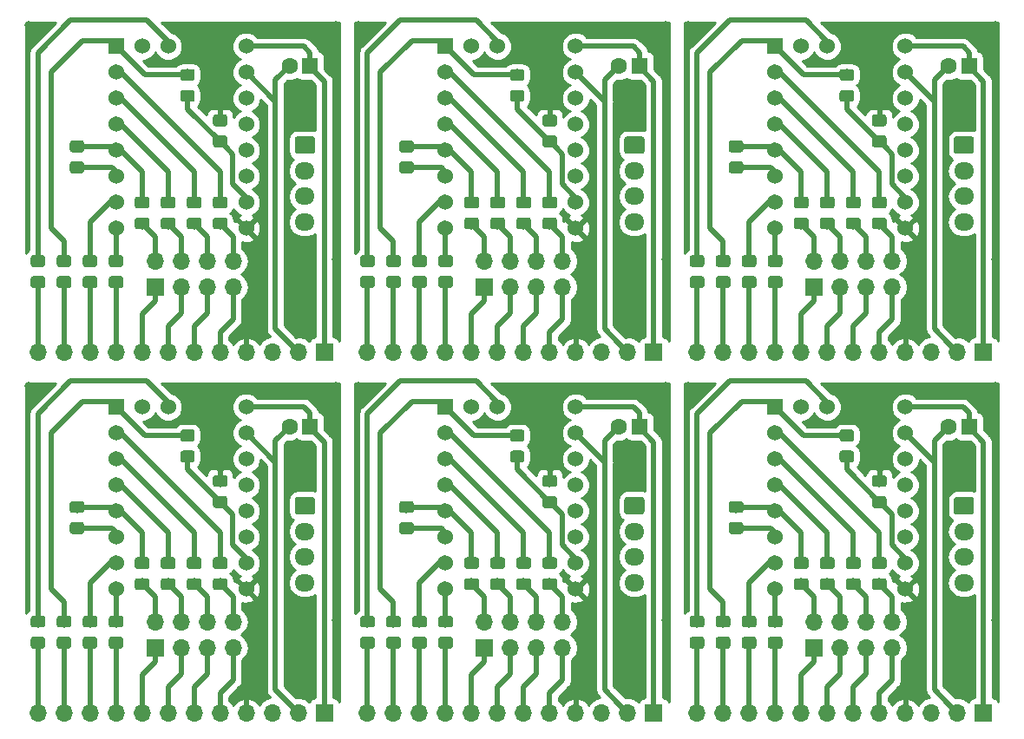
<source format=gtl>
G04 #@! TF.GenerationSoftware,KiCad,Pcbnew,5.0.2+dfsg1-1*
G04 #@! TF.CreationDate,2021-09-02T00:31:40+09:00*
G04 #@! TF.ProjectId,tmc-dev-board_panelized,746d632d-6465-4762-9d62-6f6172645f70,rev?*
G04 #@! TF.SameCoordinates,Original*
G04 #@! TF.FileFunction,Copper,L1,Top*
G04 #@! TF.FilePolarity,Positive*
%FSLAX46Y46*%
G04 Gerber Fmt 4.6, Leading zero omitted, Abs format (unit mm)*
G04 Created by KiCad (PCBNEW 5.0.2+dfsg1-1) date Thu 02 Sep 2021 12:31:40 AM JST*
%MOMM*%
%LPD*%
G01*
G04 APERTURE LIST*
G04 #@! TA.AperFunction,ComponentPad*
%ADD10C,1.524000*%
G04 #@! TD*
G04 #@! TA.AperFunction,ComponentPad*
%ADD11R,1.524000X1.524000*%
G04 #@! TD*
G04 #@! TA.AperFunction,Conductor*
%ADD12C,0.100000*%
G04 #@! TD*
G04 #@! TA.AperFunction,SMDPad,CuDef*
%ADD13C,1.150000*%
G04 #@! TD*
G04 #@! TA.AperFunction,ComponentPad*
%ADD14O,1.950000X1.700000*%
G04 #@! TD*
G04 #@! TA.AperFunction,ComponentPad*
%ADD15C,1.700000*%
G04 #@! TD*
G04 #@! TA.AperFunction,ComponentPad*
%ADD16O,1.700000X1.700000*%
G04 #@! TD*
G04 #@! TA.AperFunction,ComponentPad*
%ADD17R,1.700000X1.700000*%
G04 #@! TD*
G04 #@! TA.AperFunction,ComponentPad*
%ADD18C,1.600000*%
G04 #@! TD*
G04 #@! TA.AperFunction,ComponentPad*
%ADD19R,1.600000X1.600000*%
G04 #@! TD*
G04 #@! TA.AperFunction,ViaPad*
%ADD20C,0.800000*%
G04 #@! TD*
G04 #@! TA.AperFunction,Conductor*
%ADD21C,0.500000*%
G04 #@! TD*
G04 #@! TA.AperFunction,Conductor*
%ADD22C,0.254000*%
G04 #@! TD*
G04 APERTURE END LIST*
D10*
G04 #@! TO.P,U1,18*
G04 #@! TO.N,Net-(R1-Pad1)*
X190673004Y-106322002D03*
G04 #@! TO.P,U1,17*
G04 #@! TO.N,N/C*
X188133004Y-106322002D03*
G04 #@! TO.P,U1,16*
G04 #@! TO.N,-12V*
X198293004Y-106322002D03*
G04 #@! TO.P,U1,15*
G04 #@! TO.N,Net-(C2-Pad2)*
X198293004Y-108862002D03*
G04 #@! TO.P,U1,14*
G04 #@! TO.N,Net-(J2-Pad1)*
X198293004Y-111402002D03*
G04 #@! TO.P,U1,13*
G04 #@! TO.N,Net-(J2-Pad2)*
X198293004Y-113942002D03*
G04 #@! TO.P,U1,12*
G04 #@! TO.N,Net-(J2-Pad3)*
X198293004Y-116482002D03*
G04 #@! TO.P,U1,11*
G04 #@! TO.N,Net-(J2-Pad4)*
X198293004Y-119022002D03*
G04 #@! TO.P,U1,10*
G04 #@! TO.N,+5V*
X198293004Y-121562002D03*
G04 #@! TO.P,U1,9*
G04 #@! TO.N,GND*
X198293004Y-124102002D03*
G04 #@! TO.P,U1,8*
G04 #@! TO.N,Net-(R5-Pad1)*
X185593004Y-124102002D03*
G04 #@! TO.P,U1,7*
G04 #@! TO.N,Net-(R3-Pad1)*
X185593004Y-121562002D03*
G04 #@! TO.P,U1,6*
G04 #@! TO.N,Net-(R4-Pad2)*
X185593004Y-119022002D03*
G04 #@! TO.P,U1,5*
G04 #@! TO.N,Net-(R4-Pad1)*
X185593004Y-116482002D03*
G04 #@! TO.P,U1,4*
G04 #@! TO.N,Net-(R7-Pad1)*
X185593004Y-113942002D03*
G04 #@! TO.P,U1,3*
G04 #@! TO.N,Net-(R8-Pad1)*
X185593004Y-111402002D03*
G04 #@! TO.P,U1,2*
G04 #@! TO.N,Net-(R9-Pad1)*
X185593004Y-108862002D03*
D11*
G04 #@! TO.P,U1,1*
G04 #@! TO.N,Net-(R10-Pad2)*
X185593004Y-106322002D03*
G04 #@! TD*
D10*
G04 #@! TO.P,U1,18*
G04 #@! TO.N,Net-(R1-Pad1)*
X190673004Y-71120000D03*
G04 #@! TO.P,U1,17*
G04 #@! TO.N,N/C*
X188133004Y-71120000D03*
G04 #@! TO.P,U1,16*
G04 #@! TO.N,-12V*
X198293004Y-71120000D03*
G04 #@! TO.P,U1,15*
G04 #@! TO.N,Net-(C2-Pad2)*
X198293004Y-73660000D03*
G04 #@! TO.P,U1,14*
G04 #@! TO.N,Net-(J2-Pad1)*
X198293004Y-76200000D03*
G04 #@! TO.P,U1,13*
G04 #@! TO.N,Net-(J2-Pad2)*
X198293004Y-78740000D03*
G04 #@! TO.P,U1,12*
G04 #@! TO.N,Net-(J2-Pad3)*
X198293004Y-81280000D03*
G04 #@! TO.P,U1,11*
G04 #@! TO.N,Net-(J2-Pad4)*
X198293004Y-83820000D03*
G04 #@! TO.P,U1,10*
G04 #@! TO.N,+5V*
X198293004Y-86360000D03*
G04 #@! TO.P,U1,9*
G04 #@! TO.N,GND*
X198293004Y-88900000D03*
G04 #@! TO.P,U1,8*
G04 #@! TO.N,Net-(R5-Pad1)*
X185593004Y-88900000D03*
G04 #@! TO.P,U1,7*
G04 #@! TO.N,Net-(R3-Pad1)*
X185593004Y-86360000D03*
G04 #@! TO.P,U1,6*
G04 #@! TO.N,Net-(R4-Pad2)*
X185593004Y-83820000D03*
G04 #@! TO.P,U1,5*
G04 #@! TO.N,Net-(R4-Pad1)*
X185593004Y-81280000D03*
G04 #@! TO.P,U1,4*
G04 #@! TO.N,Net-(R7-Pad1)*
X185593004Y-78740000D03*
G04 #@! TO.P,U1,3*
G04 #@! TO.N,Net-(R8-Pad1)*
X185593004Y-76200000D03*
G04 #@! TO.P,U1,2*
G04 #@! TO.N,Net-(R9-Pad1)*
X185593004Y-73660000D03*
D11*
G04 #@! TO.P,U1,1*
G04 #@! TO.N,Net-(R10-Pad2)*
X185593004Y-71120000D03*
G04 #@! TD*
D10*
G04 #@! TO.P,U1,18*
G04 #@! TO.N,Net-(R1-Pad1)*
X158519002Y-106322002D03*
G04 #@! TO.P,U1,17*
G04 #@! TO.N,N/C*
X155979002Y-106322002D03*
G04 #@! TO.P,U1,16*
G04 #@! TO.N,-12V*
X166139002Y-106322002D03*
G04 #@! TO.P,U1,15*
G04 #@! TO.N,Net-(C2-Pad2)*
X166139002Y-108862002D03*
G04 #@! TO.P,U1,14*
G04 #@! TO.N,Net-(J2-Pad1)*
X166139002Y-111402002D03*
G04 #@! TO.P,U1,13*
G04 #@! TO.N,Net-(J2-Pad2)*
X166139002Y-113942002D03*
G04 #@! TO.P,U1,12*
G04 #@! TO.N,Net-(J2-Pad3)*
X166139002Y-116482002D03*
G04 #@! TO.P,U1,11*
G04 #@! TO.N,Net-(J2-Pad4)*
X166139002Y-119022002D03*
G04 #@! TO.P,U1,10*
G04 #@! TO.N,+5V*
X166139002Y-121562002D03*
G04 #@! TO.P,U1,9*
G04 #@! TO.N,GND*
X166139002Y-124102002D03*
G04 #@! TO.P,U1,8*
G04 #@! TO.N,Net-(R5-Pad1)*
X153439002Y-124102002D03*
G04 #@! TO.P,U1,7*
G04 #@! TO.N,Net-(R3-Pad1)*
X153439002Y-121562002D03*
G04 #@! TO.P,U1,6*
G04 #@! TO.N,Net-(R4-Pad2)*
X153439002Y-119022002D03*
G04 #@! TO.P,U1,5*
G04 #@! TO.N,Net-(R4-Pad1)*
X153439002Y-116482002D03*
G04 #@! TO.P,U1,4*
G04 #@! TO.N,Net-(R7-Pad1)*
X153439002Y-113942002D03*
G04 #@! TO.P,U1,3*
G04 #@! TO.N,Net-(R8-Pad1)*
X153439002Y-111402002D03*
G04 #@! TO.P,U1,2*
G04 #@! TO.N,Net-(R9-Pad1)*
X153439002Y-108862002D03*
D11*
G04 #@! TO.P,U1,1*
G04 #@! TO.N,Net-(R10-Pad2)*
X153439002Y-106322002D03*
G04 #@! TD*
D10*
G04 #@! TO.P,U1,18*
G04 #@! TO.N,Net-(R1-Pad1)*
X158519002Y-71120000D03*
G04 #@! TO.P,U1,17*
G04 #@! TO.N,N/C*
X155979002Y-71120000D03*
G04 #@! TO.P,U1,16*
G04 #@! TO.N,-12V*
X166139002Y-71120000D03*
G04 #@! TO.P,U1,15*
G04 #@! TO.N,Net-(C2-Pad2)*
X166139002Y-73660000D03*
G04 #@! TO.P,U1,14*
G04 #@! TO.N,Net-(J2-Pad1)*
X166139002Y-76200000D03*
G04 #@! TO.P,U1,13*
G04 #@! TO.N,Net-(J2-Pad2)*
X166139002Y-78740000D03*
G04 #@! TO.P,U1,12*
G04 #@! TO.N,Net-(J2-Pad3)*
X166139002Y-81280000D03*
G04 #@! TO.P,U1,11*
G04 #@! TO.N,Net-(J2-Pad4)*
X166139002Y-83820000D03*
G04 #@! TO.P,U1,10*
G04 #@! TO.N,+5V*
X166139002Y-86360000D03*
G04 #@! TO.P,U1,9*
G04 #@! TO.N,GND*
X166139002Y-88900000D03*
G04 #@! TO.P,U1,8*
G04 #@! TO.N,Net-(R5-Pad1)*
X153439002Y-88900000D03*
G04 #@! TO.P,U1,7*
G04 #@! TO.N,Net-(R3-Pad1)*
X153439002Y-86360000D03*
G04 #@! TO.P,U1,6*
G04 #@! TO.N,Net-(R4-Pad2)*
X153439002Y-83820000D03*
G04 #@! TO.P,U1,5*
G04 #@! TO.N,Net-(R4-Pad1)*
X153439002Y-81280000D03*
G04 #@! TO.P,U1,4*
G04 #@! TO.N,Net-(R7-Pad1)*
X153439002Y-78740000D03*
G04 #@! TO.P,U1,3*
G04 #@! TO.N,Net-(R8-Pad1)*
X153439002Y-76200000D03*
G04 #@! TO.P,U1,2*
G04 #@! TO.N,Net-(R9-Pad1)*
X153439002Y-73660000D03*
D11*
G04 #@! TO.P,U1,1*
G04 #@! TO.N,Net-(R10-Pad2)*
X153439002Y-71120000D03*
G04 #@! TD*
D10*
G04 #@! TO.P,U1,18*
G04 #@! TO.N,Net-(R1-Pad1)*
X126365000Y-106322002D03*
G04 #@! TO.P,U1,17*
G04 #@! TO.N,N/C*
X123825000Y-106322002D03*
G04 #@! TO.P,U1,16*
G04 #@! TO.N,-12V*
X133985000Y-106322002D03*
G04 #@! TO.P,U1,15*
G04 #@! TO.N,Net-(C2-Pad2)*
X133985000Y-108862002D03*
G04 #@! TO.P,U1,14*
G04 #@! TO.N,Net-(J2-Pad1)*
X133985000Y-111402002D03*
G04 #@! TO.P,U1,13*
G04 #@! TO.N,Net-(J2-Pad2)*
X133985000Y-113942002D03*
G04 #@! TO.P,U1,12*
G04 #@! TO.N,Net-(J2-Pad3)*
X133985000Y-116482002D03*
G04 #@! TO.P,U1,11*
G04 #@! TO.N,Net-(J2-Pad4)*
X133985000Y-119022002D03*
G04 #@! TO.P,U1,10*
G04 #@! TO.N,+5V*
X133985000Y-121562002D03*
G04 #@! TO.P,U1,9*
G04 #@! TO.N,GND*
X133985000Y-124102002D03*
G04 #@! TO.P,U1,8*
G04 #@! TO.N,Net-(R5-Pad1)*
X121285000Y-124102002D03*
G04 #@! TO.P,U1,7*
G04 #@! TO.N,Net-(R3-Pad1)*
X121285000Y-121562002D03*
G04 #@! TO.P,U1,6*
G04 #@! TO.N,Net-(R4-Pad2)*
X121285000Y-119022002D03*
G04 #@! TO.P,U1,5*
G04 #@! TO.N,Net-(R4-Pad1)*
X121285000Y-116482002D03*
G04 #@! TO.P,U1,4*
G04 #@! TO.N,Net-(R7-Pad1)*
X121285000Y-113942002D03*
G04 #@! TO.P,U1,3*
G04 #@! TO.N,Net-(R8-Pad1)*
X121285000Y-111402002D03*
G04 #@! TO.P,U1,2*
G04 #@! TO.N,Net-(R9-Pad1)*
X121285000Y-108862002D03*
D11*
G04 #@! TO.P,U1,1*
G04 #@! TO.N,Net-(R10-Pad2)*
X121285000Y-106322002D03*
G04 #@! TD*
D12*
G04 #@! TO.N,Net-(R10-Pad2)*
G04 #@! TO.C,R10*
G36*
X193052509Y-108533206D02*
X193076777Y-108536806D01*
X193100576Y-108542767D01*
X193123675Y-108551032D01*
X193145854Y-108561522D01*
X193166897Y-108574134D01*
X193186603Y-108588749D01*
X193204781Y-108605225D01*
X193221257Y-108623403D01*
X193235872Y-108643109D01*
X193248484Y-108664152D01*
X193258974Y-108686331D01*
X193267239Y-108709430D01*
X193273200Y-108733229D01*
X193276800Y-108757497D01*
X193278004Y-108782001D01*
X193278004Y-109432003D01*
X193276800Y-109456507D01*
X193273200Y-109480775D01*
X193267239Y-109504574D01*
X193258974Y-109527673D01*
X193248484Y-109549852D01*
X193235872Y-109570895D01*
X193221257Y-109590601D01*
X193204781Y-109608779D01*
X193186603Y-109625255D01*
X193166897Y-109639870D01*
X193145854Y-109652482D01*
X193123675Y-109662972D01*
X193100576Y-109671237D01*
X193076777Y-109677198D01*
X193052509Y-109680798D01*
X193028005Y-109682002D01*
X192128003Y-109682002D01*
X192103499Y-109680798D01*
X192079231Y-109677198D01*
X192055432Y-109671237D01*
X192032333Y-109662972D01*
X192010154Y-109652482D01*
X191989111Y-109639870D01*
X191969405Y-109625255D01*
X191951227Y-109608779D01*
X191934751Y-109590601D01*
X191920136Y-109570895D01*
X191907524Y-109549852D01*
X191897034Y-109527673D01*
X191888769Y-109504574D01*
X191882808Y-109480775D01*
X191879208Y-109456507D01*
X191878004Y-109432003D01*
X191878004Y-108782001D01*
X191879208Y-108757497D01*
X191882808Y-108733229D01*
X191888769Y-108709430D01*
X191897034Y-108686331D01*
X191907524Y-108664152D01*
X191920136Y-108643109D01*
X191934751Y-108623403D01*
X191951227Y-108605225D01*
X191969405Y-108588749D01*
X191989111Y-108574134D01*
X192010154Y-108561522D01*
X192032333Y-108551032D01*
X192055432Y-108542767D01*
X192079231Y-108536806D01*
X192103499Y-108533206D01*
X192128003Y-108532002D01*
X193028005Y-108532002D01*
X193052509Y-108533206D01*
X193052509Y-108533206D01*
G37*
D13*
G04 #@! TD*
G04 #@! TO.P,R10,2*
G04 #@! TO.N,Net-(R10-Pad2)*
X192578004Y-109107002D03*
D12*
G04 #@! TO.N,+5V*
G04 #@! TO.C,R10*
G36*
X193052509Y-110583206D02*
X193076777Y-110586806D01*
X193100576Y-110592767D01*
X193123675Y-110601032D01*
X193145854Y-110611522D01*
X193166897Y-110624134D01*
X193186603Y-110638749D01*
X193204781Y-110655225D01*
X193221257Y-110673403D01*
X193235872Y-110693109D01*
X193248484Y-110714152D01*
X193258974Y-110736331D01*
X193267239Y-110759430D01*
X193273200Y-110783229D01*
X193276800Y-110807497D01*
X193278004Y-110832001D01*
X193278004Y-111482003D01*
X193276800Y-111506507D01*
X193273200Y-111530775D01*
X193267239Y-111554574D01*
X193258974Y-111577673D01*
X193248484Y-111599852D01*
X193235872Y-111620895D01*
X193221257Y-111640601D01*
X193204781Y-111658779D01*
X193186603Y-111675255D01*
X193166897Y-111689870D01*
X193145854Y-111702482D01*
X193123675Y-111712972D01*
X193100576Y-111721237D01*
X193076777Y-111727198D01*
X193052509Y-111730798D01*
X193028005Y-111732002D01*
X192128003Y-111732002D01*
X192103499Y-111730798D01*
X192079231Y-111727198D01*
X192055432Y-111721237D01*
X192032333Y-111712972D01*
X192010154Y-111702482D01*
X191989111Y-111689870D01*
X191969405Y-111675255D01*
X191951227Y-111658779D01*
X191934751Y-111640601D01*
X191920136Y-111620895D01*
X191907524Y-111599852D01*
X191897034Y-111577673D01*
X191888769Y-111554574D01*
X191882808Y-111530775D01*
X191879208Y-111506507D01*
X191878004Y-111482003D01*
X191878004Y-110832001D01*
X191879208Y-110807497D01*
X191882808Y-110783229D01*
X191888769Y-110759430D01*
X191897034Y-110736331D01*
X191907524Y-110714152D01*
X191920136Y-110693109D01*
X191934751Y-110673403D01*
X191951227Y-110655225D01*
X191969405Y-110638749D01*
X191989111Y-110624134D01*
X192010154Y-110611522D01*
X192032333Y-110601032D01*
X192055432Y-110592767D01*
X192079231Y-110586806D01*
X192103499Y-110583206D01*
X192128003Y-110582002D01*
X193028005Y-110582002D01*
X193052509Y-110583206D01*
X193052509Y-110583206D01*
G37*
D13*
G04 #@! TD*
G04 #@! TO.P,R10,1*
G04 #@! TO.N,+5V*
X192578004Y-111157002D03*
D12*
G04 #@! TO.N,Net-(R10-Pad2)*
G04 #@! TO.C,R10*
G36*
X193052509Y-73331204D02*
X193076777Y-73334804D01*
X193100576Y-73340765D01*
X193123675Y-73349030D01*
X193145854Y-73359520D01*
X193166897Y-73372132D01*
X193186603Y-73386747D01*
X193204781Y-73403223D01*
X193221257Y-73421401D01*
X193235872Y-73441107D01*
X193248484Y-73462150D01*
X193258974Y-73484329D01*
X193267239Y-73507428D01*
X193273200Y-73531227D01*
X193276800Y-73555495D01*
X193278004Y-73579999D01*
X193278004Y-74230001D01*
X193276800Y-74254505D01*
X193273200Y-74278773D01*
X193267239Y-74302572D01*
X193258974Y-74325671D01*
X193248484Y-74347850D01*
X193235872Y-74368893D01*
X193221257Y-74388599D01*
X193204781Y-74406777D01*
X193186603Y-74423253D01*
X193166897Y-74437868D01*
X193145854Y-74450480D01*
X193123675Y-74460970D01*
X193100576Y-74469235D01*
X193076777Y-74475196D01*
X193052509Y-74478796D01*
X193028005Y-74480000D01*
X192128003Y-74480000D01*
X192103499Y-74478796D01*
X192079231Y-74475196D01*
X192055432Y-74469235D01*
X192032333Y-74460970D01*
X192010154Y-74450480D01*
X191989111Y-74437868D01*
X191969405Y-74423253D01*
X191951227Y-74406777D01*
X191934751Y-74388599D01*
X191920136Y-74368893D01*
X191907524Y-74347850D01*
X191897034Y-74325671D01*
X191888769Y-74302572D01*
X191882808Y-74278773D01*
X191879208Y-74254505D01*
X191878004Y-74230001D01*
X191878004Y-73579999D01*
X191879208Y-73555495D01*
X191882808Y-73531227D01*
X191888769Y-73507428D01*
X191897034Y-73484329D01*
X191907524Y-73462150D01*
X191920136Y-73441107D01*
X191934751Y-73421401D01*
X191951227Y-73403223D01*
X191969405Y-73386747D01*
X191989111Y-73372132D01*
X192010154Y-73359520D01*
X192032333Y-73349030D01*
X192055432Y-73340765D01*
X192079231Y-73334804D01*
X192103499Y-73331204D01*
X192128003Y-73330000D01*
X193028005Y-73330000D01*
X193052509Y-73331204D01*
X193052509Y-73331204D01*
G37*
D13*
G04 #@! TD*
G04 #@! TO.P,R10,2*
G04 #@! TO.N,Net-(R10-Pad2)*
X192578004Y-73905000D03*
D12*
G04 #@! TO.N,+5V*
G04 #@! TO.C,R10*
G36*
X193052509Y-75381204D02*
X193076777Y-75384804D01*
X193100576Y-75390765D01*
X193123675Y-75399030D01*
X193145854Y-75409520D01*
X193166897Y-75422132D01*
X193186603Y-75436747D01*
X193204781Y-75453223D01*
X193221257Y-75471401D01*
X193235872Y-75491107D01*
X193248484Y-75512150D01*
X193258974Y-75534329D01*
X193267239Y-75557428D01*
X193273200Y-75581227D01*
X193276800Y-75605495D01*
X193278004Y-75629999D01*
X193278004Y-76280001D01*
X193276800Y-76304505D01*
X193273200Y-76328773D01*
X193267239Y-76352572D01*
X193258974Y-76375671D01*
X193248484Y-76397850D01*
X193235872Y-76418893D01*
X193221257Y-76438599D01*
X193204781Y-76456777D01*
X193186603Y-76473253D01*
X193166897Y-76487868D01*
X193145854Y-76500480D01*
X193123675Y-76510970D01*
X193100576Y-76519235D01*
X193076777Y-76525196D01*
X193052509Y-76528796D01*
X193028005Y-76530000D01*
X192128003Y-76530000D01*
X192103499Y-76528796D01*
X192079231Y-76525196D01*
X192055432Y-76519235D01*
X192032333Y-76510970D01*
X192010154Y-76500480D01*
X191989111Y-76487868D01*
X191969405Y-76473253D01*
X191951227Y-76456777D01*
X191934751Y-76438599D01*
X191920136Y-76418893D01*
X191907524Y-76397850D01*
X191897034Y-76375671D01*
X191888769Y-76352572D01*
X191882808Y-76328773D01*
X191879208Y-76304505D01*
X191878004Y-76280001D01*
X191878004Y-75629999D01*
X191879208Y-75605495D01*
X191882808Y-75581227D01*
X191888769Y-75557428D01*
X191897034Y-75534329D01*
X191907524Y-75512150D01*
X191920136Y-75491107D01*
X191934751Y-75471401D01*
X191951227Y-75453223D01*
X191969405Y-75436747D01*
X191989111Y-75422132D01*
X192010154Y-75409520D01*
X192032333Y-75399030D01*
X192055432Y-75390765D01*
X192079231Y-75384804D01*
X192103499Y-75381204D01*
X192128003Y-75380000D01*
X193028005Y-75380000D01*
X193052509Y-75381204D01*
X193052509Y-75381204D01*
G37*
D13*
G04 #@! TD*
G04 #@! TO.P,R10,1*
G04 #@! TO.N,+5V*
X192578004Y-75955000D03*
D12*
G04 #@! TO.N,Net-(R10-Pad2)*
G04 #@! TO.C,R10*
G36*
X160898507Y-108533206D02*
X160922775Y-108536806D01*
X160946574Y-108542767D01*
X160969673Y-108551032D01*
X160991852Y-108561522D01*
X161012895Y-108574134D01*
X161032601Y-108588749D01*
X161050779Y-108605225D01*
X161067255Y-108623403D01*
X161081870Y-108643109D01*
X161094482Y-108664152D01*
X161104972Y-108686331D01*
X161113237Y-108709430D01*
X161119198Y-108733229D01*
X161122798Y-108757497D01*
X161124002Y-108782001D01*
X161124002Y-109432003D01*
X161122798Y-109456507D01*
X161119198Y-109480775D01*
X161113237Y-109504574D01*
X161104972Y-109527673D01*
X161094482Y-109549852D01*
X161081870Y-109570895D01*
X161067255Y-109590601D01*
X161050779Y-109608779D01*
X161032601Y-109625255D01*
X161012895Y-109639870D01*
X160991852Y-109652482D01*
X160969673Y-109662972D01*
X160946574Y-109671237D01*
X160922775Y-109677198D01*
X160898507Y-109680798D01*
X160874003Y-109682002D01*
X159974001Y-109682002D01*
X159949497Y-109680798D01*
X159925229Y-109677198D01*
X159901430Y-109671237D01*
X159878331Y-109662972D01*
X159856152Y-109652482D01*
X159835109Y-109639870D01*
X159815403Y-109625255D01*
X159797225Y-109608779D01*
X159780749Y-109590601D01*
X159766134Y-109570895D01*
X159753522Y-109549852D01*
X159743032Y-109527673D01*
X159734767Y-109504574D01*
X159728806Y-109480775D01*
X159725206Y-109456507D01*
X159724002Y-109432003D01*
X159724002Y-108782001D01*
X159725206Y-108757497D01*
X159728806Y-108733229D01*
X159734767Y-108709430D01*
X159743032Y-108686331D01*
X159753522Y-108664152D01*
X159766134Y-108643109D01*
X159780749Y-108623403D01*
X159797225Y-108605225D01*
X159815403Y-108588749D01*
X159835109Y-108574134D01*
X159856152Y-108561522D01*
X159878331Y-108551032D01*
X159901430Y-108542767D01*
X159925229Y-108536806D01*
X159949497Y-108533206D01*
X159974001Y-108532002D01*
X160874003Y-108532002D01*
X160898507Y-108533206D01*
X160898507Y-108533206D01*
G37*
D13*
G04 #@! TD*
G04 #@! TO.P,R10,2*
G04 #@! TO.N,Net-(R10-Pad2)*
X160424002Y-109107002D03*
D12*
G04 #@! TO.N,+5V*
G04 #@! TO.C,R10*
G36*
X160898507Y-110583206D02*
X160922775Y-110586806D01*
X160946574Y-110592767D01*
X160969673Y-110601032D01*
X160991852Y-110611522D01*
X161012895Y-110624134D01*
X161032601Y-110638749D01*
X161050779Y-110655225D01*
X161067255Y-110673403D01*
X161081870Y-110693109D01*
X161094482Y-110714152D01*
X161104972Y-110736331D01*
X161113237Y-110759430D01*
X161119198Y-110783229D01*
X161122798Y-110807497D01*
X161124002Y-110832001D01*
X161124002Y-111482003D01*
X161122798Y-111506507D01*
X161119198Y-111530775D01*
X161113237Y-111554574D01*
X161104972Y-111577673D01*
X161094482Y-111599852D01*
X161081870Y-111620895D01*
X161067255Y-111640601D01*
X161050779Y-111658779D01*
X161032601Y-111675255D01*
X161012895Y-111689870D01*
X160991852Y-111702482D01*
X160969673Y-111712972D01*
X160946574Y-111721237D01*
X160922775Y-111727198D01*
X160898507Y-111730798D01*
X160874003Y-111732002D01*
X159974001Y-111732002D01*
X159949497Y-111730798D01*
X159925229Y-111727198D01*
X159901430Y-111721237D01*
X159878331Y-111712972D01*
X159856152Y-111702482D01*
X159835109Y-111689870D01*
X159815403Y-111675255D01*
X159797225Y-111658779D01*
X159780749Y-111640601D01*
X159766134Y-111620895D01*
X159753522Y-111599852D01*
X159743032Y-111577673D01*
X159734767Y-111554574D01*
X159728806Y-111530775D01*
X159725206Y-111506507D01*
X159724002Y-111482003D01*
X159724002Y-110832001D01*
X159725206Y-110807497D01*
X159728806Y-110783229D01*
X159734767Y-110759430D01*
X159743032Y-110736331D01*
X159753522Y-110714152D01*
X159766134Y-110693109D01*
X159780749Y-110673403D01*
X159797225Y-110655225D01*
X159815403Y-110638749D01*
X159835109Y-110624134D01*
X159856152Y-110611522D01*
X159878331Y-110601032D01*
X159901430Y-110592767D01*
X159925229Y-110586806D01*
X159949497Y-110583206D01*
X159974001Y-110582002D01*
X160874003Y-110582002D01*
X160898507Y-110583206D01*
X160898507Y-110583206D01*
G37*
D13*
G04 #@! TD*
G04 #@! TO.P,R10,1*
G04 #@! TO.N,+5V*
X160424002Y-111157002D03*
D12*
G04 #@! TO.N,Net-(R10-Pad2)*
G04 #@! TO.C,R10*
G36*
X160898507Y-73331204D02*
X160922775Y-73334804D01*
X160946574Y-73340765D01*
X160969673Y-73349030D01*
X160991852Y-73359520D01*
X161012895Y-73372132D01*
X161032601Y-73386747D01*
X161050779Y-73403223D01*
X161067255Y-73421401D01*
X161081870Y-73441107D01*
X161094482Y-73462150D01*
X161104972Y-73484329D01*
X161113237Y-73507428D01*
X161119198Y-73531227D01*
X161122798Y-73555495D01*
X161124002Y-73579999D01*
X161124002Y-74230001D01*
X161122798Y-74254505D01*
X161119198Y-74278773D01*
X161113237Y-74302572D01*
X161104972Y-74325671D01*
X161094482Y-74347850D01*
X161081870Y-74368893D01*
X161067255Y-74388599D01*
X161050779Y-74406777D01*
X161032601Y-74423253D01*
X161012895Y-74437868D01*
X160991852Y-74450480D01*
X160969673Y-74460970D01*
X160946574Y-74469235D01*
X160922775Y-74475196D01*
X160898507Y-74478796D01*
X160874003Y-74480000D01*
X159974001Y-74480000D01*
X159949497Y-74478796D01*
X159925229Y-74475196D01*
X159901430Y-74469235D01*
X159878331Y-74460970D01*
X159856152Y-74450480D01*
X159835109Y-74437868D01*
X159815403Y-74423253D01*
X159797225Y-74406777D01*
X159780749Y-74388599D01*
X159766134Y-74368893D01*
X159753522Y-74347850D01*
X159743032Y-74325671D01*
X159734767Y-74302572D01*
X159728806Y-74278773D01*
X159725206Y-74254505D01*
X159724002Y-74230001D01*
X159724002Y-73579999D01*
X159725206Y-73555495D01*
X159728806Y-73531227D01*
X159734767Y-73507428D01*
X159743032Y-73484329D01*
X159753522Y-73462150D01*
X159766134Y-73441107D01*
X159780749Y-73421401D01*
X159797225Y-73403223D01*
X159815403Y-73386747D01*
X159835109Y-73372132D01*
X159856152Y-73359520D01*
X159878331Y-73349030D01*
X159901430Y-73340765D01*
X159925229Y-73334804D01*
X159949497Y-73331204D01*
X159974001Y-73330000D01*
X160874003Y-73330000D01*
X160898507Y-73331204D01*
X160898507Y-73331204D01*
G37*
D13*
G04 #@! TD*
G04 #@! TO.P,R10,2*
G04 #@! TO.N,Net-(R10-Pad2)*
X160424002Y-73905000D03*
D12*
G04 #@! TO.N,+5V*
G04 #@! TO.C,R10*
G36*
X160898507Y-75381204D02*
X160922775Y-75384804D01*
X160946574Y-75390765D01*
X160969673Y-75399030D01*
X160991852Y-75409520D01*
X161012895Y-75422132D01*
X161032601Y-75436747D01*
X161050779Y-75453223D01*
X161067255Y-75471401D01*
X161081870Y-75491107D01*
X161094482Y-75512150D01*
X161104972Y-75534329D01*
X161113237Y-75557428D01*
X161119198Y-75581227D01*
X161122798Y-75605495D01*
X161124002Y-75629999D01*
X161124002Y-76280001D01*
X161122798Y-76304505D01*
X161119198Y-76328773D01*
X161113237Y-76352572D01*
X161104972Y-76375671D01*
X161094482Y-76397850D01*
X161081870Y-76418893D01*
X161067255Y-76438599D01*
X161050779Y-76456777D01*
X161032601Y-76473253D01*
X161012895Y-76487868D01*
X160991852Y-76500480D01*
X160969673Y-76510970D01*
X160946574Y-76519235D01*
X160922775Y-76525196D01*
X160898507Y-76528796D01*
X160874003Y-76530000D01*
X159974001Y-76530000D01*
X159949497Y-76528796D01*
X159925229Y-76525196D01*
X159901430Y-76519235D01*
X159878331Y-76510970D01*
X159856152Y-76500480D01*
X159835109Y-76487868D01*
X159815403Y-76473253D01*
X159797225Y-76456777D01*
X159780749Y-76438599D01*
X159766134Y-76418893D01*
X159753522Y-76397850D01*
X159743032Y-76375671D01*
X159734767Y-76352572D01*
X159728806Y-76328773D01*
X159725206Y-76304505D01*
X159724002Y-76280001D01*
X159724002Y-75629999D01*
X159725206Y-75605495D01*
X159728806Y-75581227D01*
X159734767Y-75557428D01*
X159743032Y-75534329D01*
X159753522Y-75512150D01*
X159766134Y-75491107D01*
X159780749Y-75471401D01*
X159797225Y-75453223D01*
X159815403Y-75436747D01*
X159835109Y-75422132D01*
X159856152Y-75409520D01*
X159878331Y-75399030D01*
X159901430Y-75390765D01*
X159925229Y-75384804D01*
X159949497Y-75381204D01*
X159974001Y-75380000D01*
X160874003Y-75380000D01*
X160898507Y-75381204D01*
X160898507Y-75381204D01*
G37*
D13*
G04 #@! TD*
G04 #@! TO.P,R10,1*
G04 #@! TO.N,+5V*
X160424002Y-75955000D03*
D12*
G04 #@! TO.N,Net-(R10-Pad2)*
G04 #@! TO.C,R10*
G36*
X128744505Y-108533206D02*
X128768773Y-108536806D01*
X128792572Y-108542767D01*
X128815671Y-108551032D01*
X128837850Y-108561522D01*
X128858893Y-108574134D01*
X128878599Y-108588749D01*
X128896777Y-108605225D01*
X128913253Y-108623403D01*
X128927868Y-108643109D01*
X128940480Y-108664152D01*
X128950970Y-108686331D01*
X128959235Y-108709430D01*
X128965196Y-108733229D01*
X128968796Y-108757497D01*
X128970000Y-108782001D01*
X128970000Y-109432003D01*
X128968796Y-109456507D01*
X128965196Y-109480775D01*
X128959235Y-109504574D01*
X128950970Y-109527673D01*
X128940480Y-109549852D01*
X128927868Y-109570895D01*
X128913253Y-109590601D01*
X128896777Y-109608779D01*
X128878599Y-109625255D01*
X128858893Y-109639870D01*
X128837850Y-109652482D01*
X128815671Y-109662972D01*
X128792572Y-109671237D01*
X128768773Y-109677198D01*
X128744505Y-109680798D01*
X128720001Y-109682002D01*
X127819999Y-109682002D01*
X127795495Y-109680798D01*
X127771227Y-109677198D01*
X127747428Y-109671237D01*
X127724329Y-109662972D01*
X127702150Y-109652482D01*
X127681107Y-109639870D01*
X127661401Y-109625255D01*
X127643223Y-109608779D01*
X127626747Y-109590601D01*
X127612132Y-109570895D01*
X127599520Y-109549852D01*
X127589030Y-109527673D01*
X127580765Y-109504574D01*
X127574804Y-109480775D01*
X127571204Y-109456507D01*
X127570000Y-109432003D01*
X127570000Y-108782001D01*
X127571204Y-108757497D01*
X127574804Y-108733229D01*
X127580765Y-108709430D01*
X127589030Y-108686331D01*
X127599520Y-108664152D01*
X127612132Y-108643109D01*
X127626747Y-108623403D01*
X127643223Y-108605225D01*
X127661401Y-108588749D01*
X127681107Y-108574134D01*
X127702150Y-108561522D01*
X127724329Y-108551032D01*
X127747428Y-108542767D01*
X127771227Y-108536806D01*
X127795495Y-108533206D01*
X127819999Y-108532002D01*
X128720001Y-108532002D01*
X128744505Y-108533206D01*
X128744505Y-108533206D01*
G37*
D13*
G04 #@! TD*
G04 #@! TO.P,R10,2*
G04 #@! TO.N,Net-(R10-Pad2)*
X128270000Y-109107002D03*
D12*
G04 #@! TO.N,+5V*
G04 #@! TO.C,R10*
G36*
X128744505Y-110583206D02*
X128768773Y-110586806D01*
X128792572Y-110592767D01*
X128815671Y-110601032D01*
X128837850Y-110611522D01*
X128858893Y-110624134D01*
X128878599Y-110638749D01*
X128896777Y-110655225D01*
X128913253Y-110673403D01*
X128927868Y-110693109D01*
X128940480Y-110714152D01*
X128950970Y-110736331D01*
X128959235Y-110759430D01*
X128965196Y-110783229D01*
X128968796Y-110807497D01*
X128970000Y-110832001D01*
X128970000Y-111482003D01*
X128968796Y-111506507D01*
X128965196Y-111530775D01*
X128959235Y-111554574D01*
X128950970Y-111577673D01*
X128940480Y-111599852D01*
X128927868Y-111620895D01*
X128913253Y-111640601D01*
X128896777Y-111658779D01*
X128878599Y-111675255D01*
X128858893Y-111689870D01*
X128837850Y-111702482D01*
X128815671Y-111712972D01*
X128792572Y-111721237D01*
X128768773Y-111727198D01*
X128744505Y-111730798D01*
X128720001Y-111732002D01*
X127819999Y-111732002D01*
X127795495Y-111730798D01*
X127771227Y-111727198D01*
X127747428Y-111721237D01*
X127724329Y-111712972D01*
X127702150Y-111702482D01*
X127681107Y-111689870D01*
X127661401Y-111675255D01*
X127643223Y-111658779D01*
X127626747Y-111640601D01*
X127612132Y-111620895D01*
X127599520Y-111599852D01*
X127589030Y-111577673D01*
X127580765Y-111554574D01*
X127574804Y-111530775D01*
X127571204Y-111506507D01*
X127570000Y-111482003D01*
X127570000Y-110832001D01*
X127571204Y-110807497D01*
X127574804Y-110783229D01*
X127580765Y-110759430D01*
X127589030Y-110736331D01*
X127599520Y-110714152D01*
X127612132Y-110693109D01*
X127626747Y-110673403D01*
X127643223Y-110655225D01*
X127661401Y-110638749D01*
X127681107Y-110624134D01*
X127702150Y-110611522D01*
X127724329Y-110601032D01*
X127747428Y-110592767D01*
X127771227Y-110586806D01*
X127795495Y-110583206D01*
X127819999Y-110582002D01*
X128720001Y-110582002D01*
X128744505Y-110583206D01*
X128744505Y-110583206D01*
G37*
D13*
G04 #@! TD*
G04 #@! TO.P,R10,1*
G04 #@! TO.N,+5V*
X128270000Y-111157002D03*
D12*
G04 #@! TO.N,Net-(CONN1-Pad8)*
G04 #@! TO.C,R9*
G36*
X196227509Y-123038206D02*
X196251777Y-123041806D01*
X196275576Y-123047767D01*
X196298675Y-123056032D01*
X196320854Y-123066522D01*
X196341897Y-123079134D01*
X196361603Y-123093749D01*
X196379781Y-123110225D01*
X196396257Y-123128403D01*
X196410872Y-123148109D01*
X196423484Y-123169152D01*
X196433974Y-123191331D01*
X196442239Y-123214430D01*
X196448200Y-123238229D01*
X196451800Y-123262497D01*
X196453004Y-123287001D01*
X196453004Y-123937003D01*
X196451800Y-123961507D01*
X196448200Y-123985775D01*
X196442239Y-124009574D01*
X196433974Y-124032673D01*
X196423484Y-124054852D01*
X196410872Y-124075895D01*
X196396257Y-124095601D01*
X196379781Y-124113779D01*
X196361603Y-124130255D01*
X196341897Y-124144870D01*
X196320854Y-124157482D01*
X196298675Y-124167972D01*
X196275576Y-124176237D01*
X196251777Y-124182198D01*
X196227509Y-124185798D01*
X196203005Y-124187002D01*
X195303003Y-124187002D01*
X195278499Y-124185798D01*
X195254231Y-124182198D01*
X195230432Y-124176237D01*
X195207333Y-124167972D01*
X195185154Y-124157482D01*
X195164111Y-124144870D01*
X195144405Y-124130255D01*
X195126227Y-124113779D01*
X195109751Y-124095601D01*
X195095136Y-124075895D01*
X195082524Y-124054852D01*
X195072034Y-124032673D01*
X195063769Y-124009574D01*
X195057808Y-123985775D01*
X195054208Y-123961507D01*
X195053004Y-123937003D01*
X195053004Y-123287001D01*
X195054208Y-123262497D01*
X195057808Y-123238229D01*
X195063769Y-123214430D01*
X195072034Y-123191331D01*
X195082524Y-123169152D01*
X195095136Y-123148109D01*
X195109751Y-123128403D01*
X195126227Y-123110225D01*
X195144405Y-123093749D01*
X195164111Y-123079134D01*
X195185154Y-123066522D01*
X195207333Y-123056032D01*
X195230432Y-123047767D01*
X195254231Y-123041806D01*
X195278499Y-123038206D01*
X195303003Y-123037002D01*
X196203005Y-123037002D01*
X196227509Y-123038206D01*
X196227509Y-123038206D01*
G37*
D13*
G04 #@! TD*
G04 #@! TO.P,R9,2*
G04 #@! TO.N,Net-(CONN1-Pad8)*
X195753004Y-123612002D03*
D12*
G04 #@! TO.N,Net-(R9-Pad1)*
G04 #@! TO.C,R9*
G36*
X196227509Y-120988206D02*
X196251777Y-120991806D01*
X196275576Y-120997767D01*
X196298675Y-121006032D01*
X196320854Y-121016522D01*
X196341897Y-121029134D01*
X196361603Y-121043749D01*
X196379781Y-121060225D01*
X196396257Y-121078403D01*
X196410872Y-121098109D01*
X196423484Y-121119152D01*
X196433974Y-121141331D01*
X196442239Y-121164430D01*
X196448200Y-121188229D01*
X196451800Y-121212497D01*
X196453004Y-121237001D01*
X196453004Y-121887003D01*
X196451800Y-121911507D01*
X196448200Y-121935775D01*
X196442239Y-121959574D01*
X196433974Y-121982673D01*
X196423484Y-122004852D01*
X196410872Y-122025895D01*
X196396257Y-122045601D01*
X196379781Y-122063779D01*
X196361603Y-122080255D01*
X196341897Y-122094870D01*
X196320854Y-122107482D01*
X196298675Y-122117972D01*
X196275576Y-122126237D01*
X196251777Y-122132198D01*
X196227509Y-122135798D01*
X196203005Y-122137002D01*
X195303003Y-122137002D01*
X195278499Y-122135798D01*
X195254231Y-122132198D01*
X195230432Y-122126237D01*
X195207333Y-122117972D01*
X195185154Y-122107482D01*
X195164111Y-122094870D01*
X195144405Y-122080255D01*
X195126227Y-122063779D01*
X195109751Y-122045601D01*
X195095136Y-122025895D01*
X195082524Y-122004852D01*
X195072034Y-121982673D01*
X195063769Y-121959574D01*
X195057808Y-121935775D01*
X195054208Y-121911507D01*
X195053004Y-121887003D01*
X195053004Y-121237001D01*
X195054208Y-121212497D01*
X195057808Y-121188229D01*
X195063769Y-121164430D01*
X195072034Y-121141331D01*
X195082524Y-121119152D01*
X195095136Y-121098109D01*
X195109751Y-121078403D01*
X195126227Y-121060225D01*
X195144405Y-121043749D01*
X195164111Y-121029134D01*
X195185154Y-121016522D01*
X195207333Y-121006032D01*
X195230432Y-120997767D01*
X195254231Y-120991806D01*
X195278499Y-120988206D01*
X195303003Y-120987002D01*
X196203005Y-120987002D01*
X196227509Y-120988206D01*
X196227509Y-120988206D01*
G37*
D13*
G04 #@! TD*
G04 #@! TO.P,R9,1*
G04 #@! TO.N,Net-(R9-Pad1)*
X195753004Y-121562002D03*
D12*
G04 #@! TO.N,Net-(CONN1-Pad8)*
G04 #@! TO.C,R9*
G36*
X196227509Y-87836204D02*
X196251777Y-87839804D01*
X196275576Y-87845765D01*
X196298675Y-87854030D01*
X196320854Y-87864520D01*
X196341897Y-87877132D01*
X196361603Y-87891747D01*
X196379781Y-87908223D01*
X196396257Y-87926401D01*
X196410872Y-87946107D01*
X196423484Y-87967150D01*
X196433974Y-87989329D01*
X196442239Y-88012428D01*
X196448200Y-88036227D01*
X196451800Y-88060495D01*
X196453004Y-88084999D01*
X196453004Y-88735001D01*
X196451800Y-88759505D01*
X196448200Y-88783773D01*
X196442239Y-88807572D01*
X196433974Y-88830671D01*
X196423484Y-88852850D01*
X196410872Y-88873893D01*
X196396257Y-88893599D01*
X196379781Y-88911777D01*
X196361603Y-88928253D01*
X196341897Y-88942868D01*
X196320854Y-88955480D01*
X196298675Y-88965970D01*
X196275576Y-88974235D01*
X196251777Y-88980196D01*
X196227509Y-88983796D01*
X196203005Y-88985000D01*
X195303003Y-88985000D01*
X195278499Y-88983796D01*
X195254231Y-88980196D01*
X195230432Y-88974235D01*
X195207333Y-88965970D01*
X195185154Y-88955480D01*
X195164111Y-88942868D01*
X195144405Y-88928253D01*
X195126227Y-88911777D01*
X195109751Y-88893599D01*
X195095136Y-88873893D01*
X195082524Y-88852850D01*
X195072034Y-88830671D01*
X195063769Y-88807572D01*
X195057808Y-88783773D01*
X195054208Y-88759505D01*
X195053004Y-88735001D01*
X195053004Y-88084999D01*
X195054208Y-88060495D01*
X195057808Y-88036227D01*
X195063769Y-88012428D01*
X195072034Y-87989329D01*
X195082524Y-87967150D01*
X195095136Y-87946107D01*
X195109751Y-87926401D01*
X195126227Y-87908223D01*
X195144405Y-87891747D01*
X195164111Y-87877132D01*
X195185154Y-87864520D01*
X195207333Y-87854030D01*
X195230432Y-87845765D01*
X195254231Y-87839804D01*
X195278499Y-87836204D01*
X195303003Y-87835000D01*
X196203005Y-87835000D01*
X196227509Y-87836204D01*
X196227509Y-87836204D01*
G37*
D13*
G04 #@! TD*
G04 #@! TO.P,R9,2*
G04 #@! TO.N,Net-(CONN1-Pad8)*
X195753004Y-88410000D03*
D12*
G04 #@! TO.N,Net-(R9-Pad1)*
G04 #@! TO.C,R9*
G36*
X196227509Y-85786204D02*
X196251777Y-85789804D01*
X196275576Y-85795765D01*
X196298675Y-85804030D01*
X196320854Y-85814520D01*
X196341897Y-85827132D01*
X196361603Y-85841747D01*
X196379781Y-85858223D01*
X196396257Y-85876401D01*
X196410872Y-85896107D01*
X196423484Y-85917150D01*
X196433974Y-85939329D01*
X196442239Y-85962428D01*
X196448200Y-85986227D01*
X196451800Y-86010495D01*
X196453004Y-86034999D01*
X196453004Y-86685001D01*
X196451800Y-86709505D01*
X196448200Y-86733773D01*
X196442239Y-86757572D01*
X196433974Y-86780671D01*
X196423484Y-86802850D01*
X196410872Y-86823893D01*
X196396257Y-86843599D01*
X196379781Y-86861777D01*
X196361603Y-86878253D01*
X196341897Y-86892868D01*
X196320854Y-86905480D01*
X196298675Y-86915970D01*
X196275576Y-86924235D01*
X196251777Y-86930196D01*
X196227509Y-86933796D01*
X196203005Y-86935000D01*
X195303003Y-86935000D01*
X195278499Y-86933796D01*
X195254231Y-86930196D01*
X195230432Y-86924235D01*
X195207333Y-86915970D01*
X195185154Y-86905480D01*
X195164111Y-86892868D01*
X195144405Y-86878253D01*
X195126227Y-86861777D01*
X195109751Y-86843599D01*
X195095136Y-86823893D01*
X195082524Y-86802850D01*
X195072034Y-86780671D01*
X195063769Y-86757572D01*
X195057808Y-86733773D01*
X195054208Y-86709505D01*
X195053004Y-86685001D01*
X195053004Y-86034999D01*
X195054208Y-86010495D01*
X195057808Y-85986227D01*
X195063769Y-85962428D01*
X195072034Y-85939329D01*
X195082524Y-85917150D01*
X195095136Y-85896107D01*
X195109751Y-85876401D01*
X195126227Y-85858223D01*
X195144405Y-85841747D01*
X195164111Y-85827132D01*
X195185154Y-85814520D01*
X195207333Y-85804030D01*
X195230432Y-85795765D01*
X195254231Y-85789804D01*
X195278499Y-85786204D01*
X195303003Y-85785000D01*
X196203005Y-85785000D01*
X196227509Y-85786204D01*
X196227509Y-85786204D01*
G37*
D13*
G04 #@! TD*
G04 #@! TO.P,R9,1*
G04 #@! TO.N,Net-(R9-Pad1)*
X195753004Y-86360000D03*
D12*
G04 #@! TO.N,Net-(CONN1-Pad8)*
G04 #@! TO.C,R9*
G36*
X164073507Y-123038206D02*
X164097775Y-123041806D01*
X164121574Y-123047767D01*
X164144673Y-123056032D01*
X164166852Y-123066522D01*
X164187895Y-123079134D01*
X164207601Y-123093749D01*
X164225779Y-123110225D01*
X164242255Y-123128403D01*
X164256870Y-123148109D01*
X164269482Y-123169152D01*
X164279972Y-123191331D01*
X164288237Y-123214430D01*
X164294198Y-123238229D01*
X164297798Y-123262497D01*
X164299002Y-123287001D01*
X164299002Y-123937003D01*
X164297798Y-123961507D01*
X164294198Y-123985775D01*
X164288237Y-124009574D01*
X164279972Y-124032673D01*
X164269482Y-124054852D01*
X164256870Y-124075895D01*
X164242255Y-124095601D01*
X164225779Y-124113779D01*
X164207601Y-124130255D01*
X164187895Y-124144870D01*
X164166852Y-124157482D01*
X164144673Y-124167972D01*
X164121574Y-124176237D01*
X164097775Y-124182198D01*
X164073507Y-124185798D01*
X164049003Y-124187002D01*
X163149001Y-124187002D01*
X163124497Y-124185798D01*
X163100229Y-124182198D01*
X163076430Y-124176237D01*
X163053331Y-124167972D01*
X163031152Y-124157482D01*
X163010109Y-124144870D01*
X162990403Y-124130255D01*
X162972225Y-124113779D01*
X162955749Y-124095601D01*
X162941134Y-124075895D01*
X162928522Y-124054852D01*
X162918032Y-124032673D01*
X162909767Y-124009574D01*
X162903806Y-123985775D01*
X162900206Y-123961507D01*
X162899002Y-123937003D01*
X162899002Y-123287001D01*
X162900206Y-123262497D01*
X162903806Y-123238229D01*
X162909767Y-123214430D01*
X162918032Y-123191331D01*
X162928522Y-123169152D01*
X162941134Y-123148109D01*
X162955749Y-123128403D01*
X162972225Y-123110225D01*
X162990403Y-123093749D01*
X163010109Y-123079134D01*
X163031152Y-123066522D01*
X163053331Y-123056032D01*
X163076430Y-123047767D01*
X163100229Y-123041806D01*
X163124497Y-123038206D01*
X163149001Y-123037002D01*
X164049003Y-123037002D01*
X164073507Y-123038206D01*
X164073507Y-123038206D01*
G37*
D13*
G04 #@! TD*
G04 #@! TO.P,R9,2*
G04 #@! TO.N,Net-(CONN1-Pad8)*
X163599002Y-123612002D03*
D12*
G04 #@! TO.N,Net-(R9-Pad1)*
G04 #@! TO.C,R9*
G36*
X164073507Y-120988206D02*
X164097775Y-120991806D01*
X164121574Y-120997767D01*
X164144673Y-121006032D01*
X164166852Y-121016522D01*
X164187895Y-121029134D01*
X164207601Y-121043749D01*
X164225779Y-121060225D01*
X164242255Y-121078403D01*
X164256870Y-121098109D01*
X164269482Y-121119152D01*
X164279972Y-121141331D01*
X164288237Y-121164430D01*
X164294198Y-121188229D01*
X164297798Y-121212497D01*
X164299002Y-121237001D01*
X164299002Y-121887003D01*
X164297798Y-121911507D01*
X164294198Y-121935775D01*
X164288237Y-121959574D01*
X164279972Y-121982673D01*
X164269482Y-122004852D01*
X164256870Y-122025895D01*
X164242255Y-122045601D01*
X164225779Y-122063779D01*
X164207601Y-122080255D01*
X164187895Y-122094870D01*
X164166852Y-122107482D01*
X164144673Y-122117972D01*
X164121574Y-122126237D01*
X164097775Y-122132198D01*
X164073507Y-122135798D01*
X164049003Y-122137002D01*
X163149001Y-122137002D01*
X163124497Y-122135798D01*
X163100229Y-122132198D01*
X163076430Y-122126237D01*
X163053331Y-122117972D01*
X163031152Y-122107482D01*
X163010109Y-122094870D01*
X162990403Y-122080255D01*
X162972225Y-122063779D01*
X162955749Y-122045601D01*
X162941134Y-122025895D01*
X162928522Y-122004852D01*
X162918032Y-121982673D01*
X162909767Y-121959574D01*
X162903806Y-121935775D01*
X162900206Y-121911507D01*
X162899002Y-121887003D01*
X162899002Y-121237001D01*
X162900206Y-121212497D01*
X162903806Y-121188229D01*
X162909767Y-121164430D01*
X162918032Y-121141331D01*
X162928522Y-121119152D01*
X162941134Y-121098109D01*
X162955749Y-121078403D01*
X162972225Y-121060225D01*
X162990403Y-121043749D01*
X163010109Y-121029134D01*
X163031152Y-121016522D01*
X163053331Y-121006032D01*
X163076430Y-120997767D01*
X163100229Y-120991806D01*
X163124497Y-120988206D01*
X163149001Y-120987002D01*
X164049003Y-120987002D01*
X164073507Y-120988206D01*
X164073507Y-120988206D01*
G37*
D13*
G04 #@! TD*
G04 #@! TO.P,R9,1*
G04 #@! TO.N,Net-(R9-Pad1)*
X163599002Y-121562002D03*
D12*
G04 #@! TO.N,Net-(CONN1-Pad8)*
G04 #@! TO.C,R9*
G36*
X164073507Y-87836204D02*
X164097775Y-87839804D01*
X164121574Y-87845765D01*
X164144673Y-87854030D01*
X164166852Y-87864520D01*
X164187895Y-87877132D01*
X164207601Y-87891747D01*
X164225779Y-87908223D01*
X164242255Y-87926401D01*
X164256870Y-87946107D01*
X164269482Y-87967150D01*
X164279972Y-87989329D01*
X164288237Y-88012428D01*
X164294198Y-88036227D01*
X164297798Y-88060495D01*
X164299002Y-88084999D01*
X164299002Y-88735001D01*
X164297798Y-88759505D01*
X164294198Y-88783773D01*
X164288237Y-88807572D01*
X164279972Y-88830671D01*
X164269482Y-88852850D01*
X164256870Y-88873893D01*
X164242255Y-88893599D01*
X164225779Y-88911777D01*
X164207601Y-88928253D01*
X164187895Y-88942868D01*
X164166852Y-88955480D01*
X164144673Y-88965970D01*
X164121574Y-88974235D01*
X164097775Y-88980196D01*
X164073507Y-88983796D01*
X164049003Y-88985000D01*
X163149001Y-88985000D01*
X163124497Y-88983796D01*
X163100229Y-88980196D01*
X163076430Y-88974235D01*
X163053331Y-88965970D01*
X163031152Y-88955480D01*
X163010109Y-88942868D01*
X162990403Y-88928253D01*
X162972225Y-88911777D01*
X162955749Y-88893599D01*
X162941134Y-88873893D01*
X162928522Y-88852850D01*
X162918032Y-88830671D01*
X162909767Y-88807572D01*
X162903806Y-88783773D01*
X162900206Y-88759505D01*
X162899002Y-88735001D01*
X162899002Y-88084999D01*
X162900206Y-88060495D01*
X162903806Y-88036227D01*
X162909767Y-88012428D01*
X162918032Y-87989329D01*
X162928522Y-87967150D01*
X162941134Y-87946107D01*
X162955749Y-87926401D01*
X162972225Y-87908223D01*
X162990403Y-87891747D01*
X163010109Y-87877132D01*
X163031152Y-87864520D01*
X163053331Y-87854030D01*
X163076430Y-87845765D01*
X163100229Y-87839804D01*
X163124497Y-87836204D01*
X163149001Y-87835000D01*
X164049003Y-87835000D01*
X164073507Y-87836204D01*
X164073507Y-87836204D01*
G37*
D13*
G04 #@! TD*
G04 #@! TO.P,R9,2*
G04 #@! TO.N,Net-(CONN1-Pad8)*
X163599002Y-88410000D03*
D12*
G04 #@! TO.N,Net-(R9-Pad1)*
G04 #@! TO.C,R9*
G36*
X164073507Y-85786204D02*
X164097775Y-85789804D01*
X164121574Y-85795765D01*
X164144673Y-85804030D01*
X164166852Y-85814520D01*
X164187895Y-85827132D01*
X164207601Y-85841747D01*
X164225779Y-85858223D01*
X164242255Y-85876401D01*
X164256870Y-85896107D01*
X164269482Y-85917150D01*
X164279972Y-85939329D01*
X164288237Y-85962428D01*
X164294198Y-85986227D01*
X164297798Y-86010495D01*
X164299002Y-86034999D01*
X164299002Y-86685001D01*
X164297798Y-86709505D01*
X164294198Y-86733773D01*
X164288237Y-86757572D01*
X164279972Y-86780671D01*
X164269482Y-86802850D01*
X164256870Y-86823893D01*
X164242255Y-86843599D01*
X164225779Y-86861777D01*
X164207601Y-86878253D01*
X164187895Y-86892868D01*
X164166852Y-86905480D01*
X164144673Y-86915970D01*
X164121574Y-86924235D01*
X164097775Y-86930196D01*
X164073507Y-86933796D01*
X164049003Y-86935000D01*
X163149001Y-86935000D01*
X163124497Y-86933796D01*
X163100229Y-86930196D01*
X163076430Y-86924235D01*
X163053331Y-86915970D01*
X163031152Y-86905480D01*
X163010109Y-86892868D01*
X162990403Y-86878253D01*
X162972225Y-86861777D01*
X162955749Y-86843599D01*
X162941134Y-86823893D01*
X162928522Y-86802850D01*
X162918032Y-86780671D01*
X162909767Y-86757572D01*
X162903806Y-86733773D01*
X162900206Y-86709505D01*
X162899002Y-86685001D01*
X162899002Y-86034999D01*
X162900206Y-86010495D01*
X162903806Y-85986227D01*
X162909767Y-85962428D01*
X162918032Y-85939329D01*
X162928522Y-85917150D01*
X162941134Y-85896107D01*
X162955749Y-85876401D01*
X162972225Y-85858223D01*
X162990403Y-85841747D01*
X163010109Y-85827132D01*
X163031152Y-85814520D01*
X163053331Y-85804030D01*
X163076430Y-85795765D01*
X163100229Y-85789804D01*
X163124497Y-85786204D01*
X163149001Y-85785000D01*
X164049003Y-85785000D01*
X164073507Y-85786204D01*
X164073507Y-85786204D01*
G37*
D13*
G04 #@! TD*
G04 #@! TO.P,R9,1*
G04 #@! TO.N,Net-(R9-Pad1)*
X163599002Y-86360000D03*
D12*
G04 #@! TO.N,Net-(CONN1-Pad8)*
G04 #@! TO.C,R9*
G36*
X131919505Y-123038206D02*
X131943773Y-123041806D01*
X131967572Y-123047767D01*
X131990671Y-123056032D01*
X132012850Y-123066522D01*
X132033893Y-123079134D01*
X132053599Y-123093749D01*
X132071777Y-123110225D01*
X132088253Y-123128403D01*
X132102868Y-123148109D01*
X132115480Y-123169152D01*
X132125970Y-123191331D01*
X132134235Y-123214430D01*
X132140196Y-123238229D01*
X132143796Y-123262497D01*
X132145000Y-123287001D01*
X132145000Y-123937003D01*
X132143796Y-123961507D01*
X132140196Y-123985775D01*
X132134235Y-124009574D01*
X132125970Y-124032673D01*
X132115480Y-124054852D01*
X132102868Y-124075895D01*
X132088253Y-124095601D01*
X132071777Y-124113779D01*
X132053599Y-124130255D01*
X132033893Y-124144870D01*
X132012850Y-124157482D01*
X131990671Y-124167972D01*
X131967572Y-124176237D01*
X131943773Y-124182198D01*
X131919505Y-124185798D01*
X131895001Y-124187002D01*
X130994999Y-124187002D01*
X130970495Y-124185798D01*
X130946227Y-124182198D01*
X130922428Y-124176237D01*
X130899329Y-124167972D01*
X130877150Y-124157482D01*
X130856107Y-124144870D01*
X130836401Y-124130255D01*
X130818223Y-124113779D01*
X130801747Y-124095601D01*
X130787132Y-124075895D01*
X130774520Y-124054852D01*
X130764030Y-124032673D01*
X130755765Y-124009574D01*
X130749804Y-123985775D01*
X130746204Y-123961507D01*
X130745000Y-123937003D01*
X130745000Y-123287001D01*
X130746204Y-123262497D01*
X130749804Y-123238229D01*
X130755765Y-123214430D01*
X130764030Y-123191331D01*
X130774520Y-123169152D01*
X130787132Y-123148109D01*
X130801747Y-123128403D01*
X130818223Y-123110225D01*
X130836401Y-123093749D01*
X130856107Y-123079134D01*
X130877150Y-123066522D01*
X130899329Y-123056032D01*
X130922428Y-123047767D01*
X130946227Y-123041806D01*
X130970495Y-123038206D01*
X130994999Y-123037002D01*
X131895001Y-123037002D01*
X131919505Y-123038206D01*
X131919505Y-123038206D01*
G37*
D13*
G04 #@! TD*
G04 #@! TO.P,R9,2*
G04 #@! TO.N,Net-(CONN1-Pad8)*
X131445000Y-123612002D03*
D12*
G04 #@! TO.N,Net-(R9-Pad1)*
G04 #@! TO.C,R9*
G36*
X131919505Y-120988206D02*
X131943773Y-120991806D01*
X131967572Y-120997767D01*
X131990671Y-121006032D01*
X132012850Y-121016522D01*
X132033893Y-121029134D01*
X132053599Y-121043749D01*
X132071777Y-121060225D01*
X132088253Y-121078403D01*
X132102868Y-121098109D01*
X132115480Y-121119152D01*
X132125970Y-121141331D01*
X132134235Y-121164430D01*
X132140196Y-121188229D01*
X132143796Y-121212497D01*
X132145000Y-121237001D01*
X132145000Y-121887003D01*
X132143796Y-121911507D01*
X132140196Y-121935775D01*
X132134235Y-121959574D01*
X132125970Y-121982673D01*
X132115480Y-122004852D01*
X132102868Y-122025895D01*
X132088253Y-122045601D01*
X132071777Y-122063779D01*
X132053599Y-122080255D01*
X132033893Y-122094870D01*
X132012850Y-122107482D01*
X131990671Y-122117972D01*
X131967572Y-122126237D01*
X131943773Y-122132198D01*
X131919505Y-122135798D01*
X131895001Y-122137002D01*
X130994999Y-122137002D01*
X130970495Y-122135798D01*
X130946227Y-122132198D01*
X130922428Y-122126237D01*
X130899329Y-122117972D01*
X130877150Y-122107482D01*
X130856107Y-122094870D01*
X130836401Y-122080255D01*
X130818223Y-122063779D01*
X130801747Y-122045601D01*
X130787132Y-122025895D01*
X130774520Y-122004852D01*
X130764030Y-121982673D01*
X130755765Y-121959574D01*
X130749804Y-121935775D01*
X130746204Y-121911507D01*
X130745000Y-121887003D01*
X130745000Y-121237001D01*
X130746204Y-121212497D01*
X130749804Y-121188229D01*
X130755765Y-121164430D01*
X130764030Y-121141331D01*
X130774520Y-121119152D01*
X130787132Y-121098109D01*
X130801747Y-121078403D01*
X130818223Y-121060225D01*
X130836401Y-121043749D01*
X130856107Y-121029134D01*
X130877150Y-121016522D01*
X130899329Y-121006032D01*
X130922428Y-120997767D01*
X130946227Y-120991806D01*
X130970495Y-120988206D01*
X130994999Y-120987002D01*
X131895001Y-120987002D01*
X131919505Y-120988206D01*
X131919505Y-120988206D01*
G37*
D13*
G04 #@! TD*
G04 #@! TO.P,R9,1*
G04 #@! TO.N,Net-(R9-Pad1)*
X131445000Y-121562002D03*
D12*
G04 #@! TO.N,Net-(R8-Pad1)*
G04 #@! TO.C,R8*
G36*
X193687509Y-120988206D02*
X193711777Y-120991806D01*
X193735576Y-120997767D01*
X193758675Y-121006032D01*
X193780854Y-121016522D01*
X193801897Y-121029134D01*
X193821603Y-121043749D01*
X193839781Y-121060225D01*
X193856257Y-121078403D01*
X193870872Y-121098109D01*
X193883484Y-121119152D01*
X193893974Y-121141331D01*
X193902239Y-121164430D01*
X193908200Y-121188229D01*
X193911800Y-121212497D01*
X193913004Y-121237001D01*
X193913004Y-121887003D01*
X193911800Y-121911507D01*
X193908200Y-121935775D01*
X193902239Y-121959574D01*
X193893974Y-121982673D01*
X193883484Y-122004852D01*
X193870872Y-122025895D01*
X193856257Y-122045601D01*
X193839781Y-122063779D01*
X193821603Y-122080255D01*
X193801897Y-122094870D01*
X193780854Y-122107482D01*
X193758675Y-122117972D01*
X193735576Y-122126237D01*
X193711777Y-122132198D01*
X193687509Y-122135798D01*
X193663005Y-122137002D01*
X192763003Y-122137002D01*
X192738499Y-122135798D01*
X192714231Y-122132198D01*
X192690432Y-122126237D01*
X192667333Y-122117972D01*
X192645154Y-122107482D01*
X192624111Y-122094870D01*
X192604405Y-122080255D01*
X192586227Y-122063779D01*
X192569751Y-122045601D01*
X192555136Y-122025895D01*
X192542524Y-122004852D01*
X192532034Y-121982673D01*
X192523769Y-121959574D01*
X192517808Y-121935775D01*
X192514208Y-121911507D01*
X192513004Y-121887003D01*
X192513004Y-121237001D01*
X192514208Y-121212497D01*
X192517808Y-121188229D01*
X192523769Y-121164430D01*
X192532034Y-121141331D01*
X192542524Y-121119152D01*
X192555136Y-121098109D01*
X192569751Y-121078403D01*
X192586227Y-121060225D01*
X192604405Y-121043749D01*
X192624111Y-121029134D01*
X192645154Y-121016522D01*
X192667333Y-121006032D01*
X192690432Y-120997767D01*
X192714231Y-120991806D01*
X192738499Y-120988206D01*
X192763003Y-120987002D01*
X193663005Y-120987002D01*
X193687509Y-120988206D01*
X193687509Y-120988206D01*
G37*
D13*
G04 #@! TD*
G04 #@! TO.P,R8,1*
G04 #@! TO.N,Net-(R8-Pad1)*
X193213004Y-121562002D03*
D12*
G04 #@! TO.N,Net-(CONN1-Pad6)*
G04 #@! TO.C,R8*
G36*
X193687509Y-123038206D02*
X193711777Y-123041806D01*
X193735576Y-123047767D01*
X193758675Y-123056032D01*
X193780854Y-123066522D01*
X193801897Y-123079134D01*
X193821603Y-123093749D01*
X193839781Y-123110225D01*
X193856257Y-123128403D01*
X193870872Y-123148109D01*
X193883484Y-123169152D01*
X193893974Y-123191331D01*
X193902239Y-123214430D01*
X193908200Y-123238229D01*
X193911800Y-123262497D01*
X193913004Y-123287001D01*
X193913004Y-123937003D01*
X193911800Y-123961507D01*
X193908200Y-123985775D01*
X193902239Y-124009574D01*
X193893974Y-124032673D01*
X193883484Y-124054852D01*
X193870872Y-124075895D01*
X193856257Y-124095601D01*
X193839781Y-124113779D01*
X193821603Y-124130255D01*
X193801897Y-124144870D01*
X193780854Y-124157482D01*
X193758675Y-124167972D01*
X193735576Y-124176237D01*
X193711777Y-124182198D01*
X193687509Y-124185798D01*
X193663005Y-124187002D01*
X192763003Y-124187002D01*
X192738499Y-124185798D01*
X192714231Y-124182198D01*
X192690432Y-124176237D01*
X192667333Y-124167972D01*
X192645154Y-124157482D01*
X192624111Y-124144870D01*
X192604405Y-124130255D01*
X192586227Y-124113779D01*
X192569751Y-124095601D01*
X192555136Y-124075895D01*
X192542524Y-124054852D01*
X192532034Y-124032673D01*
X192523769Y-124009574D01*
X192517808Y-123985775D01*
X192514208Y-123961507D01*
X192513004Y-123937003D01*
X192513004Y-123287001D01*
X192514208Y-123262497D01*
X192517808Y-123238229D01*
X192523769Y-123214430D01*
X192532034Y-123191331D01*
X192542524Y-123169152D01*
X192555136Y-123148109D01*
X192569751Y-123128403D01*
X192586227Y-123110225D01*
X192604405Y-123093749D01*
X192624111Y-123079134D01*
X192645154Y-123066522D01*
X192667333Y-123056032D01*
X192690432Y-123047767D01*
X192714231Y-123041806D01*
X192738499Y-123038206D01*
X192763003Y-123037002D01*
X193663005Y-123037002D01*
X193687509Y-123038206D01*
X193687509Y-123038206D01*
G37*
D13*
G04 #@! TD*
G04 #@! TO.P,R8,2*
G04 #@! TO.N,Net-(CONN1-Pad6)*
X193213004Y-123612002D03*
D12*
G04 #@! TO.N,Net-(R8-Pad1)*
G04 #@! TO.C,R8*
G36*
X193687509Y-85786204D02*
X193711777Y-85789804D01*
X193735576Y-85795765D01*
X193758675Y-85804030D01*
X193780854Y-85814520D01*
X193801897Y-85827132D01*
X193821603Y-85841747D01*
X193839781Y-85858223D01*
X193856257Y-85876401D01*
X193870872Y-85896107D01*
X193883484Y-85917150D01*
X193893974Y-85939329D01*
X193902239Y-85962428D01*
X193908200Y-85986227D01*
X193911800Y-86010495D01*
X193913004Y-86034999D01*
X193913004Y-86685001D01*
X193911800Y-86709505D01*
X193908200Y-86733773D01*
X193902239Y-86757572D01*
X193893974Y-86780671D01*
X193883484Y-86802850D01*
X193870872Y-86823893D01*
X193856257Y-86843599D01*
X193839781Y-86861777D01*
X193821603Y-86878253D01*
X193801897Y-86892868D01*
X193780854Y-86905480D01*
X193758675Y-86915970D01*
X193735576Y-86924235D01*
X193711777Y-86930196D01*
X193687509Y-86933796D01*
X193663005Y-86935000D01*
X192763003Y-86935000D01*
X192738499Y-86933796D01*
X192714231Y-86930196D01*
X192690432Y-86924235D01*
X192667333Y-86915970D01*
X192645154Y-86905480D01*
X192624111Y-86892868D01*
X192604405Y-86878253D01*
X192586227Y-86861777D01*
X192569751Y-86843599D01*
X192555136Y-86823893D01*
X192542524Y-86802850D01*
X192532034Y-86780671D01*
X192523769Y-86757572D01*
X192517808Y-86733773D01*
X192514208Y-86709505D01*
X192513004Y-86685001D01*
X192513004Y-86034999D01*
X192514208Y-86010495D01*
X192517808Y-85986227D01*
X192523769Y-85962428D01*
X192532034Y-85939329D01*
X192542524Y-85917150D01*
X192555136Y-85896107D01*
X192569751Y-85876401D01*
X192586227Y-85858223D01*
X192604405Y-85841747D01*
X192624111Y-85827132D01*
X192645154Y-85814520D01*
X192667333Y-85804030D01*
X192690432Y-85795765D01*
X192714231Y-85789804D01*
X192738499Y-85786204D01*
X192763003Y-85785000D01*
X193663005Y-85785000D01*
X193687509Y-85786204D01*
X193687509Y-85786204D01*
G37*
D13*
G04 #@! TD*
G04 #@! TO.P,R8,1*
G04 #@! TO.N,Net-(R8-Pad1)*
X193213004Y-86360000D03*
D12*
G04 #@! TO.N,Net-(CONN1-Pad6)*
G04 #@! TO.C,R8*
G36*
X193687509Y-87836204D02*
X193711777Y-87839804D01*
X193735576Y-87845765D01*
X193758675Y-87854030D01*
X193780854Y-87864520D01*
X193801897Y-87877132D01*
X193821603Y-87891747D01*
X193839781Y-87908223D01*
X193856257Y-87926401D01*
X193870872Y-87946107D01*
X193883484Y-87967150D01*
X193893974Y-87989329D01*
X193902239Y-88012428D01*
X193908200Y-88036227D01*
X193911800Y-88060495D01*
X193913004Y-88084999D01*
X193913004Y-88735001D01*
X193911800Y-88759505D01*
X193908200Y-88783773D01*
X193902239Y-88807572D01*
X193893974Y-88830671D01*
X193883484Y-88852850D01*
X193870872Y-88873893D01*
X193856257Y-88893599D01*
X193839781Y-88911777D01*
X193821603Y-88928253D01*
X193801897Y-88942868D01*
X193780854Y-88955480D01*
X193758675Y-88965970D01*
X193735576Y-88974235D01*
X193711777Y-88980196D01*
X193687509Y-88983796D01*
X193663005Y-88985000D01*
X192763003Y-88985000D01*
X192738499Y-88983796D01*
X192714231Y-88980196D01*
X192690432Y-88974235D01*
X192667333Y-88965970D01*
X192645154Y-88955480D01*
X192624111Y-88942868D01*
X192604405Y-88928253D01*
X192586227Y-88911777D01*
X192569751Y-88893599D01*
X192555136Y-88873893D01*
X192542524Y-88852850D01*
X192532034Y-88830671D01*
X192523769Y-88807572D01*
X192517808Y-88783773D01*
X192514208Y-88759505D01*
X192513004Y-88735001D01*
X192513004Y-88084999D01*
X192514208Y-88060495D01*
X192517808Y-88036227D01*
X192523769Y-88012428D01*
X192532034Y-87989329D01*
X192542524Y-87967150D01*
X192555136Y-87946107D01*
X192569751Y-87926401D01*
X192586227Y-87908223D01*
X192604405Y-87891747D01*
X192624111Y-87877132D01*
X192645154Y-87864520D01*
X192667333Y-87854030D01*
X192690432Y-87845765D01*
X192714231Y-87839804D01*
X192738499Y-87836204D01*
X192763003Y-87835000D01*
X193663005Y-87835000D01*
X193687509Y-87836204D01*
X193687509Y-87836204D01*
G37*
D13*
G04 #@! TD*
G04 #@! TO.P,R8,2*
G04 #@! TO.N,Net-(CONN1-Pad6)*
X193213004Y-88410000D03*
D12*
G04 #@! TO.N,Net-(R8-Pad1)*
G04 #@! TO.C,R8*
G36*
X161533507Y-120988206D02*
X161557775Y-120991806D01*
X161581574Y-120997767D01*
X161604673Y-121006032D01*
X161626852Y-121016522D01*
X161647895Y-121029134D01*
X161667601Y-121043749D01*
X161685779Y-121060225D01*
X161702255Y-121078403D01*
X161716870Y-121098109D01*
X161729482Y-121119152D01*
X161739972Y-121141331D01*
X161748237Y-121164430D01*
X161754198Y-121188229D01*
X161757798Y-121212497D01*
X161759002Y-121237001D01*
X161759002Y-121887003D01*
X161757798Y-121911507D01*
X161754198Y-121935775D01*
X161748237Y-121959574D01*
X161739972Y-121982673D01*
X161729482Y-122004852D01*
X161716870Y-122025895D01*
X161702255Y-122045601D01*
X161685779Y-122063779D01*
X161667601Y-122080255D01*
X161647895Y-122094870D01*
X161626852Y-122107482D01*
X161604673Y-122117972D01*
X161581574Y-122126237D01*
X161557775Y-122132198D01*
X161533507Y-122135798D01*
X161509003Y-122137002D01*
X160609001Y-122137002D01*
X160584497Y-122135798D01*
X160560229Y-122132198D01*
X160536430Y-122126237D01*
X160513331Y-122117972D01*
X160491152Y-122107482D01*
X160470109Y-122094870D01*
X160450403Y-122080255D01*
X160432225Y-122063779D01*
X160415749Y-122045601D01*
X160401134Y-122025895D01*
X160388522Y-122004852D01*
X160378032Y-121982673D01*
X160369767Y-121959574D01*
X160363806Y-121935775D01*
X160360206Y-121911507D01*
X160359002Y-121887003D01*
X160359002Y-121237001D01*
X160360206Y-121212497D01*
X160363806Y-121188229D01*
X160369767Y-121164430D01*
X160378032Y-121141331D01*
X160388522Y-121119152D01*
X160401134Y-121098109D01*
X160415749Y-121078403D01*
X160432225Y-121060225D01*
X160450403Y-121043749D01*
X160470109Y-121029134D01*
X160491152Y-121016522D01*
X160513331Y-121006032D01*
X160536430Y-120997767D01*
X160560229Y-120991806D01*
X160584497Y-120988206D01*
X160609001Y-120987002D01*
X161509003Y-120987002D01*
X161533507Y-120988206D01*
X161533507Y-120988206D01*
G37*
D13*
G04 #@! TD*
G04 #@! TO.P,R8,1*
G04 #@! TO.N,Net-(R8-Pad1)*
X161059002Y-121562002D03*
D12*
G04 #@! TO.N,Net-(CONN1-Pad6)*
G04 #@! TO.C,R8*
G36*
X161533507Y-123038206D02*
X161557775Y-123041806D01*
X161581574Y-123047767D01*
X161604673Y-123056032D01*
X161626852Y-123066522D01*
X161647895Y-123079134D01*
X161667601Y-123093749D01*
X161685779Y-123110225D01*
X161702255Y-123128403D01*
X161716870Y-123148109D01*
X161729482Y-123169152D01*
X161739972Y-123191331D01*
X161748237Y-123214430D01*
X161754198Y-123238229D01*
X161757798Y-123262497D01*
X161759002Y-123287001D01*
X161759002Y-123937003D01*
X161757798Y-123961507D01*
X161754198Y-123985775D01*
X161748237Y-124009574D01*
X161739972Y-124032673D01*
X161729482Y-124054852D01*
X161716870Y-124075895D01*
X161702255Y-124095601D01*
X161685779Y-124113779D01*
X161667601Y-124130255D01*
X161647895Y-124144870D01*
X161626852Y-124157482D01*
X161604673Y-124167972D01*
X161581574Y-124176237D01*
X161557775Y-124182198D01*
X161533507Y-124185798D01*
X161509003Y-124187002D01*
X160609001Y-124187002D01*
X160584497Y-124185798D01*
X160560229Y-124182198D01*
X160536430Y-124176237D01*
X160513331Y-124167972D01*
X160491152Y-124157482D01*
X160470109Y-124144870D01*
X160450403Y-124130255D01*
X160432225Y-124113779D01*
X160415749Y-124095601D01*
X160401134Y-124075895D01*
X160388522Y-124054852D01*
X160378032Y-124032673D01*
X160369767Y-124009574D01*
X160363806Y-123985775D01*
X160360206Y-123961507D01*
X160359002Y-123937003D01*
X160359002Y-123287001D01*
X160360206Y-123262497D01*
X160363806Y-123238229D01*
X160369767Y-123214430D01*
X160378032Y-123191331D01*
X160388522Y-123169152D01*
X160401134Y-123148109D01*
X160415749Y-123128403D01*
X160432225Y-123110225D01*
X160450403Y-123093749D01*
X160470109Y-123079134D01*
X160491152Y-123066522D01*
X160513331Y-123056032D01*
X160536430Y-123047767D01*
X160560229Y-123041806D01*
X160584497Y-123038206D01*
X160609001Y-123037002D01*
X161509003Y-123037002D01*
X161533507Y-123038206D01*
X161533507Y-123038206D01*
G37*
D13*
G04 #@! TD*
G04 #@! TO.P,R8,2*
G04 #@! TO.N,Net-(CONN1-Pad6)*
X161059002Y-123612002D03*
D12*
G04 #@! TO.N,Net-(R8-Pad1)*
G04 #@! TO.C,R8*
G36*
X161533507Y-85786204D02*
X161557775Y-85789804D01*
X161581574Y-85795765D01*
X161604673Y-85804030D01*
X161626852Y-85814520D01*
X161647895Y-85827132D01*
X161667601Y-85841747D01*
X161685779Y-85858223D01*
X161702255Y-85876401D01*
X161716870Y-85896107D01*
X161729482Y-85917150D01*
X161739972Y-85939329D01*
X161748237Y-85962428D01*
X161754198Y-85986227D01*
X161757798Y-86010495D01*
X161759002Y-86034999D01*
X161759002Y-86685001D01*
X161757798Y-86709505D01*
X161754198Y-86733773D01*
X161748237Y-86757572D01*
X161739972Y-86780671D01*
X161729482Y-86802850D01*
X161716870Y-86823893D01*
X161702255Y-86843599D01*
X161685779Y-86861777D01*
X161667601Y-86878253D01*
X161647895Y-86892868D01*
X161626852Y-86905480D01*
X161604673Y-86915970D01*
X161581574Y-86924235D01*
X161557775Y-86930196D01*
X161533507Y-86933796D01*
X161509003Y-86935000D01*
X160609001Y-86935000D01*
X160584497Y-86933796D01*
X160560229Y-86930196D01*
X160536430Y-86924235D01*
X160513331Y-86915970D01*
X160491152Y-86905480D01*
X160470109Y-86892868D01*
X160450403Y-86878253D01*
X160432225Y-86861777D01*
X160415749Y-86843599D01*
X160401134Y-86823893D01*
X160388522Y-86802850D01*
X160378032Y-86780671D01*
X160369767Y-86757572D01*
X160363806Y-86733773D01*
X160360206Y-86709505D01*
X160359002Y-86685001D01*
X160359002Y-86034999D01*
X160360206Y-86010495D01*
X160363806Y-85986227D01*
X160369767Y-85962428D01*
X160378032Y-85939329D01*
X160388522Y-85917150D01*
X160401134Y-85896107D01*
X160415749Y-85876401D01*
X160432225Y-85858223D01*
X160450403Y-85841747D01*
X160470109Y-85827132D01*
X160491152Y-85814520D01*
X160513331Y-85804030D01*
X160536430Y-85795765D01*
X160560229Y-85789804D01*
X160584497Y-85786204D01*
X160609001Y-85785000D01*
X161509003Y-85785000D01*
X161533507Y-85786204D01*
X161533507Y-85786204D01*
G37*
D13*
G04 #@! TD*
G04 #@! TO.P,R8,1*
G04 #@! TO.N,Net-(R8-Pad1)*
X161059002Y-86360000D03*
D12*
G04 #@! TO.N,Net-(CONN1-Pad6)*
G04 #@! TO.C,R8*
G36*
X161533507Y-87836204D02*
X161557775Y-87839804D01*
X161581574Y-87845765D01*
X161604673Y-87854030D01*
X161626852Y-87864520D01*
X161647895Y-87877132D01*
X161667601Y-87891747D01*
X161685779Y-87908223D01*
X161702255Y-87926401D01*
X161716870Y-87946107D01*
X161729482Y-87967150D01*
X161739972Y-87989329D01*
X161748237Y-88012428D01*
X161754198Y-88036227D01*
X161757798Y-88060495D01*
X161759002Y-88084999D01*
X161759002Y-88735001D01*
X161757798Y-88759505D01*
X161754198Y-88783773D01*
X161748237Y-88807572D01*
X161739972Y-88830671D01*
X161729482Y-88852850D01*
X161716870Y-88873893D01*
X161702255Y-88893599D01*
X161685779Y-88911777D01*
X161667601Y-88928253D01*
X161647895Y-88942868D01*
X161626852Y-88955480D01*
X161604673Y-88965970D01*
X161581574Y-88974235D01*
X161557775Y-88980196D01*
X161533507Y-88983796D01*
X161509003Y-88985000D01*
X160609001Y-88985000D01*
X160584497Y-88983796D01*
X160560229Y-88980196D01*
X160536430Y-88974235D01*
X160513331Y-88965970D01*
X160491152Y-88955480D01*
X160470109Y-88942868D01*
X160450403Y-88928253D01*
X160432225Y-88911777D01*
X160415749Y-88893599D01*
X160401134Y-88873893D01*
X160388522Y-88852850D01*
X160378032Y-88830671D01*
X160369767Y-88807572D01*
X160363806Y-88783773D01*
X160360206Y-88759505D01*
X160359002Y-88735001D01*
X160359002Y-88084999D01*
X160360206Y-88060495D01*
X160363806Y-88036227D01*
X160369767Y-88012428D01*
X160378032Y-87989329D01*
X160388522Y-87967150D01*
X160401134Y-87946107D01*
X160415749Y-87926401D01*
X160432225Y-87908223D01*
X160450403Y-87891747D01*
X160470109Y-87877132D01*
X160491152Y-87864520D01*
X160513331Y-87854030D01*
X160536430Y-87845765D01*
X160560229Y-87839804D01*
X160584497Y-87836204D01*
X160609001Y-87835000D01*
X161509003Y-87835000D01*
X161533507Y-87836204D01*
X161533507Y-87836204D01*
G37*
D13*
G04 #@! TD*
G04 #@! TO.P,R8,2*
G04 #@! TO.N,Net-(CONN1-Pad6)*
X161059002Y-88410000D03*
D12*
G04 #@! TO.N,Net-(R8-Pad1)*
G04 #@! TO.C,R8*
G36*
X129379505Y-120988206D02*
X129403773Y-120991806D01*
X129427572Y-120997767D01*
X129450671Y-121006032D01*
X129472850Y-121016522D01*
X129493893Y-121029134D01*
X129513599Y-121043749D01*
X129531777Y-121060225D01*
X129548253Y-121078403D01*
X129562868Y-121098109D01*
X129575480Y-121119152D01*
X129585970Y-121141331D01*
X129594235Y-121164430D01*
X129600196Y-121188229D01*
X129603796Y-121212497D01*
X129605000Y-121237001D01*
X129605000Y-121887003D01*
X129603796Y-121911507D01*
X129600196Y-121935775D01*
X129594235Y-121959574D01*
X129585970Y-121982673D01*
X129575480Y-122004852D01*
X129562868Y-122025895D01*
X129548253Y-122045601D01*
X129531777Y-122063779D01*
X129513599Y-122080255D01*
X129493893Y-122094870D01*
X129472850Y-122107482D01*
X129450671Y-122117972D01*
X129427572Y-122126237D01*
X129403773Y-122132198D01*
X129379505Y-122135798D01*
X129355001Y-122137002D01*
X128454999Y-122137002D01*
X128430495Y-122135798D01*
X128406227Y-122132198D01*
X128382428Y-122126237D01*
X128359329Y-122117972D01*
X128337150Y-122107482D01*
X128316107Y-122094870D01*
X128296401Y-122080255D01*
X128278223Y-122063779D01*
X128261747Y-122045601D01*
X128247132Y-122025895D01*
X128234520Y-122004852D01*
X128224030Y-121982673D01*
X128215765Y-121959574D01*
X128209804Y-121935775D01*
X128206204Y-121911507D01*
X128205000Y-121887003D01*
X128205000Y-121237001D01*
X128206204Y-121212497D01*
X128209804Y-121188229D01*
X128215765Y-121164430D01*
X128224030Y-121141331D01*
X128234520Y-121119152D01*
X128247132Y-121098109D01*
X128261747Y-121078403D01*
X128278223Y-121060225D01*
X128296401Y-121043749D01*
X128316107Y-121029134D01*
X128337150Y-121016522D01*
X128359329Y-121006032D01*
X128382428Y-120997767D01*
X128406227Y-120991806D01*
X128430495Y-120988206D01*
X128454999Y-120987002D01*
X129355001Y-120987002D01*
X129379505Y-120988206D01*
X129379505Y-120988206D01*
G37*
D13*
G04 #@! TD*
G04 #@! TO.P,R8,1*
G04 #@! TO.N,Net-(R8-Pad1)*
X128905000Y-121562002D03*
D12*
G04 #@! TO.N,Net-(CONN1-Pad6)*
G04 #@! TO.C,R8*
G36*
X129379505Y-123038206D02*
X129403773Y-123041806D01*
X129427572Y-123047767D01*
X129450671Y-123056032D01*
X129472850Y-123066522D01*
X129493893Y-123079134D01*
X129513599Y-123093749D01*
X129531777Y-123110225D01*
X129548253Y-123128403D01*
X129562868Y-123148109D01*
X129575480Y-123169152D01*
X129585970Y-123191331D01*
X129594235Y-123214430D01*
X129600196Y-123238229D01*
X129603796Y-123262497D01*
X129605000Y-123287001D01*
X129605000Y-123937003D01*
X129603796Y-123961507D01*
X129600196Y-123985775D01*
X129594235Y-124009574D01*
X129585970Y-124032673D01*
X129575480Y-124054852D01*
X129562868Y-124075895D01*
X129548253Y-124095601D01*
X129531777Y-124113779D01*
X129513599Y-124130255D01*
X129493893Y-124144870D01*
X129472850Y-124157482D01*
X129450671Y-124167972D01*
X129427572Y-124176237D01*
X129403773Y-124182198D01*
X129379505Y-124185798D01*
X129355001Y-124187002D01*
X128454999Y-124187002D01*
X128430495Y-124185798D01*
X128406227Y-124182198D01*
X128382428Y-124176237D01*
X128359329Y-124167972D01*
X128337150Y-124157482D01*
X128316107Y-124144870D01*
X128296401Y-124130255D01*
X128278223Y-124113779D01*
X128261747Y-124095601D01*
X128247132Y-124075895D01*
X128234520Y-124054852D01*
X128224030Y-124032673D01*
X128215765Y-124009574D01*
X128209804Y-123985775D01*
X128206204Y-123961507D01*
X128205000Y-123937003D01*
X128205000Y-123287001D01*
X128206204Y-123262497D01*
X128209804Y-123238229D01*
X128215765Y-123214430D01*
X128224030Y-123191331D01*
X128234520Y-123169152D01*
X128247132Y-123148109D01*
X128261747Y-123128403D01*
X128278223Y-123110225D01*
X128296401Y-123093749D01*
X128316107Y-123079134D01*
X128337150Y-123066522D01*
X128359329Y-123056032D01*
X128382428Y-123047767D01*
X128406227Y-123041806D01*
X128430495Y-123038206D01*
X128454999Y-123037002D01*
X129355001Y-123037002D01*
X129379505Y-123038206D01*
X129379505Y-123038206D01*
G37*
D13*
G04 #@! TD*
G04 #@! TO.P,R8,2*
G04 #@! TO.N,Net-(CONN1-Pad6)*
X128905000Y-123612002D03*
D12*
G04 #@! TO.N,Net-(CONN1-Pad4)*
G04 #@! TO.C,R7*
G36*
X191147509Y-123038206D02*
X191171777Y-123041806D01*
X191195576Y-123047767D01*
X191218675Y-123056032D01*
X191240854Y-123066522D01*
X191261897Y-123079134D01*
X191281603Y-123093749D01*
X191299781Y-123110225D01*
X191316257Y-123128403D01*
X191330872Y-123148109D01*
X191343484Y-123169152D01*
X191353974Y-123191331D01*
X191362239Y-123214430D01*
X191368200Y-123238229D01*
X191371800Y-123262497D01*
X191373004Y-123287001D01*
X191373004Y-123937003D01*
X191371800Y-123961507D01*
X191368200Y-123985775D01*
X191362239Y-124009574D01*
X191353974Y-124032673D01*
X191343484Y-124054852D01*
X191330872Y-124075895D01*
X191316257Y-124095601D01*
X191299781Y-124113779D01*
X191281603Y-124130255D01*
X191261897Y-124144870D01*
X191240854Y-124157482D01*
X191218675Y-124167972D01*
X191195576Y-124176237D01*
X191171777Y-124182198D01*
X191147509Y-124185798D01*
X191123005Y-124187002D01*
X190223003Y-124187002D01*
X190198499Y-124185798D01*
X190174231Y-124182198D01*
X190150432Y-124176237D01*
X190127333Y-124167972D01*
X190105154Y-124157482D01*
X190084111Y-124144870D01*
X190064405Y-124130255D01*
X190046227Y-124113779D01*
X190029751Y-124095601D01*
X190015136Y-124075895D01*
X190002524Y-124054852D01*
X189992034Y-124032673D01*
X189983769Y-124009574D01*
X189977808Y-123985775D01*
X189974208Y-123961507D01*
X189973004Y-123937003D01*
X189973004Y-123287001D01*
X189974208Y-123262497D01*
X189977808Y-123238229D01*
X189983769Y-123214430D01*
X189992034Y-123191331D01*
X190002524Y-123169152D01*
X190015136Y-123148109D01*
X190029751Y-123128403D01*
X190046227Y-123110225D01*
X190064405Y-123093749D01*
X190084111Y-123079134D01*
X190105154Y-123066522D01*
X190127333Y-123056032D01*
X190150432Y-123047767D01*
X190174231Y-123041806D01*
X190198499Y-123038206D01*
X190223003Y-123037002D01*
X191123005Y-123037002D01*
X191147509Y-123038206D01*
X191147509Y-123038206D01*
G37*
D13*
G04 #@! TD*
G04 #@! TO.P,R7,2*
G04 #@! TO.N,Net-(CONN1-Pad4)*
X190673004Y-123612002D03*
D12*
G04 #@! TO.N,Net-(R7-Pad1)*
G04 #@! TO.C,R7*
G36*
X191147509Y-120988206D02*
X191171777Y-120991806D01*
X191195576Y-120997767D01*
X191218675Y-121006032D01*
X191240854Y-121016522D01*
X191261897Y-121029134D01*
X191281603Y-121043749D01*
X191299781Y-121060225D01*
X191316257Y-121078403D01*
X191330872Y-121098109D01*
X191343484Y-121119152D01*
X191353974Y-121141331D01*
X191362239Y-121164430D01*
X191368200Y-121188229D01*
X191371800Y-121212497D01*
X191373004Y-121237001D01*
X191373004Y-121887003D01*
X191371800Y-121911507D01*
X191368200Y-121935775D01*
X191362239Y-121959574D01*
X191353974Y-121982673D01*
X191343484Y-122004852D01*
X191330872Y-122025895D01*
X191316257Y-122045601D01*
X191299781Y-122063779D01*
X191281603Y-122080255D01*
X191261897Y-122094870D01*
X191240854Y-122107482D01*
X191218675Y-122117972D01*
X191195576Y-122126237D01*
X191171777Y-122132198D01*
X191147509Y-122135798D01*
X191123005Y-122137002D01*
X190223003Y-122137002D01*
X190198499Y-122135798D01*
X190174231Y-122132198D01*
X190150432Y-122126237D01*
X190127333Y-122117972D01*
X190105154Y-122107482D01*
X190084111Y-122094870D01*
X190064405Y-122080255D01*
X190046227Y-122063779D01*
X190029751Y-122045601D01*
X190015136Y-122025895D01*
X190002524Y-122004852D01*
X189992034Y-121982673D01*
X189983769Y-121959574D01*
X189977808Y-121935775D01*
X189974208Y-121911507D01*
X189973004Y-121887003D01*
X189973004Y-121237001D01*
X189974208Y-121212497D01*
X189977808Y-121188229D01*
X189983769Y-121164430D01*
X189992034Y-121141331D01*
X190002524Y-121119152D01*
X190015136Y-121098109D01*
X190029751Y-121078403D01*
X190046227Y-121060225D01*
X190064405Y-121043749D01*
X190084111Y-121029134D01*
X190105154Y-121016522D01*
X190127333Y-121006032D01*
X190150432Y-120997767D01*
X190174231Y-120991806D01*
X190198499Y-120988206D01*
X190223003Y-120987002D01*
X191123005Y-120987002D01*
X191147509Y-120988206D01*
X191147509Y-120988206D01*
G37*
D13*
G04 #@! TD*
G04 #@! TO.P,R7,1*
G04 #@! TO.N,Net-(R7-Pad1)*
X190673004Y-121562002D03*
D12*
G04 #@! TO.N,Net-(CONN1-Pad4)*
G04 #@! TO.C,R7*
G36*
X191147509Y-87836204D02*
X191171777Y-87839804D01*
X191195576Y-87845765D01*
X191218675Y-87854030D01*
X191240854Y-87864520D01*
X191261897Y-87877132D01*
X191281603Y-87891747D01*
X191299781Y-87908223D01*
X191316257Y-87926401D01*
X191330872Y-87946107D01*
X191343484Y-87967150D01*
X191353974Y-87989329D01*
X191362239Y-88012428D01*
X191368200Y-88036227D01*
X191371800Y-88060495D01*
X191373004Y-88084999D01*
X191373004Y-88735001D01*
X191371800Y-88759505D01*
X191368200Y-88783773D01*
X191362239Y-88807572D01*
X191353974Y-88830671D01*
X191343484Y-88852850D01*
X191330872Y-88873893D01*
X191316257Y-88893599D01*
X191299781Y-88911777D01*
X191281603Y-88928253D01*
X191261897Y-88942868D01*
X191240854Y-88955480D01*
X191218675Y-88965970D01*
X191195576Y-88974235D01*
X191171777Y-88980196D01*
X191147509Y-88983796D01*
X191123005Y-88985000D01*
X190223003Y-88985000D01*
X190198499Y-88983796D01*
X190174231Y-88980196D01*
X190150432Y-88974235D01*
X190127333Y-88965970D01*
X190105154Y-88955480D01*
X190084111Y-88942868D01*
X190064405Y-88928253D01*
X190046227Y-88911777D01*
X190029751Y-88893599D01*
X190015136Y-88873893D01*
X190002524Y-88852850D01*
X189992034Y-88830671D01*
X189983769Y-88807572D01*
X189977808Y-88783773D01*
X189974208Y-88759505D01*
X189973004Y-88735001D01*
X189973004Y-88084999D01*
X189974208Y-88060495D01*
X189977808Y-88036227D01*
X189983769Y-88012428D01*
X189992034Y-87989329D01*
X190002524Y-87967150D01*
X190015136Y-87946107D01*
X190029751Y-87926401D01*
X190046227Y-87908223D01*
X190064405Y-87891747D01*
X190084111Y-87877132D01*
X190105154Y-87864520D01*
X190127333Y-87854030D01*
X190150432Y-87845765D01*
X190174231Y-87839804D01*
X190198499Y-87836204D01*
X190223003Y-87835000D01*
X191123005Y-87835000D01*
X191147509Y-87836204D01*
X191147509Y-87836204D01*
G37*
D13*
G04 #@! TD*
G04 #@! TO.P,R7,2*
G04 #@! TO.N,Net-(CONN1-Pad4)*
X190673004Y-88410000D03*
D12*
G04 #@! TO.N,Net-(R7-Pad1)*
G04 #@! TO.C,R7*
G36*
X191147509Y-85786204D02*
X191171777Y-85789804D01*
X191195576Y-85795765D01*
X191218675Y-85804030D01*
X191240854Y-85814520D01*
X191261897Y-85827132D01*
X191281603Y-85841747D01*
X191299781Y-85858223D01*
X191316257Y-85876401D01*
X191330872Y-85896107D01*
X191343484Y-85917150D01*
X191353974Y-85939329D01*
X191362239Y-85962428D01*
X191368200Y-85986227D01*
X191371800Y-86010495D01*
X191373004Y-86034999D01*
X191373004Y-86685001D01*
X191371800Y-86709505D01*
X191368200Y-86733773D01*
X191362239Y-86757572D01*
X191353974Y-86780671D01*
X191343484Y-86802850D01*
X191330872Y-86823893D01*
X191316257Y-86843599D01*
X191299781Y-86861777D01*
X191281603Y-86878253D01*
X191261897Y-86892868D01*
X191240854Y-86905480D01*
X191218675Y-86915970D01*
X191195576Y-86924235D01*
X191171777Y-86930196D01*
X191147509Y-86933796D01*
X191123005Y-86935000D01*
X190223003Y-86935000D01*
X190198499Y-86933796D01*
X190174231Y-86930196D01*
X190150432Y-86924235D01*
X190127333Y-86915970D01*
X190105154Y-86905480D01*
X190084111Y-86892868D01*
X190064405Y-86878253D01*
X190046227Y-86861777D01*
X190029751Y-86843599D01*
X190015136Y-86823893D01*
X190002524Y-86802850D01*
X189992034Y-86780671D01*
X189983769Y-86757572D01*
X189977808Y-86733773D01*
X189974208Y-86709505D01*
X189973004Y-86685001D01*
X189973004Y-86034999D01*
X189974208Y-86010495D01*
X189977808Y-85986227D01*
X189983769Y-85962428D01*
X189992034Y-85939329D01*
X190002524Y-85917150D01*
X190015136Y-85896107D01*
X190029751Y-85876401D01*
X190046227Y-85858223D01*
X190064405Y-85841747D01*
X190084111Y-85827132D01*
X190105154Y-85814520D01*
X190127333Y-85804030D01*
X190150432Y-85795765D01*
X190174231Y-85789804D01*
X190198499Y-85786204D01*
X190223003Y-85785000D01*
X191123005Y-85785000D01*
X191147509Y-85786204D01*
X191147509Y-85786204D01*
G37*
D13*
G04 #@! TD*
G04 #@! TO.P,R7,1*
G04 #@! TO.N,Net-(R7-Pad1)*
X190673004Y-86360000D03*
D12*
G04 #@! TO.N,Net-(CONN1-Pad4)*
G04 #@! TO.C,R7*
G36*
X158993507Y-123038206D02*
X159017775Y-123041806D01*
X159041574Y-123047767D01*
X159064673Y-123056032D01*
X159086852Y-123066522D01*
X159107895Y-123079134D01*
X159127601Y-123093749D01*
X159145779Y-123110225D01*
X159162255Y-123128403D01*
X159176870Y-123148109D01*
X159189482Y-123169152D01*
X159199972Y-123191331D01*
X159208237Y-123214430D01*
X159214198Y-123238229D01*
X159217798Y-123262497D01*
X159219002Y-123287001D01*
X159219002Y-123937003D01*
X159217798Y-123961507D01*
X159214198Y-123985775D01*
X159208237Y-124009574D01*
X159199972Y-124032673D01*
X159189482Y-124054852D01*
X159176870Y-124075895D01*
X159162255Y-124095601D01*
X159145779Y-124113779D01*
X159127601Y-124130255D01*
X159107895Y-124144870D01*
X159086852Y-124157482D01*
X159064673Y-124167972D01*
X159041574Y-124176237D01*
X159017775Y-124182198D01*
X158993507Y-124185798D01*
X158969003Y-124187002D01*
X158069001Y-124187002D01*
X158044497Y-124185798D01*
X158020229Y-124182198D01*
X157996430Y-124176237D01*
X157973331Y-124167972D01*
X157951152Y-124157482D01*
X157930109Y-124144870D01*
X157910403Y-124130255D01*
X157892225Y-124113779D01*
X157875749Y-124095601D01*
X157861134Y-124075895D01*
X157848522Y-124054852D01*
X157838032Y-124032673D01*
X157829767Y-124009574D01*
X157823806Y-123985775D01*
X157820206Y-123961507D01*
X157819002Y-123937003D01*
X157819002Y-123287001D01*
X157820206Y-123262497D01*
X157823806Y-123238229D01*
X157829767Y-123214430D01*
X157838032Y-123191331D01*
X157848522Y-123169152D01*
X157861134Y-123148109D01*
X157875749Y-123128403D01*
X157892225Y-123110225D01*
X157910403Y-123093749D01*
X157930109Y-123079134D01*
X157951152Y-123066522D01*
X157973331Y-123056032D01*
X157996430Y-123047767D01*
X158020229Y-123041806D01*
X158044497Y-123038206D01*
X158069001Y-123037002D01*
X158969003Y-123037002D01*
X158993507Y-123038206D01*
X158993507Y-123038206D01*
G37*
D13*
G04 #@! TD*
G04 #@! TO.P,R7,2*
G04 #@! TO.N,Net-(CONN1-Pad4)*
X158519002Y-123612002D03*
D12*
G04 #@! TO.N,Net-(R7-Pad1)*
G04 #@! TO.C,R7*
G36*
X158993507Y-120988206D02*
X159017775Y-120991806D01*
X159041574Y-120997767D01*
X159064673Y-121006032D01*
X159086852Y-121016522D01*
X159107895Y-121029134D01*
X159127601Y-121043749D01*
X159145779Y-121060225D01*
X159162255Y-121078403D01*
X159176870Y-121098109D01*
X159189482Y-121119152D01*
X159199972Y-121141331D01*
X159208237Y-121164430D01*
X159214198Y-121188229D01*
X159217798Y-121212497D01*
X159219002Y-121237001D01*
X159219002Y-121887003D01*
X159217798Y-121911507D01*
X159214198Y-121935775D01*
X159208237Y-121959574D01*
X159199972Y-121982673D01*
X159189482Y-122004852D01*
X159176870Y-122025895D01*
X159162255Y-122045601D01*
X159145779Y-122063779D01*
X159127601Y-122080255D01*
X159107895Y-122094870D01*
X159086852Y-122107482D01*
X159064673Y-122117972D01*
X159041574Y-122126237D01*
X159017775Y-122132198D01*
X158993507Y-122135798D01*
X158969003Y-122137002D01*
X158069001Y-122137002D01*
X158044497Y-122135798D01*
X158020229Y-122132198D01*
X157996430Y-122126237D01*
X157973331Y-122117972D01*
X157951152Y-122107482D01*
X157930109Y-122094870D01*
X157910403Y-122080255D01*
X157892225Y-122063779D01*
X157875749Y-122045601D01*
X157861134Y-122025895D01*
X157848522Y-122004852D01*
X157838032Y-121982673D01*
X157829767Y-121959574D01*
X157823806Y-121935775D01*
X157820206Y-121911507D01*
X157819002Y-121887003D01*
X157819002Y-121237001D01*
X157820206Y-121212497D01*
X157823806Y-121188229D01*
X157829767Y-121164430D01*
X157838032Y-121141331D01*
X157848522Y-121119152D01*
X157861134Y-121098109D01*
X157875749Y-121078403D01*
X157892225Y-121060225D01*
X157910403Y-121043749D01*
X157930109Y-121029134D01*
X157951152Y-121016522D01*
X157973331Y-121006032D01*
X157996430Y-120997767D01*
X158020229Y-120991806D01*
X158044497Y-120988206D01*
X158069001Y-120987002D01*
X158969003Y-120987002D01*
X158993507Y-120988206D01*
X158993507Y-120988206D01*
G37*
D13*
G04 #@! TD*
G04 #@! TO.P,R7,1*
G04 #@! TO.N,Net-(R7-Pad1)*
X158519002Y-121562002D03*
D12*
G04 #@! TO.N,Net-(CONN1-Pad4)*
G04 #@! TO.C,R7*
G36*
X158993507Y-87836204D02*
X159017775Y-87839804D01*
X159041574Y-87845765D01*
X159064673Y-87854030D01*
X159086852Y-87864520D01*
X159107895Y-87877132D01*
X159127601Y-87891747D01*
X159145779Y-87908223D01*
X159162255Y-87926401D01*
X159176870Y-87946107D01*
X159189482Y-87967150D01*
X159199972Y-87989329D01*
X159208237Y-88012428D01*
X159214198Y-88036227D01*
X159217798Y-88060495D01*
X159219002Y-88084999D01*
X159219002Y-88735001D01*
X159217798Y-88759505D01*
X159214198Y-88783773D01*
X159208237Y-88807572D01*
X159199972Y-88830671D01*
X159189482Y-88852850D01*
X159176870Y-88873893D01*
X159162255Y-88893599D01*
X159145779Y-88911777D01*
X159127601Y-88928253D01*
X159107895Y-88942868D01*
X159086852Y-88955480D01*
X159064673Y-88965970D01*
X159041574Y-88974235D01*
X159017775Y-88980196D01*
X158993507Y-88983796D01*
X158969003Y-88985000D01*
X158069001Y-88985000D01*
X158044497Y-88983796D01*
X158020229Y-88980196D01*
X157996430Y-88974235D01*
X157973331Y-88965970D01*
X157951152Y-88955480D01*
X157930109Y-88942868D01*
X157910403Y-88928253D01*
X157892225Y-88911777D01*
X157875749Y-88893599D01*
X157861134Y-88873893D01*
X157848522Y-88852850D01*
X157838032Y-88830671D01*
X157829767Y-88807572D01*
X157823806Y-88783773D01*
X157820206Y-88759505D01*
X157819002Y-88735001D01*
X157819002Y-88084999D01*
X157820206Y-88060495D01*
X157823806Y-88036227D01*
X157829767Y-88012428D01*
X157838032Y-87989329D01*
X157848522Y-87967150D01*
X157861134Y-87946107D01*
X157875749Y-87926401D01*
X157892225Y-87908223D01*
X157910403Y-87891747D01*
X157930109Y-87877132D01*
X157951152Y-87864520D01*
X157973331Y-87854030D01*
X157996430Y-87845765D01*
X158020229Y-87839804D01*
X158044497Y-87836204D01*
X158069001Y-87835000D01*
X158969003Y-87835000D01*
X158993507Y-87836204D01*
X158993507Y-87836204D01*
G37*
D13*
G04 #@! TD*
G04 #@! TO.P,R7,2*
G04 #@! TO.N,Net-(CONN1-Pad4)*
X158519002Y-88410000D03*
D12*
G04 #@! TO.N,Net-(R7-Pad1)*
G04 #@! TO.C,R7*
G36*
X158993507Y-85786204D02*
X159017775Y-85789804D01*
X159041574Y-85795765D01*
X159064673Y-85804030D01*
X159086852Y-85814520D01*
X159107895Y-85827132D01*
X159127601Y-85841747D01*
X159145779Y-85858223D01*
X159162255Y-85876401D01*
X159176870Y-85896107D01*
X159189482Y-85917150D01*
X159199972Y-85939329D01*
X159208237Y-85962428D01*
X159214198Y-85986227D01*
X159217798Y-86010495D01*
X159219002Y-86034999D01*
X159219002Y-86685001D01*
X159217798Y-86709505D01*
X159214198Y-86733773D01*
X159208237Y-86757572D01*
X159199972Y-86780671D01*
X159189482Y-86802850D01*
X159176870Y-86823893D01*
X159162255Y-86843599D01*
X159145779Y-86861777D01*
X159127601Y-86878253D01*
X159107895Y-86892868D01*
X159086852Y-86905480D01*
X159064673Y-86915970D01*
X159041574Y-86924235D01*
X159017775Y-86930196D01*
X158993507Y-86933796D01*
X158969003Y-86935000D01*
X158069001Y-86935000D01*
X158044497Y-86933796D01*
X158020229Y-86930196D01*
X157996430Y-86924235D01*
X157973331Y-86915970D01*
X157951152Y-86905480D01*
X157930109Y-86892868D01*
X157910403Y-86878253D01*
X157892225Y-86861777D01*
X157875749Y-86843599D01*
X157861134Y-86823893D01*
X157848522Y-86802850D01*
X157838032Y-86780671D01*
X157829767Y-86757572D01*
X157823806Y-86733773D01*
X157820206Y-86709505D01*
X157819002Y-86685001D01*
X157819002Y-86034999D01*
X157820206Y-86010495D01*
X157823806Y-85986227D01*
X157829767Y-85962428D01*
X157838032Y-85939329D01*
X157848522Y-85917150D01*
X157861134Y-85896107D01*
X157875749Y-85876401D01*
X157892225Y-85858223D01*
X157910403Y-85841747D01*
X157930109Y-85827132D01*
X157951152Y-85814520D01*
X157973331Y-85804030D01*
X157996430Y-85795765D01*
X158020229Y-85789804D01*
X158044497Y-85786204D01*
X158069001Y-85785000D01*
X158969003Y-85785000D01*
X158993507Y-85786204D01*
X158993507Y-85786204D01*
G37*
D13*
G04 #@! TD*
G04 #@! TO.P,R7,1*
G04 #@! TO.N,Net-(R7-Pad1)*
X158519002Y-86360000D03*
D12*
G04 #@! TO.N,Net-(CONN1-Pad4)*
G04 #@! TO.C,R7*
G36*
X126839505Y-123038206D02*
X126863773Y-123041806D01*
X126887572Y-123047767D01*
X126910671Y-123056032D01*
X126932850Y-123066522D01*
X126953893Y-123079134D01*
X126973599Y-123093749D01*
X126991777Y-123110225D01*
X127008253Y-123128403D01*
X127022868Y-123148109D01*
X127035480Y-123169152D01*
X127045970Y-123191331D01*
X127054235Y-123214430D01*
X127060196Y-123238229D01*
X127063796Y-123262497D01*
X127065000Y-123287001D01*
X127065000Y-123937003D01*
X127063796Y-123961507D01*
X127060196Y-123985775D01*
X127054235Y-124009574D01*
X127045970Y-124032673D01*
X127035480Y-124054852D01*
X127022868Y-124075895D01*
X127008253Y-124095601D01*
X126991777Y-124113779D01*
X126973599Y-124130255D01*
X126953893Y-124144870D01*
X126932850Y-124157482D01*
X126910671Y-124167972D01*
X126887572Y-124176237D01*
X126863773Y-124182198D01*
X126839505Y-124185798D01*
X126815001Y-124187002D01*
X125914999Y-124187002D01*
X125890495Y-124185798D01*
X125866227Y-124182198D01*
X125842428Y-124176237D01*
X125819329Y-124167972D01*
X125797150Y-124157482D01*
X125776107Y-124144870D01*
X125756401Y-124130255D01*
X125738223Y-124113779D01*
X125721747Y-124095601D01*
X125707132Y-124075895D01*
X125694520Y-124054852D01*
X125684030Y-124032673D01*
X125675765Y-124009574D01*
X125669804Y-123985775D01*
X125666204Y-123961507D01*
X125665000Y-123937003D01*
X125665000Y-123287001D01*
X125666204Y-123262497D01*
X125669804Y-123238229D01*
X125675765Y-123214430D01*
X125684030Y-123191331D01*
X125694520Y-123169152D01*
X125707132Y-123148109D01*
X125721747Y-123128403D01*
X125738223Y-123110225D01*
X125756401Y-123093749D01*
X125776107Y-123079134D01*
X125797150Y-123066522D01*
X125819329Y-123056032D01*
X125842428Y-123047767D01*
X125866227Y-123041806D01*
X125890495Y-123038206D01*
X125914999Y-123037002D01*
X126815001Y-123037002D01*
X126839505Y-123038206D01*
X126839505Y-123038206D01*
G37*
D13*
G04 #@! TD*
G04 #@! TO.P,R7,2*
G04 #@! TO.N,Net-(CONN1-Pad4)*
X126365000Y-123612002D03*
D12*
G04 #@! TO.N,Net-(R7-Pad1)*
G04 #@! TO.C,R7*
G36*
X126839505Y-120988206D02*
X126863773Y-120991806D01*
X126887572Y-120997767D01*
X126910671Y-121006032D01*
X126932850Y-121016522D01*
X126953893Y-121029134D01*
X126973599Y-121043749D01*
X126991777Y-121060225D01*
X127008253Y-121078403D01*
X127022868Y-121098109D01*
X127035480Y-121119152D01*
X127045970Y-121141331D01*
X127054235Y-121164430D01*
X127060196Y-121188229D01*
X127063796Y-121212497D01*
X127065000Y-121237001D01*
X127065000Y-121887003D01*
X127063796Y-121911507D01*
X127060196Y-121935775D01*
X127054235Y-121959574D01*
X127045970Y-121982673D01*
X127035480Y-122004852D01*
X127022868Y-122025895D01*
X127008253Y-122045601D01*
X126991777Y-122063779D01*
X126973599Y-122080255D01*
X126953893Y-122094870D01*
X126932850Y-122107482D01*
X126910671Y-122117972D01*
X126887572Y-122126237D01*
X126863773Y-122132198D01*
X126839505Y-122135798D01*
X126815001Y-122137002D01*
X125914999Y-122137002D01*
X125890495Y-122135798D01*
X125866227Y-122132198D01*
X125842428Y-122126237D01*
X125819329Y-122117972D01*
X125797150Y-122107482D01*
X125776107Y-122094870D01*
X125756401Y-122080255D01*
X125738223Y-122063779D01*
X125721747Y-122045601D01*
X125707132Y-122025895D01*
X125694520Y-122004852D01*
X125684030Y-121982673D01*
X125675765Y-121959574D01*
X125669804Y-121935775D01*
X125666204Y-121911507D01*
X125665000Y-121887003D01*
X125665000Y-121237001D01*
X125666204Y-121212497D01*
X125669804Y-121188229D01*
X125675765Y-121164430D01*
X125684030Y-121141331D01*
X125694520Y-121119152D01*
X125707132Y-121098109D01*
X125721747Y-121078403D01*
X125738223Y-121060225D01*
X125756401Y-121043749D01*
X125776107Y-121029134D01*
X125797150Y-121016522D01*
X125819329Y-121006032D01*
X125842428Y-120997767D01*
X125866227Y-120991806D01*
X125890495Y-120988206D01*
X125914999Y-120987002D01*
X126815001Y-120987002D01*
X126839505Y-120988206D01*
X126839505Y-120988206D01*
G37*
D13*
G04 #@! TD*
G04 #@! TO.P,R7,1*
G04 #@! TO.N,Net-(R7-Pad1)*
X126365000Y-121562002D03*
D12*
G04 #@! TO.N,Net-(R4-Pad1)*
G04 #@! TO.C,R6*
G36*
X188607509Y-120988206D02*
X188631777Y-120991806D01*
X188655576Y-120997767D01*
X188678675Y-121006032D01*
X188700854Y-121016522D01*
X188721897Y-121029134D01*
X188741603Y-121043749D01*
X188759781Y-121060225D01*
X188776257Y-121078403D01*
X188790872Y-121098109D01*
X188803484Y-121119152D01*
X188813974Y-121141331D01*
X188822239Y-121164430D01*
X188828200Y-121188229D01*
X188831800Y-121212497D01*
X188833004Y-121237001D01*
X188833004Y-121887003D01*
X188831800Y-121911507D01*
X188828200Y-121935775D01*
X188822239Y-121959574D01*
X188813974Y-121982673D01*
X188803484Y-122004852D01*
X188790872Y-122025895D01*
X188776257Y-122045601D01*
X188759781Y-122063779D01*
X188741603Y-122080255D01*
X188721897Y-122094870D01*
X188700854Y-122107482D01*
X188678675Y-122117972D01*
X188655576Y-122126237D01*
X188631777Y-122132198D01*
X188607509Y-122135798D01*
X188583005Y-122137002D01*
X187683003Y-122137002D01*
X187658499Y-122135798D01*
X187634231Y-122132198D01*
X187610432Y-122126237D01*
X187587333Y-122117972D01*
X187565154Y-122107482D01*
X187544111Y-122094870D01*
X187524405Y-122080255D01*
X187506227Y-122063779D01*
X187489751Y-122045601D01*
X187475136Y-122025895D01*
X187462524Y-122004852D01*
X187452034Y-121982673D01*
X187443769Y-121959574D01*
X187437808Y-121935775D01*
X187434208Y-121911507D01*
X187433004Y-121887003D01*
X187433004Y-121237001D01*
X187434208Y-121212497D01*
X187437808Y-121188229D01*
X187443769Y-121164430D01*
X187452034Y-121141331D01*
X187462524Y-121119152D01*
X187475136Y-121098109D01*
X187489751Y-121078403D01*
X187506227Y-121060225D01*
X187524405Y-121043749D01*
X187544111Y-121029134D01*
X187565154Y-121016522D01*
X187587333Y-121006032D01*
X187610432Y-120997767D01*
X187634231Y-120991806D01*
X187658499Y-120988206D01*
X187683003Y-120987002D01*
X188583005Y-120987002D01*
X188607509Y-120988206D01*
X188607509Y-120988206D01*
G37*
D13*
G04 #@! TD*
G04 #@! TO.P,R6,1*
G04 #@! TO.N,Net-(R4-Pad1)*
X188133004Y-121562002D03*
D12*
G04 #@! TO.N,Net-(CONN1-Pad2)*
G04 #@! TO.C,R6*
G36*
X188607509Y-123038206D02*
X188631777Y-123041806D01*
X188655576Y-123047767D01*
X188678675Y-123056032D01*
X188700854Y-123066522D01*
X188721897Y-123079134D01*
X188741603Y-123093749D01*
X188759781Y-123110225D01*
X188776257Y-123128403D01*
X188790872Y-123148109D01*
X188803484Y-123169152D01*
X188813974Y-123191331D01*
X188822239Y-123214430D01*
X188828200Y-123238229D01*
X188831800Y-123262497D01*
X188833004Y-123287001D01*
X188833004Y-123937003D01*
X188831800Y-123961507D01*
X188828200Y-123985775D01*
X188822239Y-124009574D01*
X188813974Y-124032673D01*
X188803484Y-124054852D01*
X188790872Y-124075895D01*
X188776257Y-124095601D01*
X188759781Y-124113779D01*
X188741603Y-124130255D01*
X188721897Y-124144870D01*
X188700854Y-124157482D01*
X188678675Y-124167972D01*
X188655576Y-124176237D01*
X188631777Y-124182198D01*
X188607509Y-124185798D01*
X188583005Y-124187002D01*
X187683003Y-124187002D01*
X187658499Y-124185798D01*
X187634231Y-124182198D01*
X187610432Y-124176237D01*
X187587333Y-124167972D01*
X187565154Y-124157482D01*
X187544111Y-124144870D01*
X187524405Y-124130255D01*
X187506227Y-124113779D01*
X187489751Y-124095601D01*
X187475136Y-124075895D01*
X187462524Y-124054852D01*
X187452034Y-124032673D01*
X187443769Y-124009574D01*
X187437808Y-123985775D01*
X187434208Y-123961507D01*
X187433004Y-123937003D01*
X187433004Y-123287001D01*
X187434208Y-123262497D01*
X187437808Y-123238229D01*
X187443769Y-123214430D01*
X187452034Y-123191331D01*
X187462524Y-123169152D01*
X187475136Y-123148109D01*
X187489751Y-123128403D01*
X187506227Y-123110225D01*
X187524405Y-123093749D01*
X187544111Y-123079134D01*
X187565154Y-123066522D01*
X187587333Y-123056032D01*
X187610432Y-123047767D01*
X187634231Y-123041806D01*
X187658499Y-123038206D01*
X187683003Y-123037002D01*
X188583005Y-123037002D01*
X188607509Y-123038206D01*
X188607509Y-123038206D01*
G37*
D13*
G04 #@! TD*
G04 #@! TO.P,R6,2*
G04 #@! TO.N,Net-(CONN1-Pad2)*
X188133004Y-123612002D03*
D12*
G04 #@! TO.N,Net-(R4-Pad1)*
G04 #@! TO.C,R6*
G36*
X188607509Y-85786204D02*
X188631777Y-85789804D01*
X188655576Y-85795765D01*
X188678675Y-85804030D01*
X188700854Y-85814520D01*
X188721897Y-85827132D01*
X188741603Y-85841747D01*
X188759781Y-85858223D01*
X188776257Y-85876401D01*
X188790872Y-85896107D01*
X188803484Y-85917150D01*
X188813974Y-85939329D01*
X188822239Y-85962428D01*
X188828200Y-85986227D01*
X188831800Y-86010495D01*
X188833004Y-86034999D01*
X188833004Y-86685001D01*
X188831800Y-86709505D01*
X188828200Y-86733773D01*
X188822239Y-86757572D01*
X188813974Y-86780671D01*
X188803484Y-86802850D01*
X188790872Y-86823893D01*
X188776257Y-86843599D01*
X188759781Y-86861777D01*
X188741603Y-86878253D01*
X188721897Y-86892868D01*
X188700854Y-86905480D01*
X188678675Y-86915970D01*
X188655576Y-86924235D01*
X188631777Y-86930196D01*
X188607509Y-86933796D01*
X188583005Y-86935000D01*
X187683003Y-86935000D01*
X187658499Y-86933796D01*
X187634231Y-86930196D01*
X187610432Y-86924235D01*
X187587333Y-86915970D01*
X187565154Y-86905480D01*
X187544111Y-86892868D01*
X187524405Y-86878253D01*
X187506227Y-86861777D01*
X187489751Y-86843599D01*
X187475136Y-86823893D01*
X187462524Y-86802850D01*
X187452034Y-86780671D01*
X187443769Y-86757572D01*
X187437808Y-86733773D01*
X187434208Y-86709505D01*
X187433004Y-86685001D01*
X187433004Y-86034999D01*
X187434208Y-86010495D01*
X187437808Y-85986227D01*
X187443769Y-85962428D01*
X187452034Y-85939329D01*
X187462524Y-85917150D01*
X187475136Y-85896107D01*
X187489751Y-85876401D01*
X187506227Y-85858223D01*
X187524405Y-85841747D01*
X187544111Y-85827132D01*
X187565154Y-85814520D01*
X187587333Y-85804030D01*
X187610432Y-85795765D01*
X187634231Y-85789804D01*
X187658499Y-85786204D01*
X187683003Y-85785000D01*
X188583005Y-85785000D01*
X188607509Y-85786204D01*
X188607509Y-85786204D01*
G37*
D13*
G04 #@! TD*
G04 #@! TO.P,R6,1*
G04 #@! TO.N,Net-(R4-Pad1)*
X188133004Y-86360000D03*
D12*
G04 #@! TO.N,Net-(CONN1-Pad2)*
G04 #@! TO.C,R6*
G36*
X188607509Y-87836204D02*
X188631777Y-87839804D01*
X188655576Y-87845765D01*
X188678675Y-87854030D01*
X188700854Y-87864520D01*
X188721897Y-87877132D01*
X188741603Y-87891747D01*
X188759781Y-87908223D01*
X188776257Y-87926401D01*
X188790872Y-87946107D01*
X188803484Y-87967150D01*
X188813974Y-87989329D01*
X188822239Y-88012428D01*
X188828200Y-88036227D01*
X188831800Y-88060495D01*
X188833004Y-88084999D01*
X188833004Y-88735001D01*
X188831800Y-88759505D01*
X188828200Y-88783773D01*
X188822239Y-88807572D01*
X188813974Y-88830671D01*
X188803484Y-88852850D01*
X188790872Y-88873893D01*
X188776257Y-88893599D01*
X188759781Y-88911777D01*
X188741603Y-88928253D01*
X188721897Y-88942868D01*
X188700854Y-88955480D01*
X188678675Y-88965970D01*
X188655576Y-88974235D01*
X188631777Y-88980196D01*
X188607509Y-88983796D01*
X188583005Y-88985000D01*
X187683003Y-88985000D01*
X187658499Y-88983796D01*
X187634231Y-88980196D01*
X187610432Y-88974235D01*
X187587333Y-88965970D01*
X187565154Y-88955480D01*
X187544111Y-88942868D01*
X187524405Y-88928253D01*
X187506227Y-88911777D01*
X187489751Y-88893599D01*
X187475136Y-88873893D01*
X187462524Y-88852850D01*
X187452034Y-88830671D01*
X187443769Y-88807572D01*
X187437808Y-88783773D01*
X187434208Y-88759505D01*
X187433004Y-88735001D01*
X187433004Y-88084999D01*
X187434208Y-88060495D01*
X187437808Y-88036227D01*
X187443769Y-88012428D01*
X187452034Y-87989329D01*
X187462524Y-87967150D01*
X187475136Y-87946107D01*
X187489751Y-87926401D01*
X187506227Y-87908223D01*
X187524405Y-87891747D01*
X187544111Y-87877132D01*
X187565154Y-87864520D01*
X187587333Y-87854030D01*
X187610432Y-87845765D01*
X187634231Y-87839804D01*
X187658499Y-87836204D01*
X187683003Y-87835000D01*
X188583005Y-87835000D01*
X188607509Y-87836204D01*
X188607509Y-87836204D01*
G37*
D13*
G04 #@! TD*
G04 #@! TO.P,R6,2*
G04 #@! TO.N,Net-(CONN1-Pad2)*
X188133004Y-88410000D03*
D12*
G04 #@! TO.N,Net-(R4-Pad1)*
G04 #@! TO.C,R6*
G36*
X156453507Y-120988206D02*
X156477775Y-120991806D01*
X156501574Y-120997767D01*
X156524673Y-121006032D01*
X156546852Y-121016522D01*
X156567895Y-121029134D01*
X156587601Y-121043749D01*
X156605779Y-121060225D01*
X156622255Y-121078403D01*
X156636870Y-121098109D01*
X156649482Y-121119152D01*
X156659972Y-121141331D01*
X156668237Y-121164430D01*
X156674198Y-121188229D01*
X156677798Y-121212497D01*
X156679002Y-121237001D01*
X156679002Y-121887003D01*
X156677798Y-121911507D01*
X156674198Y-121935775D01*
X156668237Y-121959574D01*
X156659972Y-121982673D01*
X156649482Y-122004852D01*
X156636870Y-122025895D01*
X156622255Y-122045601D01*
X156605779Y-122063779D01*
X156587601Y-122080255D01*
X156567895Y-122094870D01*
X156546852Y-122107482D01*
X156524673Y-122117972D01*
X156501574Y-122126237D01*
X156477775Y-122132198D01*
X156453507Y-122135798D01*
X156429003Y-122137002D01*
X155529001Y-122137002D01*
X155504497Y-122135798D01*
X155480229Y-122132198D01*
X155456430Y-122126237D01*
X155433331Y-122117972D01*
X155411152Y-122107482D01*
X155390109Y-122094870D01*
X155370403Y-122080255D01*
X155352225Y-122063779D01*
X155335749Y-122045601D01*
X155321134Y-122025895D01*
X155308522Y-122004852D01*
X155298032Y-121982673D01*
X155289767Y-121959574D01*
X155283806Y-121935775D01*
X155280206Y-121911507D01*
X155279002Y-121887003D01*
X155279002Y-121237001D01*
X155280206Y-121212497D01*
X155283806Y-121188229D01*
X155289767Y-121164430D01*
X155298032Y-121141331D01*
X155308522Y-121119152D01*
X155321134Y-121098109D01*
X155335749Y-121078403D01*
X155352225Y-121060225D01*
X155370403Y-121043749D01*
X155390109Y-121029134D01*
X155411152Y-121016522D01*
X155433331Y-121006032D01*
X155456430Y-120997767D01*
X155480229Y-120991806D01*
X155504497Y-120988206D01*
X155529001Y-120987002D01*
X156429003Y-120987002D01*
X156453507Y-120988206D01*
X156453507Y-120988206D01*
G37*
D13*
G04 #@! TD*
G04 #@! TO.P,R6,1*
G04 #@! TO.N,Net-(R4-Pad1)*
X155979002Y-121562002D03*
D12*
G04 #@! TO.N,Net-(CONN1-Pad2)*
G04 #@! TO.C,R6*
G36*
X156453507Y-123038206D02*
X156477775Y-123041806D01*
X156501574Y-123047767D01*
X156524673Y-123056032D01*
X156546852Y-123066522D01*
X156567895Y-123079134D01*
X156587601Y-123093749D01*
X156605779Y-123110225D01*
X156622255Y-123128403D01*
X156636870Y-123148109D01*
X156649482Y-123169152D01*
X156659972Y-123191331D01*
X156668237Y-123214430D01*
X156674198Y-123238229D01*
X156677798Y-123262497D01*
X156679002Y-123287001D01*
X156679002Y-123937003D01*
X156677798Y-123961507D01*
X156674198Y-123985775D01*
X156668237Y-124009574D01*
X156659972Y-124032673D01*
X156649482Y-124054852D01*
X156636870Y-124075895D01*
X156622255Y-124095601D01*
X156605779Y-124113779D01*
X156587601Y-124130255D01*
X156567895Y-124144870D01*
X156546852Y-124157482D01*
X156524673Y-124167972D01*
X156501574Y-124176237D01*
X156477775Y-124182198D01*
X156453507Y-124185798D01*
X156429003Y-124187002D01*
X155529001Y-124187002D01*
X155504497Y-124185798D01*
X155480229Y-124182198D01*
X155456430Y-124176237D01*
X155433331Y-124167972D01*
X155411152Y-124157482D01*
X155390109Y-124144870D01*
X155370403Y-124130255D01*
X155352225Y-124113779D01*
X155335749Y-124095601D01*
X155321134Y-124075895D01*
X155308522Y-124054852D01*
X155298032Y-124032673D01*
X155289767Y-124009574D01*
X155283806Y-123985775D01*
X155280206Y-123961507D01*
X155279002Y-123937003D01*
X155279002Y-123287001D01*
X155280206Y-123262497D01*
X155283806Y-123238229D01*
X155289767Y-123214430D01*
X155298032Y-123191331D01*
X155308522Y-123169152D01*
X155321134Y-123148109D01*
X155335749Y-123128403D01*
X155352225Y-123110225D01*
X155370403Y-123093749D01*
X155390109Y-123079134D01*
X155411152Y-123066522D01*
X155433331Y-123056032D01*
X155456430Y-123047767D01*
X155480229Y-123041806D01*
X155504497Y-123038206D01*
X155529001Y-123037002D01*
X156429003Y-123037002D01*
X156453507Y-123038206D01*
X156453507Y-123038206D01*
G37*
D13*
G04 #@! TD*
G04 #@! TO.P,R6,2*
G04 #@! TO.N,Net-(CONN1-Pad2)*
X155979002Y-123612002D03*
D12*
G04 #@! TO.N,Net-(R4-Pad1)*
G04 #@! TO.C,R6*
G36*
X156453507Y-85786204D02*
X156477775Y-85789804D01*
X156501574Y-85795765D01*
X156524673Y-85804030D01*
X156546852Y-85814520D01*
X156567895Y-85827132D01*
X156587601Y-85841747D01*
X156605779Y-85858223D01*
X156622255Y-85876401D01*
X156636870Y-85896107D01*
X156649482Y-85917150D01*
X156659972Y-85939329D01*
X156668237Y-85962428D01*
X156674198Y-85986227D01*
X156677798Y-86010495D01*
X156679002Y-86034999D01*
X156679002Y-86685001D01*
X156677798Y-86709505D01*
X156674198Y-86733773D01*
X156668237Y-86757572D01*
X156659972Y-86780671D01*
X156649482Y-86802850D01*
X156636870Y-86823893D01*
X156622255Y-86843599D01*
X156605779Y-86861777D01*
X156587601Y-86878253D01*
X156567895Y-86892868D01*
X156546852Y-86905480D01*
X156524673Y-86915970D01*
X156501574Y-86924235D01*
X156477775Y-86930196D01*
X156453507Y-86933796D01*
X156429003Y-86935000D01*
X155529001Y-86935000D01*
X155504497Y-86933796D01*
X155480229Y-86930196D01*
X155456430Y-86924235D01*
X155433331Y-86915970D01*
X155411152Y-86905480D01*
X155390109Y-86892868D01*
X155370403Y-86878253D01*
X155352225Y-86861777D01*
X155335749Y-86843599D01*
X155321134Y-86823893D01*
X155308522Y-86802850D01*
X155298032Y-86780671D01*
X155289767Y-86757572D01*
X155283806Y-86733773D01*
X155280206Y-86709505D01*
X155279002Y-86685001D01*
X155279002Y-86034999D01*
X155280206Y-86010495D01*
X155283806Y-85986227D01*
X155289767Y-85962428D01*
X155298032Y-85939329D01*
X155308522Y-85917150D01*
X155321134Y-85896107D01*
X155335749Y-85876401D01*
X155352225Y-85858223D01*
X155370403Y-85841747D01*
X155390109Y-85827132D01*
X155411152Y-85814520D01*
X155433331Y-85804030D01*
X155456430Y-85795765D01*
X155480229Y-85789804D01*
X155504497Y-85786204D01*
X155529001Y-85785000D01*
X156429003Y-85785000D01*
X156453507Y-85786204D01*
X156453507Y-85786204D01*
G37*
D13*
G04 #@! TD*
G04 #@! TO.P,R6,1*
G04 #@! TO.N,Net-(R4-Pad1)*
X155979002Y-86360000D03*
D12*
G04 #@! TO.N,Net-(CONN1-Pad2)*
G04 #@! TO.C,R6*
G36*
X156453507Y-87836204D02*
X156477775Y-87839804D01*
X156501574Y-87845765D01*
X156524673Y-87854030D01*
X156546852Y-87864520D01*
X156567895Y-87877132D01*
X156587601Y-87891747D01*
X156605779Y-87908223D01*
X156622255Y-87926401D01*
X156636870Y-87946107D01*
X156649482Y-87967150D01*
X156659972Y-87989329D01*
X156668237Y-88012428D01*
X156674198Y-88036227D01*
X156677798Y-88060495D01*
X156679002Y-88084999D01*
X156679002Y-88735001D01*
X156677798Y-88759505D01*
X156674198Y-88783773D01*
X156668237Y-88807572D01*
X156659972Y-88830671D01*
X156649482Y-88852850D01*
X156636870Y-88873893D01*
X156622255Y-88893599D01*
X156605779Y-88911777D01*
X156587601Y-88928253D01*
X156567895Y-88942868D01*
X156546852Y-88955480D01*
X156524673Y-88965970D01*
X156501574Y-88974235D01*
X156477775Y-88980196D01*
X156453507Y-88983796D01*
X156429003Y-88985000D01*
X155529001Y-88985000D01*
X155504497Y-88983796D01*
X155480229Y-88980196D01*
X155456430Y-88974235D01*
X155433331Y-88965970D01*
X155411152Y-88955480D01*
X155390109Y-88942868D01*
X155370403Y-88928253D01*
X155352225Y-88911777D01*
X155335749Y-88893599D01*
X155321134Y-88873893D01*
X155308522Y-88852850D01*
X155298032Y-88830671D01*
X155289767Y-88807572D01*
X155283806Y-88783773D01*
X155280206Y-88759505D01*
X155279002Y-88735001D01*
X155279002Y-88084999D01*
X155280206Y-88060495D01*
X155283806Y-88036227D01*
X155289767Y-88012428D01*
X155298032Y-87989329D01*
X155308522Y-87967150D01*
X155321134Y-87946107D01*
X155335749Y-87926401D01*
X155352225Y-87908223D01*
X155370403Y-87891747D01*
X155390109Y-87877132D01*
X155411152Y-87864520D01*
X155433331Y-87854030D01*
X155456430Y-87845765D01*
X155480229Y-87839804D01*
X155504497Y-87836204D01*
X155529001Y-87835000D01*
X156429003Y-87835000D01*
X156453507Y-87836204D01*
X156453507Y-87836204D01*
G37*
D13*
G04 #@! TD*
G04 #@! TO.P,R6,2*
G04 #@! TO.N,Net-(CONN1-Pad2)*
X155979002Y-88410000D03*
D12*
G04 #@! TO.N,Net-(R4-Pad1)*
G04 #@! TO.C,R6*
G36*
X124299505Y-120988206D02*
X124323773Y-120991806D01*
X124347572Y-120997767D01*
X124370671Y-121006032D01*
X124392850Y-121016522D01*
X124413893Y-121029134D01*
X124433599Y-121043749D01*
X124451777Y-121060225D01*
X124468253Y-121078403D01*
X124482868Y-121098109D01*
X124495480Y-121119152D01*
X124505970Y-121141331D01*
X124514235Y-121164430D01*
X124520196Y-121188229D01*
X124523796Y-121212497D01*
X124525000Y-121237001D01*
X124525000Y-121887003D01*
X124523796Y-121911507D01*
X124520196Y-121935775D01*
X124514235Y-121959574D01*
X124505970Y-121982673D01*
X124495480Y-122004852D01*
X124482868Y-122025895D01*
X124468253Y-122045601D01*
X124451777Y-122063779D01*
X124433599Y-122080255D01*
X124413893Y-122094870D01*
X124392850Y-122107482D01*
X124370671Y-122117972D01*
X124347572Y-122126237D01*
X124323773Y-122132198D01*
X124299505Y-122135798D01*
X124275001Y-122137002D01*
X123374999Y-122137002D01*
X123350495Y-122135798D01*
X123326227Y-122132198D01*
X123302428Y-122126237D01*
X123279329Y-122117972D01*
X123257150Y-122107482D01*
X123236107Y-122094870D01*
X123216401Y-122080255D01*
X123198223Y-122063779D01*
X123181747Y-122045601D01*
X123167132Y-122025895D01*
X123154520Y-122004852D01*
X123144030Y-121982673D01*
X123135765Y-121959574D01*
X123129804Y-121935775D01*
X123126204Y-121911507D01*
X123125000Y-121887003D01*
X123125000Y-121237001D01*
X123126204Y-121212497D01*
X123129804Y-121188229D01*
X123135765Y-121164430D01*
X123144030Y-121141331D01*
X123154520Y-121119152D01*
X123167132Y-121098109D01*
X123181747Y-121078403D01*
X123198223Y-121060225D01*
X123216401Y-121043749D01*
X123236107Y-121029134D01*
X123257150Y-121016522D01*
X123279329Y-121006032D01*
X123302428Y-120997767D01*
X123326227Y-120991806D01*
X123350495Y-120988206D01*
X123374999Y-120987002D01*
X124275001Y-120987002D01*
X124299505Y-120988206D01*
X124299505Y-120988206D01*
G37*
D13*
G04 #@! TD*
G04 #@! TO.P,R6,1*
G04 #@! TO.N,Net-(R4-Pad1)*
X123825000Y-121562002D03*
D12*
G04 #@! TO.N,Net-(CONN1-Pad2)*
G04 #@! TO.C,R6*
G36*
X124299505Y-123038206D02*
X124323773Y-123041806D01*
X124347572Y-123047767D01*
X124370671Y-123056032D01*
X124392850Y-123066522D01*
X124413893Y-123079134D01*
X124433599Y-123093749D01*
X124451777Y-123110225D01*
X124468253Y-123128403D01*
X124482868Y-123148109D01*
X124495480Y-123169152D01*
X124505970Y-123191331D01*
X124514235Y-123214430D01*
X124520196Y-123238229D01*
X124523796Y-123262497D01*
X124525000Y-123287001D01*
X124525000Y-123937003D01*
X124523796Y-123961507D01*
X124520196Y-123985775D01*
X124514235Y-124009574D01*
X124505970Y-124032673D01*
X124495480Y-124054852D01*
X124482868Y-124075895D01*
X124468253Y-124095601D01*
X124451777Y-124113779D01*
X124433599Y-124130255D01*
X124413893Y-124144870D01*
X124392850Y-124157482D01*
X124370671Y-124167972D01*
X124347572Y-124176237D01*
X124323773Y-124182198D01*
X124299505Y-124185798D01*
X124275001Y-124187002D01*
X123374999Y-124187002D01*
X123350495Y-124185798D01*
X123326227Y-124182198D01*
X123302428Y-124176237D01*
X123279329Y-124167972D01*
X123257150Y-124157482D01*
X123236107Y-124144870D01*
X123216401Y-124130255D01*
X123198223Y-124113779D01*
X123181747Y-124095601D01*
X123167132Y-124075895D01*
X123154520Y-124054852D01*
X123144030Y-124032673D01*
X123135765Y-124009574D01*
X123129804Y-123985775D01*
X123126204Y-123961507D01*
X123125000Y-123937003D01*
X123125000Y-123287001D01*
X123126204Y-123262497D01*
X123129804Y-123238229D01*
X123135765Y-123214430D01*
X123144030Y-123191331D01*
X123154520Y-123169152D01*
X123167132Y-123148109D01*
X123181747Y-123128403D01*
X123198223Y-123110225D01*
X123216401Y-123093749D01*
X123236107Y-123079134D01*
X123257150Y-123066522D01*
X123279329Y-123056032D01*
X123302428Y-123047767D01*
X123326227Y-123041806D01*
X123350495Y-123038206D01*
X123374999Y-123037002D01*
X124275001Y-123037002D01*
X124299505Y-123038206D01*
X124299505Y-123038206D01*
G37*
D13*
G04 #@! TD*
G04 #@! TO.P,R6,2*
G04 #@! TO.N,Net-(CONN1-Pad2)*
X123825000Y-123612002D03*
D12*
G04 #@! TO.N,Net-(R5-Pad1)*
G04 #@! TO.C,R5*
G36*
X186067509Y-126703206D02*
X186091777Y-126706806D01*
X186115576Y-126712767D01*
X186138675Y-126721032D01*
X186160854Y-126731522D01*
X186181897Y-126744134D01*
X186201603Y-126758749D01*
X186219781Y-126775225D01*
X186236257Y-126793403D01*
X186250872Y-126813109D01*
X186263484Y-126834152D01*
X186273974Y-126856331D01*
X186282239Y-126879430D01*
X186288200Y-126903229D01*
X186291800Y-126927497D01*
X186293004Y-126952001D01*
X186293004Y-127602003D01*
X186291800Y-127626507D01*
X186288200Y-127650775D01*
X186282239Y-127674574D01*
X186273974Y-127697673D01*
X186263484Y-127719852D01*
X186250872Y-127740895D01*
X186236257Y-127760601D01*
X186219781Y-127778779D01*
X186201603Y-127795255D01*
X186181897Y-127809870D01*
X186160854Y-127822482D01*
X186138675Y-127832972D01*
X186115576Y-127841237D01*
X186091777Y-127847198D01*
X186067509Y-127850798D01*
X186043005Y-127852002D01*
X185143003Y-127852002D01*
X185118499Y-127850798D01*
X185094231Y-127847198D01*
X185070432Y-127841237D01*
X185047333Y-127832972D01*
X185025154Y-127822482D01*
X185004111Y-127809870D01*
X184984405Y-127795255D01*
X184966227Y-127778779D01*
X184949751Y-127760601D01*
X184935136Y-127740895D01*
X184922524Y-127719852D01*
X184912034Y-127697673D01*
X184903769Y-127674574D01*
X184897808Y-127650775D01*
X184894208Y-127626507D01*
X184893004Y-127602003D01*
X184893004Y-126952001D01*
X184894208Y-126927497D01*
X184897808Y-126903229D01*
X184903769Y-126879430D01*
X184912034Y-126856331D01*
X184922524Y-126834152D01*
X184935136Y-126813109D01*
X184949751Y-126793403D01*
X184966227Y-126775225D01*
X184984405Y-126758749D01*
X185004111Y-126744134D01*
X185025154Y-126731522D01*
X185047333Y-126721032D01*
X185070432Y-126712767D01*
X185094231Y-126706806D01*
X185118499Y-126703206D01*
X185143003Y-126702002D01*
X186043005Y-126702002D01*
X186067509Y-126703206D01*
X186067509Y-126703206D01*
G37*
D13*
G04 #@! TD*
G04 #@! TO.P,R5,1*
G04 #@! TO.N,Net-(R5-Pad1)*
X185593004Y-127277002D03*
D12*
G04 #@! TO.N,Net-(J1-Pad9)*
G04 #@! TO.C,R5*
G36*
X186067509Y-128753206D02*
X186091777Y-128756806D01*
X186115576Y-128762767D01*
X186138675Y-128771032D01*
X186160854Y-128781522D01*
X186181897Y-128794134D01*
X186201603Y-128808749D01*
X186219781Y-128825225D01*
X186236257Y-128843403D01*
X186250872Y-128863109D01*
X186263484Y-128884152D01*
X186273974Y-128906331D01*
X186282239Y-128929430D01*
X186288200Y-128953229D01*
X186291800Y-128977497D01*
X186293004Y-129002001D01*
X186293004Y-129652003D01*
X186291800Y-129676507D01*
X186288200Y-129700775D01*
X186282239Y-129724574D01*
X186273974Y-129747673D01*
X186263484Y-129769852D01*
X186250872Y-129790895D01*
X186236257Y-129810601D01*
X186219781Y-129828779D01*
X186201603Y-129845255D01*
X186181897Y-129859870D01*
X186160854Y-129872482D01*
X186138675Y-129882972D01*
X186115576Y-129891237D01*
X186091777Y-129897198D01*
X186067509Y-129900798D01*
X186043005Y-129902002D01*
X185143003Y-129902002D01*
X185118499Y-129900798D01*
X185094231Y-129897198D01*
X185070432Y-129891237D01*
X185047333Y-129882972D01*
X185025154Y-129872482D01*
X185004111Y-129859870D01*
X184984405Y-129845255D01*
X184966227Y-129828779D01*
X184949751Y-129810601D01*
X184935136Y-129790895D01*
X184922524Y-129769852D01*
X184912034Y-129747673D01*
X184903769Y-129724574D01*
X184897808Y-129700775D01*
X184894208Y-129676507D01*
X184893004Y-129652003D01*
X184893004Y-129002001D01*
X184894208Y-128977497D01*
X184897808Y-128953229D01*
X184903769Y-128929430D01*
X184912034Y-128906331D01*
X184922524Y-128884152D01*
X184935136Y-128863109D01*
X184949751Y-128843403D01*
X184966227Y-128825225D01*
X184984405Y-128808749D01*
X185004111Y-128794134D01*
X185025154Y-128781522D01*
X185047333Y-128771032D01*
X185070432Y-128762767D01*
X185094231Y-128756806D01*
X185118499Y-128753206D01*
X185143003Y-128752002D01*
X186043005Y-128752002D01*
X186067509Y-128753206D01*
X186067509Y-128753206D01*
G37*
D13*
G04 #@! TD*
G04 #@! TO.P,R5,2*
G04 #@! TO.N,Net-(J1-Pad9)*
X185593004Y-129327002D03*
D12*
G04 #@! TO.N,Net-(R5-Pad1)*
G04 #@! TO.C,R5*
G36*
X186067509Y-91501204D02*
X186091777Y-91504804D01*
X186115576Y-91510765D01*
X186138675Y-91519030D01*
X186160854Y-91529520D01*
X186181897Y-91542132D01*
X186201603Y-91556747D01*
X186219781Y-91573223D01*
X186236257Y-91591401D01*
X186250872Y-91611107D01*
X186263484Y-91632150D01*
X186273974Y-91654329D01*
X186282239Y-91677428D01*
X186288200Y-91701227D01*
X186291800Y-91725495D01*
X186293004Y-91749999D01*
X186293004Y-92400001D01*
X186291800Y-92424505D01*
X186288200Y-92448773D01*
X186282239Y-92472572D01*
X186273974Y-92495671D01*
X186263484Y-92517850D01*
X186250872Y-92538893D01*
X186236257Y-92558599D01*
X186219781Y-92576777D01*
X186201603Y-92593253D01*
X186181897Y-92607868D01*
X186160854Y-92620480D01*
X186138675Y-92630970D01*
X186115576Y-92639235D01*
X186091777Y-92645196D01*
X186067509Y-92648796D01*
X186043005Y-92650000D01*
X185143003Y-92650000D01*
X185118499Y-92648796D01*
X185094231Y-92645196D01*
X185070432Y-92639235D01*
X185047333Y-92630970D01*
X185025154Y-92620480D01*
X185004111Y-92607868D01*
X184984405Y-92593253D01*
X184966227Y-92576777D01*
X184949751Y-92558599D01*
X184935136Y-92538893D01*
X184922524Y-92517850D01*
X184912034Y-92495671D01*
X184903769Y-92472572D01*
X184897808Y-92448773D01*
X184894208Y-92424505D01*
X184893004Y-92400001D01*
X184893004Y-91749999D01*
X184894208Y-91725495D01*
X184897808Y-91701227D01*
X184903769Y-91677428D01*
X184912034Y-91654329D01*
X184922524Y-91632150D01*
X184935136Y-91611107D01*
X184949751Y-91591401D01*
X184966227Y-91573223D01*
X184984405Y-91556747D01*
X185004111Y-91542132D01*
X185025154Y-91529520D01*
X185047333Y-91519030D01*
X185070432Y-91510765D01*
X185094231Y-91504804D01*
X185118499Y-91501204D01*
X185143003Y-91500000D01*
X186043005Y-91500000D01*
X186067509Y-91501204D01*
X186067509Y-91501204D01*
G37*
D13*
G04 #@! TD*
G04 #@! TO.P,R5,1*
G04 #@! TO.N,Net-(R5-Pad1)*
X185593004Y-92075000D03*
D12*
G04 #@! TO.N,Net-(J1-Pad9)*
G04 #@! TO.C,R5*
G36*
X186067509Y-93551204D02*
X186091777Y-93554804D01*
X186115576Y-93560765D01*
X186138675Y-93569030D01*
X186160854Y-93579520D01*
X186181897Y-93592132D01*
X186201603Y-93606747D01*
X186219781Y-93623223D01*
X186236257Y-93641401D01*
X186250872Y-93661107D01*
X186263484Y-93682150D01*
X186273974Y-93704329D01*
X186282239Y-93727428D01*
X186288200Y-93751227D01*
X186291800Y-93775495D01*
X186293004Y-93799999D01*
X186293004Y-94450001D01*
X186291800Y-94474505D01*
X186288200Y-94498773D01*
X186282239Y-94522572D01*
X186273974Y-94545671D01*
X186263484Y-94567850D01*
X186250872Y-94588893D01*
X186236257Y-94608599D01*
X186219781Y-94626777D01*
X186201603Y-94643253D01*
X186181897Y-94657868D01*
X186160854Y-94670480D01*
X186138675Y-94680970D01*
X186115576Y-94689235D01*
X186091777Y-94695196D01*
X186067509Y-94698796D01*
X186043005Y-94700000D01*
X185143003Y-94700000D01*
X185118499Y-94698796D01*
X185094231Y-94695196D01*
X185070432Y-94689235D01*
X185047333Y-94680970D01*
X185025154Y-94670480D01*
X185004111Y-94657868D01*
X184984405Y-94643253D01*
X184966227Y-94626777D01*
X184949751Y-94608599D01*
X184935136Y-94588893D01*
X184922524Y-94567850D01*
X184912034Y-94545671D01*
X184903769Y-94522572D01*
X184897808Y-94498773D01*
X184894208Y-94474505D01*
X184893004Y-94450001D01*
X184893004Y-93799999D01*
X184894208Y-93775495D01*
X184897808Y-93751227D01*
X184903769Y-93727428D01*
X184912034Y-93704329D01*
X184922524Y-93682150D01*
X184935136Y-93661107D01*
X184949751Y-93641401D01*
X184966227Y-93623223D01*
X184984405Y-93606747D01*
X185004111Y-93592132D01*
X185025154Y-93579520D01*
X185047333Y-93569030D01*
X185070432Y-93560765D01*
X185094231Y-93554804D01*
X185118499Y-93551204D01*
X185143003Y-93550000D01*
X186043005Y-93550000D01*
X186067509Y-93551204D01*
X186067509Y-93551204D01*
G37*
D13*
G04 #@! TD*
G04 #@! TO.P,R5,2*
G04 #@! TO.N,Net-(J1-Pad9)*
X185593004Y-94125000D03*
D12*
G04 #@! TO.N,Net-(R5-Pad1)*
G04 #@! TO.C,R5*
G36*
X153913507Y-126703206D02*
X153937775Y-126706806D01*
X153961574Y-126712767D01*
X153984673Y-126721032D01*
X154006852Y-126731522D01*
X154027895Y-126744134D01*
X154047601Y-126758749D01*
X154065779Y-126775225D01*
X154082255Y-126793403D01*
X154096870Y-126813109D01*
X154109482Y-126834152D01*
X154119972Y-126856331D01*
X154128237Y-126879430D01*
X154134198Y-126903229D01*
X154137798Y-126927497D01*
X154139002Y-126952001D01*
X154139002Y-127602003D01*
X154137798Y-127626507D01*
X154134198Y-127650775D01*
X154128237Y-127674574D01*
X154119972Y-127697673D01*
X154109482Y-127719852D01*
X154096870Y-127740895D01*
X154082255Y-127760601D01*
X154065779Y-127778779D01*
X154047601Y-127795255D01*
X154027895Y-127809870D01*
X154006852Y-127822482D01*
X153984673Y-127832972D01*
X153961574Y-127841237D01*
X153937775Y-127847198D01*
X153913507Y-127850798D01*
X153889003Y-127852002D01*
X152989001Y-127852002D01*
X152964497Y-127850798D01*
X152940229Y-127847198D01*
X152916430Y-127841237D01*
X152893331Y-127832972D01*
X152871152Y-127822482D01*
X152850109Y-127809870D01*
X152830403Y-127795255D01*
X152812225Y-127778779D01*
X152795749Y-127760601D01*
X152781134Y-127740895D01*
X152768522Y-127719852D01*
X152758032Y-127697673D01*
X152749767Y-127674574D01*
X152743806Y-127650775D01*
X152740206Y-127626507D01*
X152739002Y-127602003D01*
X152739002Y-126952001D01*
X152740206Y-126927497D01*
X152743806Y-126903229D01*
X152749767Y-126879430D01*
X152758032Y-126856331D01*
X152768522Y-126834152D01*
X152781134Y-126813109D01*
X152795749Y-126793403D01*
X152812225Y-126775225D01*
X152830403Y-126758749D01*
X152850109Y-126744134D01*
X152871152Y-126731522D01*
X152893331Y-126721032D01*
X152916430Y-126712767D01*
X152940229Y-126706806D01*
X152964497Y-126703206D01*
X152989001Y-126702002D01*
X153889003Y-126702002D01*
X153913507Y-126703206D01*
X153913507Y-126703206D01*
G37*
D13*
G04 #@! TD*
G04 #@! TO.P,R5,1*
G04 #@! TO.N,Net-(R5-Pad1)*
X153439002Y-127277002D03*
D12*
G04 #@! TO.N,Net-(J1-Pad9)*
G04 #@! TO.C,R5*
G36*
X153913507Y-128753206D02*
X153937775Y-128756806D01*
X153961574Y-128762767D01*
X153984673Y-128771032D01*
X154006852Y-128781522D01*
X154027895Y-128794134D01*
X154047601Y-128808749D01*
X154065779Y-128825225D01*
X154082255Y-128843403D01*
X154096870Y-128863109D01*
X154109482Y-128884152D01*
X154119972Y-128906331D01*
X154128237Y-128929430D01*
X154134198Y-128953229D01*
X154137798Y-128977497D01*
X154139002Y-129002001D01*
X154139002Y-129652003D01*
X154137798Y-129676507D01*
X154134198Y-129700775D01*
X154128237Y-129724574D01*
X154119972Y-129747673D01*
X154109482Y-129769852D01*
X154096870Y-129790895D01*
X154082255Y-129810601D01*
X154065779Y-129828779D01*
X154047601Y-129845255D01*
X154027895Y-129859870D01*
X154006852Y-129872482D01*
X153984673Y-129882972D01*
X153961574Y-129891237D01*
X153937775Y-129897198D01*
X153913507Y-129900798D01*
X153889003Y-129902002D01*
X152989001Y-129902002D01*
X152964497Y-129900798D01*
X152940229Y-129897198D01*
X152916430Y-129891237D01*
X152893331Y-129882972D01*
X152871152Y-129872482D01*
X152850109Y-129859870D01*
X152830403Y-129845255D01*
X152812225Y-129828779D01*
X152795749Y-129810601D01*
X152781134Y-129790895D01*
X152768522Y-129769852D01*
X152758032Y-129747673D01*
X152749767Y-129724574D01*
X152743806Y-129700775D01*
X152740206Y-129676507D01*
X152739002Y-129652003D01*
X152739002Y-129002001D01*
X152740206Y-128977497D01*
X152743806Y-128953229D01*
X152749767Y-128929430D01*
X152758032Y-128906331D01*
X152768522Y-128884152D01*
X152781134Y-128863109D01*
X152795749Y-128843403D01*
X152812225Y-128825225D01*
X152830403Y-128808749D01*
X152850109Y-128794134D01*
X152871152Y-128781522D01*
X152893331Y-128771032D01*
X152916430Y-128762767D01*
X152940229Y-128756806D01*
X152964497Y-128753206D01*
X152989001Y-128752002D01*
X153889003Y-128752002D01*
X153913507Y-128753206D01*
X153913507Y-128753206D01*
G37*
D13*
G04 #@! TD*
G04 #@! TO.P,R5,2*
G04 #@! TO.N,Net-(J1-Pad9)*
X153439002Y-129327002D03*
D12*
G04 #@! TO.N,Net-(R5-Pad1)*
G04 #@! TO.C,R5*
G36*
X153913507Y-91501204D02*
X153937775Y-91504804D01*
X153961574Y-91510765D01*
X153984673Y-91519030D01*
X154006852Y-91529520D01*
X154027895Y-91542132D01*
X154047601Y-91556747D01*
X154065779Y-91573223D01*
X154082255Y-91591401D01*
X154096870Y-91611107D01*
X154109482Y-91632150D01*
X154119972Y-91654329D01*
X154128237Y-91677428D01*
X154134198Y-91701227D01*
X154137798Y-91725495D01*
X154139002Y-91749999D01*
X154139002Y-92400001D01*
X154137798Y-92424505D01*
X154134198Y-92448773D01*
X154128237Y-92472572D01*
X154119972Y-92495671D01*
X154109482Y-92517850D01*
X154096870Y-92538893D01*
X154082255Y-92558599D01*
X154065779Y-92576777D01*
X154047601Y-92593253D01*
X154027895Y-92607868D01*
X154006852Y-92620480D01*
X153984673Y-92630970D01*
X153961574Y-92639235D01*
X153937775Y-92645196D01*
X153913507Y-92648796D01*
X153889003Y-92650000D01*
X152989001Y-92650000D01*
X152964497Y-92648796D01*
X152940229Y-92645196D01*
X152916430Y-92639235D01*
X152893331Y-92630970D01*
X152871152Y-92620480D01*
X152850109Y-92607868D01*
X152830403Y-92593253D01*
X152812225Y-92576777D01*
X152795749Y-92558599D01*
X152781134Y-92538893D01*
X152768522Y-92517850D01*
X152758032Y-92495671D01*
X152749767Y-92472572D01*
X152743806Y-92448773D01*
X152740206Y-92424505D01*
X152739002Y-92400001D01*
X152739002Y-91749999D01*
X152740206Y-91725495D01*
X152743806Y-91701227D01*
X152749767Y-91677428D01*
X152758032Y-91654329D01*
X152768522Y-91632150D01*
X152781134Y-91611107D01*
X152795749Y-91591401D01*
X152812225Y-91573223D01*
X152830403Y-91556747D01*
X152850109Y-91542132D01*
X152871152Y-91529520D01*
X152893331Y-91519030D01*
X152916430Y-91510765D01*
X152940229Y-91504804D01*
X152964497Y-91501204D01*
X152989001Y-91500000D01*
X153889003Y-91500000D01*
X153913507Y-91501204D01*
X153913507Y-91501204D01*
G37*
D13*
G04 #@! TD*
G04 #@! TO.P,R5,1*
G04 #@! TO.N,Net-(R5-Pad1)*
X153439002Y-92075000D03*
D12*
G04 #@! TO.N,Net-(J1-Pad9)*
G04 #@! TO.C,R5*
G36*
X153913507Y-93551204D02*
X153937775Y-93554804D01*
X153961574Y-93560765D01*
X153984673Y-93569030D01*
X154006852Y-93579520D01*
X154027895Y-93592132D01*
X154047601Y-93606747D01*
X154065779Y-93623223D01*
X154082255Y-93641401D01*
X154096870Y-93661107D01*
X154109482Y-93682150D01*
X154119972Y-93704329D01*
X154128237Y-93727428D01*
X154134198Y-93751227D01*
X154137798Y-93775495D01*
X154139002Y-93799999D01*
X154139002Y-94450001D01*
X154137798Y-94474505D01*
X154134198Y-94498773D01*
X154128237Y-94522572D01*
X154119972Y-94545671D01*
X154109482Y-94567850D01*
X154096870Y-94588893D01*
X154082255Y-94608599D01*
X154065779Y-94626777D01*
X154047601Y-94643253D01*
X154027895Y-94657868D01*
X154006852Y-94670480D01*
X153984673Y-94680970D01*
X153961574Y-94689235D01*
X153937775Y-94695196D01*
X153913507Y-94698796D01*
X153889003Y-94700000D01*
X152989001Y-94700000D01*
X152964497Y-94698796D01*
X152940229Y-94695196D01*
X152916430Y-94689235D01*
X152893331Y-94680970D01*
X152871152Y-94670480D01*
X152850109Y-94657868D01*
X152830403Y-94643253D01*
X152812225Y-94626777D01*
X152795749Y-94608599D01*
X152781134Y-94588893D01*
X152768522Y-94567850D01*
X152758032Y-94545671D01*
X152749767Y-94522572D01*
X152743806Y-94498773D01*
X152740206Y-94474505D01*
X152739002Y-94450001D01*
X152739002Y-93799999D01*
X152740206Y-93775495D01*
X152743806Y-93751227D01*
X152749767Y-93727428D01*
X152758032Y-93704329D01*
X152768522Y-93682150D01*
X152781134Y-93661107D01*
X152795749Y-93641401D01*
X152812225Y-93623223D01*
X152830403Y-93606747D01*
X152850109Y-93592132D01*
X152871152Y-93579520D01*
X152893331Y-93569030D01*
X152916430Y-93560765D01*
X152940229Y-93554804D01*
X152964497Y-93551204D01*
X152989001Y-93550000D01*
X153889003Y-93550000D01*
X153913507Y-93551204D01*
X153913507Y-93551204D01*
G37*
D13*
G04 #@! TD*
G04 #@! TO.P,R5,2*
G04 #@! TO.N,Net-(J1-Pad9)*
X153439002Y-94125000D03*
D12*
G04 #@! TO.N,Net-(R5-Pad1)*
G04 #@! TO.C,R5*
G36*
X121759505Y-126703206D02*
X121783773Y-126706806D01*
X121807572Y-126712767D01*
X121830671Y-126721032D01*
X121852850Y-126731522D01*
X121873893Y-126744134D01*
X121893599Y-126758749D01*
X121911777Y-126775225D01*
X121928253Y-126793403D01*
X121942868Y-126813109D01*
X121955480Y-126834152D01*
X121965970Y-126856331D01*
X121974235Y-126879430D01*
X121980196Y-126903229D01*
X121983796Y-126927497D01*
X121985000Y-126952001D01*
X121985000Y-127602003D01*
X121983796Y-127626507D01*
X121980196Y-127650775D01*
X121974235Y-127674574D01*
X121965970Y-127697673D01*
X121955480Y-127719852D01*
X121942868Y-127740895D01*
X121928253Y-127760601D01*
X121911777Y-127778779D01*
X121893599Y-127795255D01*
X121873893Y-127809870D01*
X121852850Y-127822482D01*
X121830671Y-127832972D01*
X121807572Y-127841237D01*
X121783773Y-127847198D01*
X121759505Y-127850798D01*
X121735001Y-127852002D01*
X120834999Y-127852002D01*
X120810495Y-127850798D01*
X120786227Y-127847198D01*
X120762428Y-127841237D01*
X120739329Y-127832972D01*
X120717150Y-127822482D01*
X120696107Y-127809870D01*
X120676401Y-127795255D01*
X120658223Y-127778779D01*
X120641747Y-127760601D01*
X120627132Y-127740895D01*
X120614520Y-127719852D01*
X120604030Y-127697673D01*
X120595765Y-127674574D01*
X120589804Y-127650775D01*
X120586204Y-127626507D01*
X120585000Y-127602003D01*
X120585000Y-126952001D01*
X120586204Y-126927497D01*
X120589804Y-126903229D01*
X120595765Y-126879430D01*
X120604030Y-126856331D01*
X120614520Y-126834152D01*
X120627132Y-126813109D01*
X120641747Y-126793403D01*
X120658223Y-126775225D01*
X120676401Y-126758749D01*
X120696107Y-126744134D01*
X120717150Y-126731522D01*
X120739329Y-126721032D01*
X120762428Y-126712767D01*
X120786227Y-126706806D01*
X120810495Y-126703206D01*
X120834999Y-126702002D01*
X121735001Y-126702002D01*
X121759505Y-126703206D01*
X121759505Y-126703206D01*
G37*
D13*
G04 #@! TD*
G04 #@! TO.P,R5,1*
G04 #@! TO.N,Net-(R5-Pad1)*
X121285000Y-127277002D03*
D12*
G04 #@! TO.N,Net-(J1-Pad9)*
G04 #@! TO.C,R5*
G36*
X121759505Y-128753206D02*
X121783773Y-128756806D01*
X121807572Y-128762767D01*
X121830671Y-128771032D01*
X121852850Y-128781522D01*
X121873893Y-128794134D01*
X121893599Y-128808749D01*
X121911777Y-128825225D01*
X121928253Y-128843403D01*
X121942868Y-128863109D01*
X121955480Y-128884152D01*
X121965970Y-128906331D01*
X121974235Y-128929430D01*
X121980196Y-128953229D01*
X121983796Y-128977497D01*
X121985000Y-129002001D01*
X121985000Y-129652003D01*
X121983796Y-129676507D01*
X121980196Y-129700775D01*
X121974235Y-129724574D01*
X121965970Y-129747673D01*
X121955480Y-129769852D01*
X121942868Y-129790895D01*
X121928253Y-129810601D01*
X121911777Y-129828779D01*
X121893599Y-129845255D01*
X121873893Y-129859870D01*
X121852850Y-129872482D01*
X121830671Y-129882972D01*
X121807572Y-129891237D01*
X121783773Y-129897198D01*
X121759505Y-129900798D01*
X121735001Y-129902002D01*
X120834999Y-129902002D01*
X120810495Y-129900798D01*
X120786227Y-129897198D01*
X120762428Y-129891237D01*
X120739329Y-129882972D01*
X120717150Y-129872482D01*
X120696107Y-129859870D01*
X120676401Y-129845255D01*
X120658223Y-129828779D01*
X120641747Y-129810601D01*
X120627132Y-129790895D01*
X120614520Y-129769852D01*
X120604030Y-129747673D01*
X120595765Y-129724574D01*
X120589804Y-129700775D01*
X120586204Y-129676507D01*
X120585000Y-129652003D01*
X120585000Y-129002001D01*
X120586204Y-128977497D01*
X120589804Y-128953229D01*
X120595765Y-128929430D01*
X120604030Y-128906331D01*
X120614520Y-128884152D01*
X120627132Y-128863109D01*
X120641747Y-128843403D01*
X120658223Y-128825225D01*
X120676401Y-128808749D01*
X120696107Y-128794134D01*
X120717150Y-128781522D01*
X120739329Y-128771032D01*
X120762428Y-128762767D01*
X120786227Y-128756806D01*
X120810495Y-128753206D01*
X120834999Y-128752002D01*
X121735001Y-128752002D01*
X121759505Y-128753206D01*
X121759505Y-128753206D01*
G37*
D13*
G04 #@! TD*
G04 #@! TO.P,R5,2*
G04 #@! TO.N,Net-(J1-Pad9)*
X121285000Y-129327002D03*
D12*
G04 #@! TO.N,Net-(R4-Pad1)*
G04 #@! TO.C,R4*
G36*
X182257509Y-115518206D02*
X182281777Y-115521806D01*
X182305576Y-115527767D01*
X182328675Y-115536032D01*
X182350854Y-115546522D01*
X182371897Y-115559134D01*
X182391603Y-115573749D01*
X182409781Y-115590225D01*
X182426257Y-115608403D01*
X182440872Y-115628109D01*
X182453484Y-115649152D01*
X182463974Y-115671331D01*
X182472239Y-115694430D01*
X182478200Y-115718229D01*
X182481800Y-115742497D01*
X182483004Y-115767001D01*
X182483004Y-116417003D01*
X182481800Y-116441507D01*
X182478200Y-116465775D01*
X182472239Y-116489574D01*
X182463974Y-116512673D01*
X182453484Y-116534852D01*
X182440872Y-116555895D01*
X182426257Y-116575601D01*
X182409781Y-116593779D01*
X182391603Y-116610255D01*
X182371897Y-116624870D01*
X182350854Y-116637482D01*
X182328675Y-116647972D01*
X182305576Y-116656237D01*
X182281777Y-116662198D01*
X182257509Y-116665798D01*
X182233005Y-116667002D01*
X181333003Y-116667002D01*
X181308499Y-116665798D01*
X181284231Y-116662198D01*
X181260432Y-116656237D01*
X181237333Y-116647972D01*
X181215154Y-116637482D01*
X181194111Y-116624870D01*
X181174405Y-116610255D01*
X181156227Y-116593779D01*
X181139751Y-116575601D01*
X181125136Y-116555895D01*
X181112524Y-116534852D01*
X181102034Y-116512673D01*
X181093769Y-116489574D01*
X181087808Y-116465775D01*
X181084208Y-116441507D01*
X181083004Y-116417003D01*
X181083004Y-115767001D01*
X181084208Y-115742497D01*
X181087808Y-115718229D01*
X181093769Y-115694430D01*
X181102034Y-115671331D01*
X181112524Y-115649152D01*
X181125136Y-115628109D01*
X181139751Y-115608403D01*
X181156227Y-115590225D01*
X181174405Y-115573749D01*
X181194111Y-115559134D01*
X181215154Y-115546522D01*
X181237333Y-115536032D01*
X181260432Y-115527767D01*
X181284231Y-115521806D01*
X181308499Y-115518206D01*
X181333003Y-115517002D01*
X182233005Y-115517002D01*
X182257509Y-115518206D01*
X182257509Y-115518206D01*
G37*
D13*
G04 #@! TD*
G04 #@! TO.P,R4,1*
G04 #@! TO.N,Net-(R4-Pad1)*
X181783004Y-116092002D03*
D12*
G04 #@! TO.N,Net-(R4-Pad2)*
G04 #@! TO.C,R4*
G36*
X182257509Y-117568206D02*
X182281777Y-117571806D01*
X182305576Y-117577767D01*
X182328675Y-117586032D01*
X182350854Y-117596522D01*
X182371897Y-117609134D01*
X182391603Y-117623749D01*
X182409781Y-117640225D01*
X182426257Y-117658403D01*
X182440872Y-117678109D01*
X182453484Y-117699152D01*
X182463974Y-117721331D01*
X182472239Y-117744430D01*
X182478200Y-117768229D01*
X182481800Y-117792497D01*
X182483004Y-117817001D01*
X182483004Y-118467003D01*
X182481800Y-118491507D01*
X182478200Y-118515775D01*
X182472239Y-118539574D01*
X182463974Y-118562673D01*
X182453484Y-118584852D01*
X182440872Y-118605895D01*
X182426257Y-118625601D01*
X182409781Y-118643779D01*
X182391603Y-118660255D01*
X182371897Y-118674870D01*
X182350854Y-118687482D01*
X182328675Y-118697972D01*
X182305576Y-118706237D01*
X182281777Y-118712198D01*
X182257509Y-118715798D01*
X182233005Y-118717002D01*
X181333003Y-118717002D01*
X181308499Y-118715798D01*
X181284231Y-118712198D01*
X181260432Y-118706237D01*
X181237333Y-118697972D01*
X181215154Y-118687482D01*
X181194111Y-118674870D01*
X181174405Y-118660255D01*
X181156227Y-118643779D01*
X181139751Y-118625601D01*
X181125136Y-118605895D01*
X181112524Y-118584852D01*
X181102034Y-118562673D01*
X181093769Y-118539574D01*
X181087808Y-118515775D01*
X181084208Y-118491507D01*
X181083004Y-118467003D01*
X181083004Y-117817001D01*
X181084208Y-117792497D01*
X181087808Y-117768229D01*
X181093769Y-117744430D01*
X181102034Y-117721331D01*
X181112524Y-117699152D01*
X181125136Y-117678109D01*
X181139751Y-117658403D01*
X181156227Y-117640225D01*
X181174405Y-117623749D01*
X181194111Y-117609134D01*
X181215154Y-117596522D01*
X181237333Y-117586032D01*
X181260432Y-117577767D01*
X181284231Y-117571806D01*
X181308499Y-117568206D01*
X181333003Y-117567002D01*
X182233005Y-117567002D01*
X182257509Y-117568206D01*
X182257509Y-117568206D01*
G37*
D13*
G04 #@! TD*
G04 #@! TO.P,R4,2*
G04 #@! TO.N,Net-(R4-Pad2)*
X181783004Y-118142002D03*
D12*
G04 #@! TO.N,Net-(R4-Pad1)*
G04 #@! TO.C,R4*
G36*
X182257509Y-80316204D02*
X182281777Y-80319804D01*
X182305576Y-80325765D01*
X182328675Y-80334030D01*
X182350854Y-80344520D01*
X182371897Y-80357132D01*
X182391603Y-80371747D01*
X182409781Y-80388223D01*
X182426257Y-80406401D01*
X182440872Y-80426107D01*
X182453484Y-80447150D01*
X182463974Y-80469329D01*
X182472239Y-80492428D01*
X182478200Y-80516227D01*
X182481800Y-80540495D01*
X182483004Y-80564999D01*
X182483004Y-81215001D01*
X182481800Y-81239505D01*
X182478200Y-81263773D01*
X182472239Y-81287572D01*
X182463974Y-81310671D01*
X182453484Y-81332850D01*
X182440872Y-81353893D01*
X182426257Y-81373599D01*
X182409781Y-81391777D01*
X182391603Y-81408253D01*
X182371897Y-81422868D01*
X182350854Y-81435480D01*
X182328675Y-81445970D01*
X182305576Y-81454235D01*
X182281777Y-81460196D01*
X182257509Y-81463796D01*
X182233005Y-81465000D01*
X181333003Y-81465000D01*
X181308499Y-81463796D01*
X181284231Y-81460196D01*
X181260432Y-81454235D01*
X181237333Y-81445970D01*
X181215154Y-81435480D01*
X181194111Y-81422868D01*
X181174405Y-81408253D01*
X181156227Y-81391777D01*
X181139751Y-81373599D01*
X181125136Y-81353893D01*
X181112524Y-81332850D01*
X181102034Y-81310671D01*
X181093769Y-81287572D01*
X181087808Y-81263773D01*
X181084208Y-81239505D01*
X181083004Y-81215001D01*
X181083004Y-80564999D01*
X181084208Y-80540495D01*
X181087808Y-80516227D01*
X181093769Y-80492428D01*
X181102034Y-80469329D01*
X181112524Y-80447150D01*
X181125136Y-80426107D01*
X181139751Y-80406401D01*
X181156227Y-80388223D01*
X181174405Y-80371747D01*
X181194111Y-80357132D01*
X181215154Y-80344520D01*
X181237333Y-80334030D01*
X181260432Y-80325765D01*
X181284231Y-80319804D01*
X181308499Y-80316204D01*
X181333003Y-80315000D01*
X182233005Y-80315000D01*
X182257509Y-80316204D01*
X182257509Y-80316204D01*
G37*
D13*
G04 #@! TD*
G04 #@! TO.P,R4,1*
G04 #@! TO.N,Net-(R4-Pad1)*
X181783004Y-80890000D03*
D12*
G04 #@! TO.N,Net-(R4-Pad2)*
G04 #@! TO.C,R4*
G36*
X182257509Y-82366204D02*
X182281777Y-82369804D01*
X182305576Y-82375765D01*
X182328675Y-82384030D01*
X182350854Y-82394520D01*
X182371897Y-82407132D01*
X182391603Y-82421747D01*
X182409781Y-82438223D01*
X182426257Y-82456401D01*
X182440872Y-82476107D01*
X182453484Y-82497150D01*
X182463974Y-82519329D01*
X182472239Y-82542428D01*
X182478200Y-82566227D01*
X182481800Y-82590495D01*
X182483004Y-82614999D01*
X182483004Y-83265001D01*
X182481800Y-83289505D01*
X182478200Y-83313773D01*
X182472239Y-83337572D01*
X182463974Y-83360671D01*
X182453484Y-83382850D01*
X182440872Y-83403893D01*
X182426257Y-83423599D01*
X182409781Y-83441777D01*
X182391603Y-83458253D01*
X182371897Y-83472868D01*
X182350854Y-83485480D01*
X182328675Y-83495970D01*
X182305576Y-83504235D01*
X182281777Y-83510196D01*
X182257509Y-83513796D01*
X182233005Y-83515000D01*
X181333003Y-83515000D01*
X181308499Y-83513796D01*
X181284231Y-83510196D01*
X181260432Y-83504235D01*
X181237333Y-83495970D01*
X181215154Y-83485480D01*
X181194111Y-83472868D01*
X181174405Y-83458253D01*
X181156227Y-83441777D01*
X181139751Y-83423599D01*
X181125136Y-83403893D01*
X181112524Y-83382850D01*
X181102034Y-83360671D01*
X181093769Y-83337572D01*
X181087808Y-83313773D01*
X181084208Y-83289505D01*
X181083004Y-83265001D01*
X181083004Y-82614999D01*
X181084208Y-82590495D01*
X181087808Y-82566227D01*
X181093769Y-82542428D01*
X181102034Y-82519329D01*
X181112524Y-82497150D01*
X181125136Y-82476107D01*
X181139751Y-82456401D01*
X181156227Y-82438223D01*
X181174405Y-82421747D01*
X181194111Y-82407132D01*
X181215154Y-82394520D01*
X181237333Y-82384030D01*
X181260432Y-82375765D01*
X181284231Y-82369804D01*
X181308499Y-82366204D01*
X181333003Y-82365000D01*
X182233005Y-82365000D01*
X182257509Y-82366204D01*
X182257509Y-82366204D01*
G37*
D13*
G04 #@! TD*
G04 #@! TO.P,R4,2*
G04 #@! TO.N,Net-(R4-Pad2)*
X181783004Y-82940000D03*
D12*
G04 #@! TO.N,Net-(R4-Pad1)*
G04 #@! TO.C,R4*
G36*
X150103507Y-115518206D02*
X150127775Y-115521806D01*
X150151574Y-115527767D01*
X150174673Y-115536032D01*
X150196852Y-115546522D01*
X150217895Y-115559134D01*
X150237601Y-115573749D01*
X150255779Y-115590225D01*
X150272255Y-115608403D01*
X150286870Y-115628109D01*
X150299482Y-115649152D01*
X150309972Y-115671331D01*
X150318237Y-115694430D01*
X150324198Y-115718229D01*
X150327798Y-115742497D01*
X150329002Y-115767001D01*
X150329002Y-116417003D01*
X150327798Y-116441507D01*
X150324198Y-116465775D01*
X150318237Y-116489574D01*
X150309972Y-116512673D01*
X150299482Y-116534852D01*
X150286870Y-116555895D01*
X150272255Y-116575601D01*
X150255779Y-116593779D01*
X150237601Y-116610255D01*
X150217895Y-116624870D01*
X150196852Y-116637482D01*
X150174673Y-116647972D01*
X150151574Y-116656237D01*
X150127775Y-116662198D01*
X150103507Y-116665798D01*
X150079003Y-116667002D01*
X149179001Y-116667002D01*
X149154497Y-116665798D01*
X149130229Y-116662198D01*
X149106430Y-116656237D01*
X149083331Y-116647972D01*
X149061152Y-116637482D01*
X149040109Y-116624870D01*
X149020403Y-116610255D01*
X149002225Y-116593779D01*
X148985749Y-116575601D01*
X148971134Y-116555895D01*
X148958522Y-116534852D01*
X148948032Y-116512673D01*
X148939767Y-116489574D01*
X148933806Y-116465775D01*
X148930206Y-116441507D01*
X148929002Y-116417003D01*
X148929002Y-115767001D01*
X148930206Y-115742497D01*
X148933806Y-115718229D01*
X148939767Y-115694430D01*
X148948032Y-115671331D01*
X148958522Y-115649152D01*
X148971134Y-115628109D01*
X148985749Y-115608403D01*
X149002225Y-115590225D01*
X149020403Y-115573749D01*
X149040109Y-115559134D01*
X149061152Y-115546522D01*
X149083331Y-115536032D01*
X149106430Y-115527767D01*
X149130229Y-115521806D01*
X149154497Y-115518206D01*
X149179001Y-115517002D01*
X150079003Y-115517002D01*
X150103507Y-115518206D01*
X150103507Y-115518206D01*
G37*
D13*
G04 #@! TD*
G04 #@! TO.P,R4,1*
G04 #@! TO.N,Net-(R4-Pad1)*
X149629002Y-116092002D03*
D12*
G04 #@! TO.N,Net-(R4-Pad2)*
G04 #@! TO.C,R4*
G36*
X150103507Y-117568206D02*
X150127775Y-117571806D01*
X150151574Y-117577767D01*
X150174673Y-117586032D01*
X150196852Y-117596522D01*
X150217895Y-117609134D01*
X150237601Y-117623749D01*
X150255779Y-117640225D01*
X150272255Y-117658403D01*
X150286870Y-117678109D01*
X150299482Y-117699152D01*
X150309972Y-117721331D01*
X150318237Y-117744430D01*
X150324198Y-117768229D01*
X150327798Y-117792497D01*
X150329002Y-117817001D01*
X150329002Y-118467003D01*
X150327798Y-118491507D01*
X150324198Y-118515775D01*
X150318237Y-118539574D01*
X150309972Y-118562673D01*
X150299482Y-118584852D01*
X150286870Y-118605895D01*
X150272255Y-118625601D01*
X150255779Y-118643779D01*
X150237601Y-118660255D01*
X150217895Y-118674870D01*
X150196852Y-118687482D01*
X150174673Y-118697972D01*
X150151574Y-118706237D01*
X150127775Y-118712198D01*
X150103507Y-118715798D01*
X150079003Y-118717002D01*
X149179001Y-118717002D01*
X149154497Y-118715798D01*
X149130229Y-118712198D01*
X149106430Y-118706237D01*
X149083331Y-118697972D01*
X149061152Y-118687482D01*
X149040109Y-118674870D01*
X149020403Y-118660255D01*
X149002225Y-118643779D01*
X148985749Y-118625601D01*
X148971134Y-118605895D01*
X148958522Y-118584852D01*
X148948032Y-118562673D01*
X148939767Y-118539574D01*
X148933806Y-118515775D01*
X148930206Y-118491507D01*
X148929002Y-118467003D01*
X148929002Y-117817001D01*
X148930206Y-117792497D01*
X148933806Y-117768229D01*
X148939767Y-117744430D01*
X148948032Y-117721331D01*
X148958522Y-117699152D01*
X148971134Y-117678109D01*
X148985749Y-117658403D01*
X149002225Y-117640225D01*
X149020403Y-117623749D01*
X149040109Y-117609134D01*
X149061152Y-117596522D01*
X149083331Y-117586032D01*
X149106430Y-117577767D01*
X149130229Y-117571806D01*
X149154497Y-117568206D01*
X149179001Y-117567002D01*
X150079003Y-117567002D01*
X150103507Y-117568206D01*
X150103507Y-117568206D01*
G37*
D13*
G04 #@! TD*
G04 #@! TO.P,R4,2*
G04 #@! TO.N,Net-(R4-Pad2)*
X149629002Y-118142002D03*
D12*
G04 #@! TO.N,Net-(R4-Pad1)*
G04 #@! TO.C,R4*
G36*
X150103507Y-80316204D02*
X150127775Y-80319804D01*
X150151574Y-80325765D01*
X150174673Y-80334030D01*
X150196852Y-80344520D01*
X150217895Y-80357132D01*
X150237601Y-80371747D01*
X150255779Y-80388223D01*
X150272255Y-80406401D01*
X150286870Y-80426107D01*
X150299482Y-80447150D01*
X150309972Y-80469329D01*
X150318237Y-80492428D01*
X150324198Y-80516227D01*
X150327798Y-80540495D01*
X150329002Y-80564999D01*
X150329002Y-81215001D01*
X150327798Y-81239505D01*
X150324198Y-81263773D01*
X150318237Y-81287572D01*
X150309972Y-81310671D01*
X150299482Y-81332850D01*
X150286870Y-81353893D01*
X150272255Y-81373599D01*
X150255779Y-81391777D01*
X150237601Y-81408253D01*
X150217895Y-81422868D01*
X150196852Y-81435480D01*
X150174673Y-81445970D01*
X150151574Y-81454235D01*
X150127775Y-81460196D01*
X150103507Y-81463796D01*
X150079003Y-81465000D01*
X149179001Y-81465000D01*
X149154497Y-81463796D01*
X149130229Y-81460196D01*
X149106430Y-81454235D01*
X149083331Y-81445970D01*
X149061152Y-81435480D01*
X149040109Y-81422868D01*
X149020403Y-81408253D01*
X149002225Y-81391777D01*
X148985749Y-81373599D01*
X148971134Y-81353893D01*
X148958522Y-81332850D01*
X148948032Y-81310671D01*
X148939767Y-81287572D01*
X148933806Y-81263773D01*
X148930206Y-81239505D01*
X148929002Y-81215001D01*
X148929002Y-80564999D01*
X148930206Y-80540495D01*
X148933806Y-80516227D01*
X148939767Y-80492428D01*
X148948032Y-80469329D01*
X148958522Y-80447150D01*
X148971134Y-80426107D01*
X148985749Y-80406401D01*
X149002225Y-80388223D01*
X149020403Y-80371747D01*
X149040109Y-80357132D01*
X149061152Y-80344520D01*
X149083331Y-80334030D01*
X149106430Y-80325765D01*
X149130229Y-80319804D01*
X149154497Y-80316204D01*
X149179001Y-80315000D01*
X150079003Y-80315000D01*
X150103507Y-80316204D01*
X150103507Y-80316204D01*
G37*
D13*
G04 #@! TD*
G04 #@! TO.P,R4,1*
G04 #@! TO.N,Net-(R4-Pad1)*
X149629002Y-80890000D03*
D12*
G04 #@! TO.N,Net-(R4-Pad2)*
G04 #@! TO.C,R4*
G36*
X150103507Y-82366204D02*
X150127775Y-82369804D01*
X150151574Y-82375765D01*
X150174673Y-82384030D01*
X150196852Y-82394520D01*
X150217895Y-82407132D01*
X150237601Y-82421747D01*
X150255779Y-82438223D01*
X150272255Y-82456401D01*
X150286870Y-82476107D01*
X150299482Y-82497150D01*
X150309972Y-82519329D01*
X150318237Y-82542428D01*
X150324198Y-82566227D01*
X150327798Y-82590495D01*
X150329002Y-82614999D01*
X150329002Y-83265001D01*
X150327798Y-83289505D01*
X150324198Y-83313773D01*
X150318237Y-83337572D01*
X150309972Y-83360671D01*
X150299482Y-83382850D01*
X150286870Y-83403893D01*
X150272255Y-83423599D01*
X150255779Y-83441777D01*
X150237601Y-83458253D01*
X150217895Y-83472868D01*
X150196852Y-83485480D01*
X150174673Y-83495970D01*
X150151574Y-83504235D01*
X150127775Y-83510196D01*
X150103507Y-83513796D01*
X150079003Y-83515000D01*
X149179001Y-83515000D01*
X149154497Y-83513796D01*
X149130229Y-83510196D01*
X149106430Y-83504235D01*
X149083331Y-83495970D01*
X149061152Y-83485480D01*
X149040109Y-83472868D01*
X149020403Y-83458253D01*
X149002225Y-83441777D01*
X148985749Y-83423599D01*
X148971134Y-83403893D01*
X148958522Y-83382850D01*
X148948032Y-83360671D01*
X148939767Y-83337572D01*
X148933806Y-83313773D01*
X148930206Y-83289505D01*
X148929002Y-83265001D01*
X148929002Y-82614999D01*
X148930206Y-82590495D01*
X148933806Y-82566227D01*
X148939767Y-82542428D01*
X148948032Y-82519329D01*
X148958522Y-82497150D01*
X148971134Y-82476107D01*
X148985749Y-82456401D01*
X149002225Y-82438223D01*
X149020403Y-82421747D01*
X149040109Y-82407132D01*
X149061152Y-82394520D01*
X149083331Y-82384030D01*
X149106430Y-82375765D01*
X149130229Y-82369804D01*
X149154497Y-82366204D01*
X149179001Y-82365000D01*
X150079003Y-82365000D01*
X150103507Y-82366204D01*
X150103507Y-82366204D01*
G37*
D13*
G04 #@! TD*
G04 #@! TO.P,R4,2*
G04 #@! TO.N,Net-(R4-Pad2)*
X149629002Y-82940000D03*
D12*
G04 #@! TO.N,Net-(R4-Pad1)*
G04 #@! TO.C,R4*
G36*
X117949505Y-115518206D02*
X117973773Y-115521806D01*
X117997572Y-115527767D01*
X118020671Y-115536032D01*
X118042850Y-115546522D01*
X118063893Y-115559134D01*
X118083599Y-115573749D01*
X118101777Y-115590225D01*
X118118253Y-115608403D01*
X118132868Y-115628109D01*
X118145480Y-115649152D01*
X118155970Y-115671331D01*
X118164235Y-115694430D01*
X118170196Y-115718229D01*
X118173796Y-115742497D01*
X118175000Y-115767001D01*
X118175000Y-116417003D01*
X118173796Y-116441507D01*
X118170196Y-116465775D01*
X118164235Y-116489574D01*
X118155970Y-116512673D01*
X118145480Y-116534852D01*
X118132868Y-116555895D01*
X118118253Y-116575601D01*
X118101777Y-116593779D01*
X118083599Y-116610255D01*
X118063893Y-116624870D01*
X118042850Y-116637482D01*
X118020671Y-116647972D01*
X117997572Y-116656237D01*
X117973773Y-116662198D01*
X117949505Y-116665798D01*
X117925001Y-116667002D01*
X117024999Y-116667002D01*
X117000495Y-116665798D01*
X116976227Y-116662198D01*
X116952428Y-116656237D01*
X116929329Y-116647972D01*
X116907150Y-116637482D01*
X116886107Y-116624870D01*
X116866401Y-116610255D01*
X116848223Y-116593779D01*
X116831747Y-116575601D01*
X116817132Y-116555895D01*
X116804520Y-116534852D01*
X116794030Y-116512673D01*
X116785765Y-116489574D01*
X116779804Y-116465775D01*
X116776204Y-116441507D01*
X116775000Y-116417003D01*
X116775000Y-115767001D01*
X116776204Y-115742497D01*
X116779804Y-115718229D01*
X116785765Y-115694430D01*
X116794030Y-115671331D01*
X116804520Y-115649152D01*
X116817132Y-115628109D01*
X116831747Y-115608403D01*
X116848223Y-115590225D01*
X116866401Y-115573749D01*
X116886107Y-115559134D01*
X116907150Y-115546522D01*
X116929329Y-115536032D01*
X116952428Y-115527767D01*
X116976227Y-115521806D01*
X117000495Y-115518206D01*
X117024999Y-115517002D01*
X117925001Y-115517002D01*
X117949505Y-115518206D01*
X117949505Y-115518206D01*
G37*
D13*
G04 #@! TD*
G04 #@! TO.P,R4,1*
G04 #@! TO.N,Net-(R4-Pad1)*
X117475000Y-116092002D03*
D12*
G04 #@! TO.N,Net-(R4-Pad2)*
G04 #@! TO.C,R4*
G36*
X117949505Y-117568206D02*
X117973773Y-117571806D01*
X117997572Y-117577767D01*
X118020671Y-117586032D01*
X118042850Y-117596522D01*
X118063893Y-117609134D01*
X118083599Y-117623749D01*
X118101777Y-117640225D01*
X118118253Y-117658403D01*
X118132868Y-117678109D01*
X118145480Y-117699152D01*
X118155970Y-117721331D01*
X118164235Y-117744430D01*
X118170196Y-117768229D01*
X118173796Y-117792497D01*
X118175000Y-117817001D01*
X118175000Y-118467003D01*
X118173796Y-118491507D01*
X118170196Y-118515775D01*
X118164235Y-118539574D01*
X118155970Y-118562673D01*
X118145480Y-118584852D01*
X118132868Y-118605895D01*
X118118253Y-118625601D01*
X118101777Y-118643779D01*
X118083599Y-118660255D01*
X118063893Y-118674870D01*
X118042850Y-118687482D01*
X118020671Y-118697972D01*
X117997572Y-118706237D01*
X117973773Y-118712198D01*
X117949505Y-118715798D01*
X117925001Y-118717002D01*
X117024999Y-118717002D01*
X117000495Y-118715798D01*
X116976227Y-118712198D01*
X116952428Y-118706237D01*
X116929329Y-118697972D01*
X116907150Y-118687482D01*
X116886107Y-118674870D01*
X116866401Y-118660255D01*
X116848223Y-118643779D01*
X116831747Y-118625601D01*
X116817132Y-118605895D01*
X116804520Y-118584852D01*
X116794030Y-118562673D01*
X116785765Y-118539574D01*
X116779804Y-118515775D01*
X116776204Y-118491507D01*
X116775000Y-118467003D01*
X116775000Y-117817001D01*
X116776204Y-117792497D01*
X116779804Y-117768229D01*
X116785765Y-117744430D01*
X116794030Y-117721331D01*
X116804520Y-117699152D01*
X116817132Y-117678109D01*
X116831747Y-117658403D01*
X116848223Y-117640225D01*
X116866401Y-117623749D01*
X116886107Y-117609134D01*
X116907150Y-117596522D01*
X116929329Y-117586032D01*
X116952428Y-117577767D01*
X116976227Y-117571806D01*
X117000495Y-117568206D01*
X117024999Y-117567002D01*
X117925001Y-117567002D01*
X117949505Y-117568206D01*
X117949505Y-117568206D01*
G37*
D13*
G04 #@! TD*
G04 #@! TO.P,R4,2*
G04 #@! TO.N,Net-(R4-Pad2)*
X117475000Y-118142002D03*
D12*
G04 #@! TO.N,Net-(J1-Pad10)*
G04 #@! TO.C,R3*
G36*
X183527509Y-128753206D02*
X183551777Y-128756806D01*
X183575576Y-128762767D01*
X183598675Y-128771032D01*
X183620854Y-128781522D01*
X183641897Y-128794134D01*
X183661603Y-128808749D01*
X183679781Y-128825225D01*
X183696257Y-128843403D01*
X183710872Y-128863109D01*
X183723484Y-128884152D01*
X183733974Y-128906331D01*
X183742239Y-128929430D01*
X183748200Y-128953229D01*
X183751800Y-128977497D01*
X183753004Y-129002001D01*
X183753004Y-129652003D01*
X183751800Y-129676507D01*
X183748200Y-129700775D01*
X183742239Y-129724574D01*
X183733974Y-129747673D01*
X183723484Y-129769852D01*
X183710872Y-129790895D01*
X183696257Y-129810601D01*
X183679781Y-129828779D01*
X183661603Y-129845255D01*
X183641897Y-129859870D01*
X183620854Y-129872482D01*
X183598675Y-129882972D01*
X183575576Y-129891237D01*
X183551777Y-129897198D01*
X183527509Y-129900798D01*
X183503005Y-129902002D01*
X182603003Y-129902002D01*
X182578499Y-129900798D01*
X182554231Y-129897198D01*
X182530432Y-129891237D01*
X182507333Y-129882972D01*
X182485154Y-129872482D01*
X182464111Y-129859870D01*
X182444405Y-129845255D01*
X182426227Y-129828779D01*
X182409751Y-129810601D01*
X182395136Y-129790895D01*
X182382524Y-129769852D01*
X182372034Y-129747673D01*
X182363769Y-129724574D01*
X182357808Y-129700775D01*
X182354208Y-129676507D01*
X182353004Y-129652003D01*
X182353004Y-129002001D01*
X182354208Y-128977497D01*
X182357808Y-128953229D01*
X182363769Y-128929430D01*
X182372034Y-128906331D01*
X182382524Y-128884152D01*
X182395136Y-128863109D01*
X182409751Y-128843403D01*
X182426227Y-128825225D01*
X182444405Y-128808749D01*
X182464111Y-128794134D01*
X182485154Y-128781522D01*
X182507333Y-128771032D01*
X182530432Y-128762767D01*
X182554231Y-128756806D01*
X182578499Y-128753206D01*
X182603003Y-128752002D01*
X183503005Y-128752002D01*
X183527509Y-128753206D01*
X183527509Y-128753206D01*
G37*
D13*
G04 #@! TD*
G04 #@! TO.P,R3,2*
G04 #@! TO.N,Net-(J1-Pad10)*
X183053004Y-129327002D03*
D12*
G04 #@! TO.N,Net-(R3-Pad1)*
G04 #@! TO.C,R3*
G36*
X183527509Y-126703206D02*
X183551777Y-126706806D01*
X183575576Y-126712767D01*
X183598675Y-126721032D01*
X183620854Y-126731522D01*
X183641897Y-126744134D01*
X183661603Y-126758749D01*
X183679781Y-126775225D01*
X183696257Y-126793403D01*
X183710872Y-126813109D01*
X183723484Y-126834152D01*
X183733974Y-126856331D01*
X183742239Y-126879430D01*
X183748200Y-126903229D01*
X183751800Y-126927497D01*
X183753004Y-126952001D01*
X183753004Y-127602003D01*
X183751800Y-127626507D01*
X183748200Y-127650775D01*
X183742239Y-127674574D01*
X183733974Y-127697673D01*
X183723484Y-127719852D01*
X183710872Y-127740895D01*
X183696257Y-127760601D01*
X183679781Y-127778779D01*
X183661603Y-127795255D01*
X183641897Y-127809870D01*
X183620854Y-127822482D01*
X183598675Y-127832972D01*
X183575576Y-127841237D01*
X183551777Y-127847198D01*
X183527509Y-127850798D01*
X183503005Y-127852002D01*
X182603003Y-127852002D01*
X182578499Y-127850798D01*
X182554231Y-127847198D01*
X182530432Y-127841237D01*
X182507333Y-127832972D01*
X182485154Y-127822482D01*
X182464111Y-127809870D01*
X182444405Y-127795255D01*
X182426227Y-127778779D01*
X182409751Y-127760601D01*
X182395136Y-127740895D01*
X182382524Y-127719852D01*
X182372034Y-127697673D01*
X182363769Y-127674574D01*
X182357808Y-127650775D01*
X182354208Y-127626507D01*
X182353004Y-127602003D01*
X182353004Y-126952001D01*
X182354208Y-126927497D01*
X182357808Y-126903229D01*
X182363769Y-126879430D01*
X182372034Y-126856331D01*
X182382524Y-126834152D01*
X182395136Y-126813109D01*
X182409751Y-126793403D01*
X182426227Y-126775225D01*
X182444405Y-126758749D01*
X182464111Y-126744134D01*
X182485154Y-126731522D01*
X182507333Y-126721032D01*
X182530432Y-126712767D01*
X182554231Y-126706806D01*
X182578499Y-126703206D01*
X182603003Y-126702002D01*
X183503005Y-126702002D01*
X183527509Y-126703206D01*
X183527509Y-126703206D01*
G37*
D13*
G04 #@! TD*
G04 #@! TO.P,R3,1*
G04 #@! TO.N,Net-(R3-Pad1)*
X183053004Y-127277002D03*
D12*
G04 #@! TO.N,Net-(J1-Pad10)*
G04 #@! TO.C,R3*
G36*
X183527509Y-93551204D02*
X183551777Y-93554804D01*
X183575576Y-93560765D01*
X183598675Y-93569030D01*
X183620854Y-93579520D01*
X183641897Y-93592132D01*
X183661603Y-93606747D01*
X183679781Y-93623223D01*
X183696257Y-93641401D01*
X183710872Y-93661107D01*
X183723484Y-93682150D01*
X183733974Y-93704329D01*
X183742239Y-93727428D01*
X183748200Y-93751227D01*
X183751800Y-93775495D01*
X183753004Y-93799999D01*
X183753004Y-94450001D01*
X183751800Y-94474505D01*
X183748200Y-94498773D01*
X183742239Y-94522572D01*
X183733974Y-94545671D01*
X183723484Y-94567850D01*
X183710872Y-94588893D01*
X183696257Y-94608599D01*
X183679781Y-94626777D01*
X183661603Y-94643253D01*
X183641897Y-94657868D01*
X183620854Y-94670480D01*
X183598675Y-94680970D01*
X183575576Y-94689235D01*
X183551777Y-94695196D01*
X183527509Y-94698796D01*
X183503005Y-94700000D01*
X182603003Y-94700000D01*
X182578499Y-94698796D01*
X182554231Y-94695196D01*
X182530432Y-94689235D01*
X182507333Y-94680970D01*
X182485154Y-94670480D01*
X182464111Y-94657868D01*
X182444405Y-94643253D01*
X182426227Y-94626777D01*
X182409751Y-94608599D01*
X182395136Y-94588893D01*
X182382524Y-94567850D01*
X182372034Y-94545671D01*
X182363769Y-94522572D01*
X182357808Y-94498773D01*
X182354208Y-94474505D01*
X182353004Y-94450001D01*
X182353004Y-93799999D01*
X182354208Y-93775495D01*
X182357808Y-93751227D01*
X182363769Y-93727428D01*
X182372034Y-93704329D01*
X182382524Y-93682150D01*
X182395136Y-93661107D01*
X182409751Y-93641401D01*
X182426227Y-93623223D01*
X182444405Y-93606747D01*
X182464111Y-93592132D01*
X182485154Y-93579520D01*
X182507333Y-93569030D01*
X182530432Y-93560765D01*
X182554231Y-93554804D01*
X182578499Y-93551204D01*
X182603003Y-93550000D01*
X183503005Y-93550000D01*
X183527509Y-93551204D01*
X183527509Y-93551204D01*
G37*
D13*
G04 #@! TD*
G04 #@! TO.P,R3,2*
G04 #@! TO.N,Net-(J1-Pad10)*
X183053004Y-94125000D03*
D12*
G04 #@! TO.N,Net-(R3-Pad1)*
G04 #@! TO.C,R3*
G36*
X183527509Y-91501204D02*
X183551777Y-91504804D01*
X183575576Y-91510765D01*
X183598675Y-91519030D01*
X183620854Y-91529520D01*
X183641897Y-91542132D01*
X183661603Y-91556747D01*
X183679781Y-91573223D01*
X183696257Y-91591401D01*
X183710872Y-91611107D01*
X183723484Y-91632150D01*
X183733974Y-91654329D01*
X183742239Y-91677428D01*
X183748200Y-91701227D01*
X183751800Y-91725495D01*
X183753004Y-91749999D01*
X183753004Y-92400001D01*
X183751800Y-92424505D01*
X183748200Y-92448773D01*
X183742239Y-92472572D01*
X183733974Y-92495671D01*
X183723484Y-92517850D01*
X183710872Y-92538893D01*
X183696257Y-92558599D01*
X183679781Y-92576777D01*
X183661603Y-92593253D01*
X183641897Y-92607868D01*
X183620854Y-92620480D01*
X183598675Y-92630970D01*
X183575576Y-92639235D01*
X183551777Y-92645196D01*
X183527509Y-92648796D01*
X183503005Y-92650000D01*
X182603003Y-92650000D01*
X182578499Y-92648796D01*
X182554231Y-92645196D01*
X182530432Y-92639235D01*
X182507333Y-92630970D01*
X182485154Y-92620480D01*
X182464111Y-92607868D01*
X182444405Y-92593253D01*
X182426227Y-92576777D01*
X182409751Y-92558599D01*
X182395136Y-92538893D01*
X182382524Y-92517850D01*
X182372034Y-92495671D01*
X182363769Y-92472572D01*
X182357808Y-92448773D01*
X182354208Y-92424505D01*
X182353004Y-92400001D01*
X182353004Y-91749999D01*
X182354208Y-91725495D01*
X182357808Y-91701227D01*
X182363769Y-91677428D01*
X182372034Y-91654329D01*
X182382524Y-91632150D01*
X182395136Y-91611107D01*
X182409751Y-91591401D01*
X182426227Y-91573223D01*
X182444405Y-91556747D01*
X182464111Y-91542132D01*
X182485154Y-91529520D01*
X182507333Y-91519030D01*
X182530432Y-91510765D01*
X182554231Y-91504804D01*
X182578499Y-91501204D01*
X182603003Y-91500000D01*
X183503005Y-91500000D01*
X183527509Y-91501204D01*
X183527509Y-91501204D01*
G37*
D13*
G04 #@! TD*
G04 #@! TO.P,R3,1*
G04 #@! TO.N,Net-(R3-Pad1)*
X183053004Y-92075000D03*
D12*
G04 #@! TO.N,Net-(J1-Pad10)*
G04 #@! TO.C,R3*
G36*
X151373507Y-128753206D02*
X151397775Y-128756806D01*
X151421574Y-128762767D01*
X151444673Y-128771032D01*
X151466852Y-128781522D01*
X151487895Y-128794134D01*
X151507601Y-128808749D01*
X151525779Y-128825225D01*
X151542255Y-128843403D01*
X151556870Y-128863109D01*
X151569482Y-128884152D01*
X151579972Y-128906331D01*
X151588237Y-128929430D01*
X151594198Y-128953229D01*
X151597798Y-128977497D01*
X151599002Y-129002001D01*
X151599002Y-129652003D01*
X151597798Y-129676507D01*
X151594198Y-129700775D01*
X151588237Y-129724574D01*
X151579972Y-129747673D01*
X151569482Y-129769852D01*
X151556870Y-129790895D01*
X151542255Y-129810601D01*
X151525779Y-129828779D01*
X151507601Y-129845255D01*
X151487895Y-129859870D01*
X151466852Y-129872482D01*
X151444673Y-129882972D01*
X151421574Y-129891237D01*
X151397775Y-129897198D01*
X151373507Y-129900798D01*
X151349003Y-129902002D01*
X150449001Y-129902002D01*
X150424497Y-129900798D01*
X150400229Y-129897198D01*
X150376430Y-129891237D01*
X150353331Y-129882972D01*
X150331152Y-129872482D01*
X150310109Y-129859870D01*
X150290403Y-129845255D01*
X150272225Y-129828779D01*
X150255749Y-129810601D01*
X150241134Y-129790895D01*
X150228522Y-129769852D01*
X150218032Y-129747673D01*
X150209767Y-129724574D01*
X150203806Y-129700775D01*
X150200206Y-129676507D01*
X150199002Y-129652003D01*
X150199002Y-129002001D01*
X150200206Y-128977497D01*
X150203806Y-128953229D01*
X150209767Y-128929430D01*
X150218032Y-128906331D01*
X150228522Y-128884152D01*
X150241134Y-128863109D01*
X150255749Y-128843403D01*
X150272225Y-128825225D01*
X150290403Y-128808749D01*
X150310109Y-128794134D01*
X150331152Y-128781522D01*
X150353331Y-128771032D01*
X150376430Y-128762767D01*
X150400229Y-128756806D01*
X150424497Y-128753206D01*
X150449001Y-128752002D01*
X151349003Y-128752002D01*
X151373507Y-128753206D01*
X151373507Y-128753206D01*
G37*
D13*
G04 #@! TD*
G04 #@! TO.P,R3,2*
G04 #@! TO.N,Net-(J1-Pad10)*
X150899002Y-129327002D03*
D12*
G04 #@! TO.N,Net-(R3-Pad1)*
G04 #@! TO.C,R3*
G36*
X151373507Y-126703206D02*
X151397775Y-126706806D01*
X151421574Y-126712767D01*
X151444673Y-126721032D01*
X151466852Y-126731522D01*
X151487895Y-126744134D01*
X151507601Y-126758749D01*
X151525779Y-126775225D01*
X151542255Y-126793403D01*
X151556870Y-126813109D01*
X151569482Y-126834152D01*
X151579972Y-126856331D01*
X151588237Y-126879430D01*
X151594198Y-126903229D01*
X151597798Y-126927497D01*
X151599002Y-126952001D01*
X151599002Y-127602003D01*
X151597798Y-127626507D01*
X151594198Y-127650775D01*
X151588237Y-127674574D01*
X151579972Y-127697673D01*
X151569482Y-127719852D01*
X151556870Y-127740895D01*
X151542255Y-127760601D01*
X151525779Y-127778779D01*
X151507601Y-127795255D01*
X151487895Y-127809870D01*
X151466852Y-127822482D01*
X151444673Y-127832972D01*
X151421574Y-127841237D01*
X151397775Y-127847198D01*
X151373507Y-127850798D01*
X151349003Y-127852002D01*
X150449001Y-127852002D01*
X150424497Y-127850798D01*
X150400229Y-127847198D01*
X150376430Y-127841237D01*
X150353331Y-127832972D01*
X150331152Y-127822482D01*
X150310109Y-127809870D01*
X150290403Y-127795255D01*
X150272225Y-127778779D01*
X150255749Y-127760601D01*
X150241134Y-127740895D01*
X150228522Y-127719852D01*
X150218032Y-127697673D01*
X150209767Y-127674574D01*
X150203806Y-127650775D01*
X150200206Y-127626507D01*
X150199002Y-127602003D01*
X150199002Y-126952001D01*
X150200206Y-126927497D01*
X150203806Y-126903229D01*
X150209767Y-126879430D01*
X150218032Y-126856331D01*
X150228522Y-126834152D01*
X150241134Y-126813109D01*
X150255749Y-126793403D01*
X150272225Y-126775225D01*
X150290403Y-126758749D01*
X150310109Y-126744134D01*
X150331152Y-126731522D01*
X150353331Y-126721032D01*
X150376430Y-126712767D01*
X150400229Y-126706806D01*
X150424497Y-126703206D01*
X150449001Y-126702002D01*
X151349003Y-126702002D01*
X151373507Y-126703206D01*
X151373507Y-126703206D01*
G37*
D13*
G04 #@! TD*
G04 #@! TO.P,R3,1*
G04 #@! TO.N,Net-(R3-Pad1)*
X150899002Y-127277002D03*
D12*
G04 #@! TO.N,Net-(J1-Pad10)*
G04 #@! TO.C,R3*
G36*
X151373507Y-93551204D02*
X151397775Y-93554804D01*
X151421574Y-93560765D01*
X151444673Y-93569030D01*
X151466852Y-93579520D01*
X151487895Y-93592132D01*
X151507601Y-93606747D01*
X151525779Y-93623223D01*
X151542255Y-93641401D01*
X151556870Y-93661107D01*
X151569482Y-93682150D01*
X151579972Y-93704329D01*
X151588237Y-93727428D01*
X151594198Y-93751227D01*
X151597798Y-93775495D01*
X151599002Y-93799999D01*
X151599002Y-94450001D01*
X151597798Y-94474505D01*
X151594198Y-94498773D01*
X151588237Y-94522572D01*
X151579972Y-94545671D01*
X151569482Y-94567850D01*
X151556870Y-94588893D01*
X151542255Y-94608599D01*
X151525779Y-94626777D01*
X151507601Y-94643253D01*
X151487895Y-94657868D01*
X151466852Y-94670480D01*
X151444673Y-94680970D01*
X151421574Y-94689235D01*
X151397775Y-94695196D01*
X151373507Y-94698796D01*
X151349003Y-94700000D01*
X150449001Y-94700000D01*
X150424497Y-94698796D01*
X150400229Y-94695196D01*
X150376430Y-94689235D01*
X150353331Y-94680970D01*
X150331152Y-94670480D01*
X150310109Y-94657868D01*
X150290403Y-94643253D01*
X150272225Y-94626777D01*
X150255749Y-94608599D01*
X150241134Y-94588893D01*
X150228522Y-94567850D01*
X150218032Y-94545671D01*
X150209767Y-94522572D01*
X150203806Y-94498773D01*
X150200206Y-94474505D01*
X150199002Y-94450001D01*
X150199002Y-93799999D01*
X150200206Y-93775495D01*
X150203806Y-93751227D01*
X150209767Y-93727428D01*
X150218032Y-93704329D01*
X150228522Y-93682150D01*
X150241134Y-93661107D01*
X150255749Y-93641401D01*
X150272225Y-93623223D01*
X150290403Y-93606747D01*
X150310109Y-93592132D01*
X150331152Y-93579520D01*
X150353331Y-93569030D01*
X150376430Y-93560765D01*
X150400229Y-93554804D01*
X150424497Y-93551204D01*
X150449001Y-93550000D01*
X151349003Y-93550000D01*
X151373507Y-93551204D01*
X151373507Y-93551204D01*
G37*
D13*
G04 #@! TD*
G04 #@! TO.P,R3,2*
G04 #@! TO.N,Net-(J1-Pad10)*
X150899002Y-94125000D03*
D12*
G04 #@! TO.N,Net-(R3-Pad1)*
G04 #@! TO.C,R3*
G36*
X151373507Y-91501204D02*
X151397775Y-91504804D01*
X151421574Y-91510765D01*
X151444673Y-91519030D01*
X151466852Y-91529520D01*
X151487895Y-91542132D01*
X151507601Y-91556747D01*
X151525779Y-91573223D01*
X151542255Y-91591401D01*
X151556870Y-91611107D01*
X151569482Y-91632150D01*
X151579972Y-91654329D01*
X151588237Y-91677428D01*
X151594198Y-91701227D01*
X151597798Y-91725495D01*
X151599002Y-91749999D01*
X151599002Y-92400001D01*
X151597798Y-92424505D01*
X151594198Y-92448773D01*
X151588237Y-92472572D01*
X151579972Y-92495671D01*
X151569482Y-92517850D01*
X151556870Y-92538893D01*
X151542255Y-92558599D01*
X151525779Y-92576777D01*
X151507601Y-92593253D01*
X151487895Y-92607868D01*
X151466852Y-92620480D01*
X151444673Y-92630970D01*
X151421574Y-92639235D01*
X151397775Y-92645196D01*
X151373507Y-92648796D01*
X151349003Y-92650000D01*
X150449001Y-92650000D01*
X150424497Y-92648796D01*
X150400229Y-92645196D01*
X150376430Y-92639235D01*
X150353331Y-92630970D01*
X150331152Y-92620480D01*
X150310109Y-92607868D01*
X150290403Y-92593253D01*
X150272225Y-92576777D01*
X150255749Y-92558599D01*
X150241134Y-92538893D01*
X150228522Y-92517850D01*
X150218032Y-92495671D01*
X150209767Y-92472572D01*
X150203806Y-92448773D01*
X150200206Y-92424505D01*
X150199002Y-92400001D01*
X150199002Y-91749999D01*
X150200206Y-91725495D01*
X150203806Y-91701227D01*
X150209767Y-91677428D01*
X150218032Y-91654329D01*
X150228522Y-91632150D01*
X150241134Y-91611107D01*
X150255749Y-91591401D01*
X150272225Y-91573223D01*
X150290403Y-91556747D01*
X150310109Y-91542132D01*
X150331152Y-91529520D01*
X150353331Y-91519030D01*
X150376430Y-91510765D01*
X150400229Y-91504804D01*
X150424497Y-91501204D01*
X150449001Y-91500000D01*
X151349003Y-91500000D01*
X151373507Y-91501204D01*
X151373507Y-91501204D01*
G37*
D13*
G04 #@! TD*
G04 #@! TO.P,R3,1*
G04 #@! TO.N,Net-(R3-Pad1)*
X150899002Y-92075000D03*
D12*
G04 #@! TO.N,Net-(J1-Pad10)*
G04 #@! TO.C,R3*
G36*
X119219505Y-128753206D02*
X119243773Y-128756806D01*
X119267572Y-128762767D01*
X119290671Y-128771032D01*
X119312850Y-128781522D01*
X119333893Y-128794134D01*
X119353599Y-128808749D01*
X119371777Y-128825225D01*
X119388253Y-128843403D01*
X119402868Y-128863109D01*
X119415480Y-128884152D01*
X119425970Y-128906331D01*
X119434235Y-128929430D01*
X119440196Y-128953229D01*
X119443796Y-128977497D01*
X119445000Y-129002001D01*
X119445000Y-129652003D01*
X119443796Y-129676507D01*
X119440196Y-129700775D01*
X119434235Y-129724574D01*
X119425970Y-129747673D01*
X119415480Y-129769852D01*
X119402868Y-129790895D01*
X119388253Y-129810601D01*
X119371777Y-129828779D01*
X119353599Y-129845255D01*
X119333893Y-129859870D01*
X119312850Y-129872482D01*
X119290671Y-129882972D01*
X119267572Y-129891237D01*
X119243773Y-129897198D01*
X119219505Y-129900798D01*
X119195001Y-129902002D01*
X118294999Y-129902002D01*
X118270495Y-129900798D01*
X118246227Y-129897198D01*
X118222428Y-129891237D01*
X118199329Y-129882972D01*
X118177150Y-129872482D01*
X118156107Y-129859870D01*
X118136401Y-129845255D01*
X118118223Y-129828779D01*
X118101747Y-129810601D01*
X118087132Y-129790895D01*
X118074520Y-129769852D01*
X118064030Y-129747673D01*
X118055765Y-129724574D01*
X118049804Y-129700775D01*
X118046204Y-129676507D01*
X118045000Y-129652003D01*
X118045000Y-129002001D01*
X118046204Y-128977497D01*
X118049804Y-128953229D01*
X118055765Y-128929430D01*
X118064030Y-128906331D01*
X118074520Y-128884152D01*
X118087132Y-128863109D01*
X118101747Y-128843403D01*
X118118223Y-128825225D01*
X118136401Y-128808749D01*
X118156107Y-128794134D01*
X118177150Y-128781522D01*
X118199329Y-128771032D01*
X118222428Y-128762767D01*
X118246227Y-128756806D01*
X118270495Y-128753206D01*
X118294999Y-128752002D01*
X119195001Y-128752002D01*
X119219505Y-128753206D01*
X119219505Y-128753206D01*
G37*
D13*
G04 #@! TD*
G04 #@! TO.P,R3,2*
G04 #@! TO.N,Net-(J1-Pad10)*
X118745000Y-129327002D03*
D12*
G04 #@! TO.N,Net-(R3-Pad1)*
G04 #@! TO.C,R3*
G36*
X119219505Y-126703206D02*
X119243773Y-126706806D01*
X119267572Y-126712767D01*
X119290671Y-126721032D01*
X119312850Y-126731522D01*
X119333893Y-126744134D01*
X119353599Y-126758749D01*
X119371777Y-126775225D01*
X119388253Y-126793403D01*
X119402868Y-126813109D01*
X119415480Y-126834152D01*
X119425970Y-126856331D01*
X119434235Y-126879430D01*
X119440196Y-126903229D01*
X119443796Y-126927497D01*
X119445000Y-126952001D01*
X119445000Y-127602003D01*
X119443796Y-127626507D01*
X119440196Y-127650775D01*
X119434235Y-127674574D01*
X119425970Y-127697673D01*
X119415480Y-127719852D01*
X119402868Y-127740895D01*
X119388253Y-127760601D01*
X119371777Y-127778779D01*
X119353599Y-127795255D01*
X119333893Y-127809870D01*
X119312850Y-127822482D01*
X119290671Y-127832972D01*
X119267572Y-127841237D01*
X119243773Y-127847198D01*
X119219505Y-127850798D01*
X119195001Y-127852002D01*
X118294999Y-127852002D01*
X118270495Y-127850798D01*
X118246227Y-127847198D01*
X118222428Y-127841237D01*
X118199329Y-127832972D01*
X118177150Y-127822482D01*
X118156107Y-127809870D01*
X118136401Y-127795255D01*
X118118223Y-127778779D01*
X118101747Y-127760601D01*
X118087132Y-127740895D01*
X118074520Y-127719852D01*
X118064030Y-127697673D01*
X118055765Y-127674574D01*
X118049804Y-127650775D01*
X118046204Y-127626507D01*
X118045000Y-127602003D01*
X118045000Y-126952001D01*
X118046204Y-126927497D01*
X118049804Y-126903229D01*
X118055765Y-126879430D01*
X118064030Y-126856331D01*
X118074520Y-126834152D01*
X118087132Y-126813109D01*
X118101747Y-126793403D01*
X118118223Y-126775225D01*
X118136401Y-126758749D01*
X118156107Y-126744134D01*
X118177150Y-126731522D01*
X118199329Y-126721032D01*
X118222428Y-126712767D01*
X118246227Y-126706806D01*
X118270495Y-126703206D01*
X118294999Y-126702002D01*
X119195001Y-126702002D01*
X119219505Y-126703206D01*
X119219505Y-126703206D01*
G37*
D13*
G04 #@! TD*
G04 #@! TO.P,R3,1*
G04 #@! TO.N,Net-(R3-Pad1)*
X118745000Y-127277002D03*
D12*
G04 #@! TO.N,Net-(J1-Pad11)*
G04 #@! TO.C,R2*
G36*
X180987509Y-128753206D02*
X181011777Y-128756806D01*
X181035576Y-128762767D01*
X181058675Y-128771032D01*
X181080854Y-128781522D01*
X181101897Y-128794134D01*
X181121603Y-128808749D01*
X181139781Y-128825225D01*
X181156257Y-128843403D01*
X181170872Y-128863109D01*
X181183484Y-128884152D01*
X181193974Y-128906331D01*
X181202239Y-128929430D01*
X181208200Y-128953229D01*
X181211800Y-128977497D01*
X181213004Y-129002001D01*
X181213004Y-129652003D01*
X181211800Y-129676507D01*
X181208200Y-129700775D01*
X181202239Y-129724574D01*
X181193974Y-129747673D01*
X181183484Y-129769852D01*
X181170872Y-129790895D01*
X181156257Y-129810601D01*
X181139781Y-129828779D01*
X181121603Y-129845255D01*
X181101897Y-129859870D01*
X181080854Y-129872482D01*
X181058675Y-129882972D01*
X181035576Y-129891237D01*
X181011777Y-129897198D01*
X180987509Y-129900798D01*
X180963005Y-129902002D01*
X180063003Y-129902002D01*
X180038499Y-129900798D01*
X180014231Y-129897198D01*
X179990432Y-129891237D01*
X179967333Y-129882972D01*
X179945154Y-129872482D01*
X179924111Y-129859870D01*
X179904405Y-129845255D01*
X179886227Y-129828779D01*
X179869751Y-129810601D01*
X179855136Y-129790895D01*
X179842524Y-129769852D01*
X179832034Y-129747673D01*
X179823769Y-129724574D01*
X179817808Y-129700775D01*
X179814208Y-129676507D01*
X179813004Y-129652003D01*
X179813004Y-129002001D01*
X179814208Y-128977497D01*
X179817808Y-128953229D01*
X179823769Y-128929430D01*
X179832034Y-128906331D01*
X179842524Y-128884152D01*
X179855136Y-128863109D01*
X179869751Y-128843403D01*
X179886227Y-128825225D01*
X179904405Y-128808749D01*
X179924111Y-128794134D01*
X179945154Y-128781522D01*
X179967333Y-128771032D01*
X179990432Y-128762767D01*
X180014231Y-128756806D01*
X180038499Y-128753206D01*
X180063003Y-128752002D01*
X180963005Y-128752002D01*
X180987509Y-128753206D01*
X180987509Y-128753206D01*
G37*
D13*
G04 #@! TD*
G04 #@! TO.P,R2,2*
G04 #@! TO.N,Net-(J1-Pad11)*
X180513004Y-129327002D03*
D12*
G04 #@! TO.N,Net-(R10-Pad2)*
G04 #@! TO.C,R2*
G36*
X180987509Y-126703206D02*
X181011777Y-126706806D01*
X181035576Y-126712767D01*
X181058675Y-126721032D01*
X181080854Y-126731522D01*
X181101897Y-126744134D01*
X181121603Y-126758749D01*
X181139781Y-126775225D01*
X181156257Y-126793403D01*
X181170872Y-126813109D01*
X181183484Y-126834152D01*
X181193974Y-126856331D01*
X181202239Y-126879430D01*
X181208200Y-126903229D01*
X181211800Y-126927497D01*
X181213004Y-126952001D01*
X181213004Y-127602003D01*
X181211800Y-127626507D01*
X181208200Y-127650775D01*
X181202239Y-127674574D01*
X181193974Y-127697673D01*
X181183484Y-127719852D01*
X181170872Y-127740895D01*
X181156257Y-127760601D01*
X181139781Y-127778779D01*
X181121603Y-127795255D01*
X181101897Y-127809870D01*
X181080854Y-127822482D01*
X181058675Y-127832972D01*
X181035576Y-127841237D01*
X181011777Y-127847198D01*
X180987509Y-127850798D01*
X180963005Y-127852002D01*
X180063003Y-127852002D01*
X180038499Y-127850798D01*
X180014231Y-127847198D01*
X179990432Y-127841237D01*
X179967333Y-127832972D01*
X179945154Y-127822482D01*
X179924111Y-127809870D01*
X179904405Y-127795255D01*
X179886227Y-127778779D01*
X179869751Y-127760601D01*
X179855136Y-127740895D01*
X179842524Y-127719852D01*
X179832034Y-127697673D01*
X179823769Y-127674574D01*
X179817808Y-127650775D01*
X179814208Y-127626507D01*
X179813004Y-127602003D01*
X179813004Y-126952001D01*
X179814208Y-126927497D01*
X179817808Y-126903229D01*
X179823769Y-126879430D01*
X179832034Y-126856331D01*
X179842524Y-126834152D01*
X179855136Y-126813109D01*
X179869751Y-126793403D01*
X179886227Y-126775225D01*
X179904405Y-126758749D01*
X179924111Y-126744134D01*
X179945154Y-126731522D01*
X179967333Y-126721032D01*
X179990432Y-126712767D01*
X180014231Y-126706806D01*
X180038499Y-126703206D01*
X180063003Y-126702002D01*
X180963005Y-126702002D01*
X180987509Y-126703206D01*
X180987509Y-126703206D01*
G37*
D13*
G04 #@! TD*
G04 #@! TO.P,R2,1*
G04 #@! TO.N,Net-(R10-Pad2)*
X180513004Y-127277002D03*
D12*
G04 #@! TO.N,Net-(J1-Pad11)*
G04 #@! TO.C,R2*
G36*
X180987509Y-93551204D02*
X181011777Y-93554804D01*
X181035576Y-93560765D01*
X181058675Y-93569030D01*
X181080854Y-93579520D01*
X181101897Y-93592132D01*
X181121603Y-93606747D01*
X181139781Y-93623223D01*
X181156257Y-93641401D01*
X181170872Y-93661107D01*
X181183484Y-93682150D01*
X181193974Y-93704329D01*
X181202239Y-93727428D01*
X181208200Y-93751227D01*
X181211800Y-93775495D01*
X181213004Y-93799999D01*
X181213004Y-94450001D01*
X181211800Y-94474505D01*
X181208200Y-94498773D01*
X181202239Y-94522572D01*
X181193974Y-94545671D01*
X181183484Y-94567850D01*
X181170872Y-94588893D01*
X181156257Y-94608599D01*
X181139781Y-94626777D01*
X181121603Y-94643253D01*
X181101897Y-94657868D01*
X181080854Y-94670480D01*
X181058675Y-94680970D01*
X181035576Y-94689235D01*
X181011777Y-94695196D01*
X180987509Y-94698796D01*
X180963005Y-94700000D01*
X180063003Y-94700000D01*
X180038499Y-94698796D01*
X180014231Y-94695196D01*
X179990432Y-94689235D01*
X179967333Y-94680970D01*
X179945154Y-94670480D01*
X179924111Y-94657868D01*
X179904405Y-94643253D01*
X179886227Y-94626777D01*
X179869751Y-94608599D01*
X179855136Y-94588893D01*
X179842524Y-94567850D01*
X179832034Y-94545671D01*
X179823769Y-94522572D01*
X179817808Y-94498773D01*
X179814208Y-94474505D01*
X179813004Y-94450001D01*
X179813004Y-93799999D01*
X179814208Y-93775495D01*
X179817808Y-93751227D01*
X179823769Y-93727428D01*
X179832034Y-93704329D01*
X179842524Y-93682150D01*
X179855136Y-93661107D01*
X179869751Y-93641401D01*
X179886227Y-93623223D01*
X179904405Y-93606747D01*
X179924111Y-93592132D01*
X179945154Y-93579520D01*
X179967333Y-93569030D01*
X179990432Y-93560765D01*
X180014231Y-93554804D01*
X180038499Y-93551204D01*
X180063003Y-93550000D01*
X180963005Y-93550000D01*
X180987509Y-93551204D01*
X180987509Y-93551204D01*
G37*
D13*
G04 #@! TD*
G04 #@! TO.P,R2,2*
G04 #@! TO.N,Net-(J1-Pad11)*
X180513004Y-94125000D03*
D12*
G04 #@! TO.N,Net-(R10-Pad2)*
G04 #@! TO.C,R2*
G36*
X180987509Y-91501204D02*
X181011777Y-91504804D01*
X181035576Y-91510765D01*
X181058675Y-91519030D01*
X181080854Y-91529520D01*
X181101897Y-91542132D01*
X181121603Y-91556747D01*
X181139781Y-91573223D01*
X181156257Y-91591401D01*
X181170872Y-91611107D01*
X181183484Y-91632150D01*
X181193974Y-91654329D01*
X181202239Y-91677428D01*
X181208200Y-91701227D01*
X181211800Y-91725495D01*
X181213004Y-91749999D01*
X181213004Y-92400001D01*
X181211800Y-92424505D01*
X181208200Y-92448773D01*
X181202239Y-92472572D01*
X181193974Y-92495671D01*
X181183484Y-92517850D01*
X181170872Y-92538893D01*
X181156257Y-92558599D01*
X181139781Y-92576777D01*
X181121603Y-92593253D01*
X181101897Y-92607868D01*
X181080854Y-92620480D01*
X181058675Y-92630970D01*
X181035576Y-92639235D01*
X181011777Y-92645196D01*
X180987509Y-92648796D01*
X180963005Y-92650000D01*
X180063003Y-92650000D01*
X180038499Y-92648796D01*
X180014231Y-92645196D01*
X179990432Y-92639235D01*
X179967333Y-92630970D01*
X179945154Y-92620480D01*
X179924111Y-92607868D01*
X179904405Y-92593253D01*
X179886227Y-92576777D01*
X179869751Y-92558599D01*
X179855136Y-92538893D01*
X179842524Y-92517850D01*
X179832034Y-92495671D01*
X179823769Y-92472572D01*
X179817808Y-92448773D01*
X179814208Y-92424505D01*
X179813004Y-92400001D01*
X179813004Y-91749999D01*
X179814208Y-91725495D01*
X179817808Y-91701227D01*
X179823769Y-91677428D01*
X179832034Y-91654329D01*
X179842524Y-91632150D01*
X179855136Y-91611107D01*
X179869751Y-91591401D01*
X179886227Y-91573223D01*
X179904405Y-91556747D01*
X179924111Y-91542132D01*
X179945154Y-91529520D01*
X179967333Y-91519030D01*
X179990432Y-91510765D01*
X180014231Y-91504804D01*
X180038499Y-91501204D01*
X180063003Y-91500000D01*
X180963005Y-91500000D01*
X180987509Y-91501204D01*
X180987509Y-91501204D01*
G37*
D13*
G04 #@! TD*
G04 #@! TO.P,R2,1*
G04 #@! TO.N,Net-(R10-Pad2)*
X180513004Y-92075000D03*
D12*
G04 #@! TO.N,Net-(J1-Pad11)*
G04 #@! TO.C,R2*
G36*
X148833507Y-128753206D02*
X148857775Y-128756806D01*
X148881574Y-128762767D01*
X148904673Y-128771032D01*
X148926852Y-128781522D01*
X148947895Y-128794134D01*
X148967601Y-128808749D01*
X148985779Y-128825225D01*
X149002255Y-128843403D01*
X149016870Y-128863109D01*
X149029482Y-128884152D01*
X149039972Y-128906331D01*
X149048237Y-128929430D01*
X149054198Y-128953229D01*
X149057798Y-128977497D01*
X149059002Y-129002001D01*
X149059002Y-129652003D01*
X149057798Y-129676507D01*
X149054198Y-129700775D01*
X149048237Y-129724574D01*
X149039972Y-129747673D01*
X149029482Y-129769852D01*
X149016870Y-129790895D01*
X149002255Y-129810601D01*
X148985779Y-129828779D01*
X148967601Y-129845255D01*
X148947895Y-129859870D01*
X148926852Y-129872482D01*
X148904673Y-129882972D01*
X148881574Y-129891237D01*
X148857775Y-129897198D01*
X148833507Y-129900798D01*
X148809003Y-129902002D01*
X147909001Y-129902002D01*
X147884497Y-129900798D01*
X147860229Y-129897198D01*
X147836430Y-129891237D01*
X147813331Y-129882972D01*
X147791152Y-129872482D01*
X147770109Y-129859870D01*
X147750403Y-129845255D01*
X147732225Y-129828779D01*
X147715749Y-129810601D01*
X147701134Y-129790895D01*
X147688522Y-129769852D01*
X147678032Y-129747673D01*
X147669767Y-129724574D01*
X147663806Y-129700775D01*
X147660206Y-129676507D01*
X147659002Y-129652003D01*
X147659002Y-129002001D01*
X147660206Y-128977497D01*
X147663806Y-128953229D01*
X147669767Y-128929430D01*
X147678032Y-128906331D01*
X147688522Y-128884152D01*
X147701134Y-128863109D01*
X147715749Y-128843403D01*
X147732225Y-128825225D01*
X147750403Y-128808749D01*
X147770109Y-128794134D01*
X147791152Y-128781522D01*
X147813331Y-128771032D01*
X147836430Y-128762767D01*
X147860229Y-128756806D01*
X147884497Y-128753206D01*
X147909001Y-128752002D01*
X148809003Y-128752002D01*
X148833507Y-128753206D01*
X148833507Y-128753206D01*
G37*
D13*
G04 #@! TD*
G04 #@! TO.P,R2,2*
G04 #@! TO.N,Net-(J1-Pad11)*
X148359002Y-129327002D03*
D12*
G04 #@! TO.N,Net-(R10-Pad2)*
G04 #@! TO.C,R2*
G36*
X148833507Y-126703206D02*
X148857775Y-126706806D01*
X148881574Y-126712767D01*
X148904673Y-126721032D01*
X148926852Y-126731522D01*
X148947895Y-126744134D01*
X148967601Y-126758749D01*
X148985779Y-126775225D01*
X149002255Y-126793403D01*
X149016870Y-126813109D01*
X149029482Y-126834152D01*
X149039972Y-126856331D01*
X149048237Y-126879430D01*
X149054198Y-126903229D01*
X149057798Y-126927497D01*
X149059002Y-126952001D01*
X149059002Y-127602003D01*
X149057798Y-127626507D01*
X149054198Y-127650775D01*
X149048237Y-127674574D01*
X149039972Y-127697673D01*
X149029482Y-127719852D01*
X149016870Y-127740895D01*
X149002255Y-127760601D01*
X148985779Y-127778779D01*
X148967601Y-127795255D01*
X148947895Y-127809870D01*
X148926852Y-127822482D01*
X148904673Y-127832972D01*
X148881574Y-127841237D01*
X148857775Y-127847198D01*
X148833507Y-127850798D01*
X148809003Y-127852002D01*
X147909001Y-127852002D01*
X147884497Y-127850798D01*
X147860229Y-127847198D01*
X147836430Y-127841237D01*
X147813331Y-127832972D01*
X147791152Y-127822482D01*
X147770109Y-127809870D01*
X147750403Y-127795255D01*
X147732225Y-127778779D01*
X147715749Y-127760601D01*
X147701134Y-127740895D01*
X147688522Y-127719852D01*
X147678032Y-127697673D01*
X147669767Y-127674574D01*
X147663806Y-127650775D01*
X147660206Y-127626507D01*
X147659002Y-127602003D01*
X147659002Y-126952001D01*
X147660206Y-126927497D01*
X147663806Y-126903229D01*
X147669767Y-126879430D01*
X147678032Y-126856331D01*
X147688522Y-126834152D01*
X147701134Y-126813109D01*
X147715749Y-126793403D01*
X147732225Y-126775225D01*
X147750403Y-126758749D01*
X147770109Y-126744134D01*
X147791152Y-126731522D01*
X147813331Y-126721032D01*
X147836430Y-126712767D01*
X147860229Y-126706806D01*
X147884497Y-126703206D01*
X147909001Y-126702002D01*
X148809003Y-126702002D01*
X148833507Y-126703206D01*
X148833507Y-126703206D01*
G37*
D13*
G04 #@! TD*
G04 #@! TO.P,R2,1*
G04 #@! TO.N,Net-(R10-Pad2)*
X148359002Y-127277002D03*
D12*
G04 #@! TO.N,Net-(J1-Pad11)*
G04 #@! TO.C,R2*
G36*
X148833507Y-93551204D02*
X148857775Y-93554804D01*
X148881574Y-93560765D01*
X148904673Y-93569030D01*
X148926852Y-93579520D01*
X148947895Y-93592132D01*
X148967601Y-93606747D01*
X148985779Y-93623223D01*
X149002255Y-93641401D01*
X149016870Y-93661107D01*
X149029482Y-93682150D01*
X149039972Y-93704329D01*
X149048237Y-93727428D01*
X149054198Y-93751227D01*
X149057798Y-93775495D01*
X149059002Y-93799999D01*
X149059002Y-94450001D01*
X149057798Y-94474505D01*
X149054198Y-94498773D01*
X149048237Y-94522572D01*
X149039972Y-94545671D01*
X149029482Y-94567850D01*
X149016870Y-94588893D01*
X149002255Y-94608599D01*
X148985779Y-94626777D01*
X148967601Y-94643253D01*
X148947895Y-94657868D01*
X148926852Y-94670480D01*
X148904673Y-94680970D01*
X148881574Y-94689235D01*
X148857775Y-94695196D01*
X148833507Y-94698796D01*
X148809003Y-94700000D01*
X147909001Y-94700000D01*
X147884497Y-94698796D01*
X147860229Y-94695196D01*
X147836430Y-94689235D01*
X147813331Y-94680970D01*
X147791152Y-94670480D01*
X147770109Y-94657868D01*
X147750403Y-94643253D01*
X147732225Y-94626777D01*
X147715749Y-94608599D01*
X147701134Y-94588893D01*
X147688522Y-94567850D01*
X147678032Y-94545671D01*
X147669767Y-94522572D01*
X147663806Y-94498773D01*
X147660206Y-94474505D01*
X147659002Y-94450001D01*
X147659002Y-93799999D01*
X147660206Y-93775495D01*
X147663806Y-93751227D01*
X147669767Y-93727428D01*
X147678032Y-93704329D01*
X147688522Y-93682150D01*
X147701134Y-93661107D01*
X147715749Y-93641401D01*
X147732225Y-93623223D01*
X147750403Y-93606747D01*
X147770109Y-93592132D01*
X147791152Y-93579520D01*
X147813331Y-93569030D01*
X147836430Y-93560765D01*
X147860229Y-93554804D01*
X147884497Y-93551204D01*
X147909001Y-93550000D01*
X148809003Y-93550000D01*
X148833507Y-93551204D01*
X148833507Y-93551204D01*
G37*
D13*
G04 #@! TD*
G04 #@! TO.P,R2,2*
G04 #@! TO.N,Net-(J1-Pad11)*
X148359002Y-94125000D03*
D12*
G04 #@! TO.N,Net-(R10-Pad2)*
G04 #@! TO.C,R2*
G36*
X148833507Y-91501204D02*
X148857775Y-91504804D01*
X148881574Y-91510765D01*
X148904673Y-91519030D01*
X148926852Y-91529520D01*
X148947895Y-91542132D01*
X148967601Y-91556747D01*
X148985779Y-91573223D01*
X149002255Y-91591401D01*
X149016870Y-91611107D01*
X149029482Y-91632150D01*
X149039972Y-91654329D01*
X149048237Y-91677428D01*
X149054198Y-91701227D01*
X149057798Y-91725495D01*
X149059002Y-91749999D01*
X149059002Y-92400001D01*
X149057798Y-92424505D01*
X149054198Y-92448773D01*
X149048237Y-92472572D01*
X149039972Y-92495671D01*
X149029482Y-92517850D01*
X149016870Y-92538893D01*
X149002255Y-92558599D01*
X148985779Y-92576777D01*
X148967601Y-92593253D01*
X148947895Y-92607868D01*
X148926852Y-92620480D01*
X148904673Y-92630970D01*
X148881574Y-92639235D01*
X148857775Y-92645196D01*
X148833507Y-92648796D01*
X148809003Y-92650000D01*
X147909001Y-92650000D01*
X147884497Y-92648796D01*
X147860229Y-92645196D01*
X147836430Y-92639235D01*
X147813331Y-92630970D01*
X147791152Y-92620480D01*
X147770109Y-92607868D01*
X147750403Y-92593253D01*
X147732225Y-92576777D01*
X147715749Y-92558599D01*
X147701134Y-92538893D01*
X147688522Y-92517850D01*
X147678032Y-92495671D01*
X147669767Y-92472572D01*
X147663806Y-92448773D01*
X147660206Y-92424505D01*
X147659002Y-92400001D01*
X147659002Y-91749999D01*
X147660206Y-91725495D01*
X147663806Y-91701227D01*
X147669767Y-91677428D01*
X147678032Y-91654329D01*
X147688522Y-91632150D01*
X147701134Y-91611107D01*
X147715749Y-91591401D01*
X147732225Y-91573223D01*
X147750403Y-91556747D01*
X147770109Y-91542132D01*
X147791152Y-91529520D01*
X147813331Y-91519030D01*
X147836430Y-91510765D01*
X147860229Y-91504804D01*
X147884497Y-91501204D01*
X147909001Y-91500000D01*
X148809003Y-91500000D01*
X148833507Y-91501204D01*
X148833507Y-91501204D01*
G37*
D13*
G04 #@! TD*
G04 #@! TO.P,R2,1*
G04 #@! TO.N,Net-(R10-Pad2)*
X148359002Y-92075000D03*
D12*
G04 #@! TO.N,Net-(J1-Pad11)*
G04 #@! TO.C,R2*
G36*
X116679505Y-128753206D02*
X116703773Y-128756806D01*
X116727572Y-128762767D01*
X116750671Y-128771032D01*
X116772850Y-128781522D01*
X116793893Y-128794134D01*
X116813599Y-128808749D01*
X116831777Y-128825225D01*
X116848253Y-128843403D01*
X116862868Y-128863109D01*
X116875480Y-128884152D01*
X116885970Y-128906331D01*
X116894235Y-128929430D01*
X116900196Y-128953229D01*
X116903796Y-128977497D01*
X116905000Y-129002001D01*
X116905000Y-129652003D01*
X116903796Y-129676507D01*
X116900196Y-129700775D01*
X116894235Y-129724574D01*
X116885970Y-129747673D01*
X116875480Y-129769852D01*
X116862868Y-129790895D01*
X116848253Y-129810601D01*
X116831777Y-129828779D01*
X116813599Y-129845255D01*
X116793893Y-129859870D01*
X116772850Y-129872482D01*
X116750671Y-129882972D01*
X116727572Y-129891237D01*
X116703773Y-129897198D01*
X116679505Y-129900798D01*
X116655001Y-129902002D01*
X115754999Y-129902002D01*
X115730495Y-129900798D01*
X115706227Y-129897198D01*
X115682428Y-129891237D01*
X115659329Y-129882972D01*
X115637150Y-129872482D01*
X115616107Y-129859870D01*
X115596401Y-129845255D01*
X115578223Y-129828779D01*
X115561747Y-129810601D01*
X115547132Y-129790895D01*
X115534520Y-129769852D01*
X115524030Y-129747673D01*
X115515765Y-129724574D01*
X115509804Y-129700775D01*
X115506204Y-129676507D01*
X115505000Y-129652003D01*
X115505000Y-129002001D01*
X115506204Y-128977497D01*
X115509804Y-128953229D01*
X115515765Y-128929430D01*
X115524030Y-128906331D01*
X115534520Y-128884152D01*
X115547132Y-128863109D01*
X115561747Y-128843403D01*
X115578223Y-128825225D01*
X115596401Y-128808749D01*
X115616107Y-128794134D01*
X115637150Y-128781522D01*
X115659329Y-128771032D01*
X115682428Y-128762767D01*
X115706227Y-128756806D01*
X115730495Y-128753206D01*
X115754999Y-128752002D01*
X116655001Y-128752002D01*
X116679505Y-128753206D01*
X116679505Y-128753206D01*
G37*
D13*
G04 #@! TD*
G04 #@! TO.P,R2,2*
G04 #@! TO.N,Net-(J1-Pad11)*
X116205000Y-129327002D03*
D12*
G04 #@! TO.N,Net-(R10-Pad2)*
G04 #@! TO.C,R2*
G36*
X116679505Y-126703206D02*
X116703773Y-126706806D01*
X116727572Y-126712767D01*
X116750671Y-126721032D01*
X116772850Y-126731522D01*
X116793893Y-126744134D01*
X116813599Y-126758749D01*
X116831777Y-126775225D01*
X116848253Y-126793403D01*
X116862868Y-126813109D01*
X116875480Y-126834152D01*
X116885970Y-126856331D01*
X116894235Y-126879430D01*
X116900196Y-126903229D01*
X116903796Y-126927497D01*
X116905000Y-126952001D01*
X116905000Y-127602003D01*
X116903796Y-127626507D01*
X116900196Y-127650775D01*
X116894235Y-127674574D01*
X116885970Y-127697673D01*
X116875480Y-127719852D01*
X116862868Y-127740895D01*
X116848253Y-127760601D01*
X116831777Y-127778779D01*
X116813599Y-127795255D01*
X116793893Y-127809870D01*
X116772850Y-127822482D01*
X116750671Y-127832972D01*
X116727572Y-127841237D01*
X116703773Y-127847198D01*
X116679505Y-127850798D01*
X116655001Y-127852002D01*
X115754999Y-127852002D01*
X115730495Y-127850798D01*
X115706227Y-127847198D01*
X115682428Y-127841237D01*
X115659329Y-127832972D01*
X115637150Y-127822482D01*
X115616107Y-127809870D01*
X115596401Y-127795255D01*
X115578223Y-127778779D01*
X115561747Y-127760601D01*
X115547132Y-127740895D01*
X115534520Y-127719852D01*
X115524030Y-127697673D01*
X115515765Y-127674574D01*
X115509804Y-127650775D01*
X115506204Y-127626507D01*
X115505000Y-127602003D01*
X115505000Y-126952001D01*
X115506204Y-126927497D01*
X115509804Y-126903229D01*
X115515765Y-126879430D01*
X115524030Y-126856331D01*
X115534520Y-126834152D01*
X115547132Y-126813109D01*
X115561747Y-126793403D01*
X115578223Y-126775225D01*
X115596401Y-126758749D01*
X115616107Y-126744134D01*
X115637150Y-126731522D01*
X115659329Y-126721032D01*
X115682428Y-126712767D01*
X115706227Y-126706806D01*
X115730495Y-126703206D01*
X115754999Y-126702002D01*
X116655001Y-126702002D01*
X116679505Y-126703206D01*
X116679505Y-126703206D01*
G37*
D13*
G04 #@! TD*
G04 #@! TO.P,R2,1*
G04 #@! TO.N,Net-(R10-Pad2)*
X116205000Y-127277002D03*
D12*
G04 #@! TO.N,Net-(J1-Pad12)*
G04 #@! TO.C,R1*
G36*
X178447509Y-128753206D02*
X178471777Y-128756806D01*
X178495576Y-128762767D01*
X178518675Y-128771032D01*
X178540854Y-128781522D01*
X178561897Y-128794134D01*
X178581603Y-128808749D01*
X178599781Y-128825225D01*
X178616257Y-128843403D01*
X178630872Y-128863109D01*
X178643484Y-128884152D01*
X178653974Y-128906331D01*
X178662239Y-128929430D01*
X178668200Y-128953229D01*
X178671800Y-128977497D01*
X178673004Y-129002001D01*
X178673004Y-129652003D01*
X178671800Y-129676507D01*
X178668200Y-129700775D01*
X178662239Y-129724574D01*
X178653974Y-129747673D01*
X178643484Y-129769852D01*
X178630872Y-129790895D01*
X178616257Y-129810601D01*
X178599781Y-129828779D01*
X178581603Y-129845255D01*
X178561897Y-129859870D01*
X178540854Y-129872482D01*
X178518675Y-129882972D01*
X178495576Y-129891237D01*
X178471777Y-129897198D01*
X178447509Y-129900798D01*
X178423005Y-129902002D01*
X177523003Y-129902002D01*
X177498499Y-129900798D01*
X177474231Y-129897198D01*
X177450432Y-129891237D01*
X177427333Y-129882972D01*
X177405154Y-129872482D01*
X177384111Y-129859870D01*
X177364405Y-129845255D01*
X177346227Y-129828779D01*
X177329751Y-129810601D01*
X177315136Y-129790895D01*
X177302524Y-129769852D01*
X177292034Y-129747673D01*
X177283769Y-129724574D01*
X177277808Y-129700775D01*
X177274208Y-129676507D01*
X177273004Y-129652003D01*
X177273004Y-129002001D01*
X177274208Y-128977497D01*
X177277808Y-128953229D01*
X177283769Y-128929430D01*
X177292034Y-128906331D01*
X177302524Y-128884152D01*
X177315136Y-128863109D01*
X177329751Y-128843403D01*
X177346227Y-128825225D01*
X177364405Y-128808749D01*
X177384111Y-128794134D01*
X177405154Y-128781522D01*
X177427333Y-128771032D01*
X177450432Y-128762767D01*
X177474231Y-128756806D01*
X177498499Y-128753206D01*
X177523003Y-128752002D01*
X178423005Y-128752002D01*
X178447509Y-128753206D01*
X178447509Y-128753206D01*
G37*
D13*
G04 #@! TD*
G04 #@! TO.P,R1,2*
G04 #@! TO.N,Net-(J1-Pad12)*
X177973004Y-129327002D03*
D12*
G04 #@! TO.N,Net-(R1-Pad1)*
G04 #@! TO.C,R1*
G36*
X178447914Y-126703204D02*
X178472139Y-126706797D01*
X178495895Y-126712748D01*
X178518953Y-126720998D01*
X178541091Y-126731469D01*
X178562097Y-126744059D01*
X178581767Y-126758647D01*
X178599912Y-126775094D01*
X178616359Y-126793239D01*
X178630947Y-126812909D01*
X178643537Y-126833915D01*
X178654008Y-126856053D01*
X178662258Y-126879111D01*
X178668209Y-126902867D01*
X178671802Y-126927092D01*
X178673004Y-126951552D01*
X178673004Y-127602452D01*
X178671802Y-127626912D01*
X178668209Y-127651137D01*
X178662258Y-127674893D01*
X178654008Y-127697951D01*
X178643537Y-127720089D01*
X178630947Y-127741095D01*
X178616359Y-127760765D01*
X178599912Y-127778910D01*
X178581767Y-127795357D01*
X178562097Y-127809945D01*
X178541091Y-127822535D01*
X178518953Y-127833006D01*
X178495895Y-127841256D01*
X178472139Y-127847207D01*
X178447914Y-127850800D01*
X178423454Y-127852002D01*
X177522554Y-127852002D01*
X177498094Y-127850800D01*
X177473869Y-127847207D01*
X177450113Y-127841256D01*
X177427055Y-127833006D01*
X177404917Y-127822535D01*
X177383911Y-127809945D01*
X177364241Y-127795357D01*
X177346096Y-127778910D01*
X177329649Y-127760765D01*
X177315061Y-127741095D01*
X177302471Y-127720089D01*
X177292000Y-127697951D01*
X177283750Y-127674893D01*
X177277799Y-127651137D01*
X177274206Y-127626912D01*
X177273004Y-127602452D01*
X177273004Y-126951552D01*
X177274206Y-126927092D01*
X177277799Y-126902867D01*
X177283750Y-126879111D01*
X177292000Y-126856053D01*
X177302471Y-126833915D01*
X177315061Y-126812909D01*
X177329649Y-126793239D01*
X177346096Y-126775094D01*
X177364241Y-126758647D01*
X177383911Y-126744059D01*
X177404917Y-126731469D01*
X177427055Y-126720998D01*
X177450113Y-126712748D01*
X177473869Y-126706797D01*
X177498094Y-126703204D01*
X177522554Y-126702002D01*
X178423454Y-126702002D01*
X178447914Y-126703204D01*
X178447914Y-126703204D01*
G37*
D13*
G04 #@! TD*
G04 #@! TO.P,R1,1*
G04 #@! TO.N,Net-(R1-Pad1)*
X177973004Y-127277002D03*
D12*
G04 #@! TO.N,Net-(J1-Pad12)*
G04 #@! TO.C,R1*
G36*
X178447509Y-93551204D02*
X178471777Y-93554804D01*
X178495576Y-93560765D01*
X178518675Y-93569030D01*
X178540854Y-93579520D01*
X178561897Y-93592132D01*
X178581603Y-93606747D01*
X178599781Y-93623223D01*
X178616257Y-93641401D01*
X178630872Y-93661107D01*
X178643484Y-93682150D01*
X178653974Y-93704329D01*
X178662239Y-93727428D01*
X178668200Y-93751227D01*
X178671800Y-93775495D01*
X178673004Y-93799999D01*
X178673004Y-94450001D01*
X178671800Y-94474505D01*
X178668200Y-94498773D01*
X178662239Y-94522572D01*
X178653974Y-94545671D01*
X178643484Y-94567850D01*
X178630872Y-94588893D01*
X178616257Y-94608599D01*
X178599781Y-94626777D01*
X178581603Y-94643253D01*
X178561897Y-94657868D01*
X178540854Y-94670480D01*
X178518675Y-94680970D01*
X178495576Y-94689235D01*
X178471777Y-94695196D01*
X178447509Y-94698796D01*
X178423005Y-94700000D01*
X177523003Y-94700000D01*
X177498499Y-94698796D01*
X177474231Y-94695196D01*
X177450432Y-94689235D01*
X177427333Y-94680970D01*
X177405154Y-94670480D01*
X177384111Y-94657868D01*
X177364405Y-94643253D01*
X177346227Y-94626777D01*
X177329751Y-94608599D01*
X177315136Y-94588893D01*
X177302524Y-94567850D01*
X177292034Y-94545671D01*
X177283769Y-94522572D01*
X177277808Y-94498773D01*
X177274208Y-94474505D01*
X177273004Y-94450001D01*
X177273004Y-93799999D01*
X177274208Y-93775495D01*
X177277808Y-93751227D01*
X177283769Y-93727428D01*
X177292034Y-93704329D01*
X177302524Y-93682150D01*
X177315136Y-93661107D01*
X177329751Y-93641401D01*
X177346227Y-93623223D01*
X177364405Y-93606747D01*
X177384111Y-93592132D01*
X177405154Y-93579520D01*
X177427333Y-93569030D01*
X177450432Y-93560765D01*
X177474231Y-93554804D01*
X177498499Y-93551204D01*
X177523003Y-93550000D01*
X178423005Y-93550000D01*
X178447509Y-93551204D01*
X178447509Y-93551204D01*
G37*
D13*
G04 #@! TD*
G04 #@! TO.P,R1,2*
G04 #@! TO.N,Net-(J1-Pad12)*
X177973004Y-94125000D03*
D12*
G04 #@! TO.N,Net-(R1-Pad1)*
G04 #@! TO.C,R1*
G36*
X178447914Y-91501202D02*
X178472139Y-91504795D01*
X178495895Y-91510746D01*
X178518953Y-91518996D01*
X178541091Y-91529467D01*
X178562097Y-91542057D01*
X178581767Y-91556645D01*
X178599912Y-91573092D01*
X178616359Y-91591237D01*
X178630947Y-91610907D01*
X178643537Y-91631913D01*
X178654008Y-91654051D01*
X178662258Y-91677109D01*
X178668209Y-91700865D01*
X178671802Y-91725090D01*
X178673004Y-91749550D01*
X178673004Y-92400450D01*
X178671802Y-92424910D01*
X178668209Y-92449135D01*
X178662258Y-92472891D01*
X178654008Y-92495949D01*
X178643537Y-92518087D01*
X178630947Y-92539093D01*
X178616359Y-92558763D01*
X178599912Y-92576908D01*
X178581767Y-92593355D01*
X178562097Y-92607943D01*
X178541091Y-92620533D01*
X178518953Y-92631004D01*
X178495895Y-92639254D01*
X178472139Y-92645205D01*
X178447914Y-92648798D01*
X178423454Y-92650000D01*
X177522554Y-92650000D01*
X177498094Y-92648798D01*
X177473869Y-92645205D01*
X177450113Y-92639254D01*
X177427055Y-92631004D01*
X177404917Y-92620533D01*
X177383911Y-92607943D01*
X177364241Y-92593355D01*
X177346096Y-92576908D01*
X177329649Y-92558763D01*
X177315061Y-92539093D01*
X177302471Y-92518087D01*
X177292000Y-92495949D01*
X177283750Y-92472891D01*
X177277799Y-92449135D01*
X177274206Y-92424910D01*
X177273004Y-92400450D01*
X177273004Y-91749550D01*
X177274206Y-91725090D01*
X177277799Y-91700865D01*
X177283750Y-91677109D01*
X177292000Y-91654051D01*
X177302471Y-91631913D01*
X177315061Y-91610907D01*
X177329649Y-91591237D01*
X177346096Y-91573092D01*
X177364241Y-91556645D01*
X177383911Y-91542057D01*
X177404917Y-91529467D01*
X177427055Y-91518996D01*
X177450113Y-91510746D01*
X177473869Y-91504795D01*
X177498094Y-91501202D01*
X177522554Y-91500000D01*
X178423454Y-91500000D01*
X178447914Y-91501202D01*
X178447914Y-91501202D01*
G37*
D13*
G04 #@! TD*
G04 #@! TO.P,R1,1*
G04 #@! TO.N,Net-(R1-Pad1)*
X177973004Y-92075000D03*
D12*
G04 #@! TO.N,Net-(J1-Pad12)*
G04 #@! TO.C,R1*
G36*
X146293507Y-128753206D02*
X146317775Y-128756806D01*
X146341574Y-128762767D01*
X146364673Y-128771032D01*
X146386852Y-128781522D01*
X146407895Y-128794134D01*
X146427601Y-128808749D01*
X146445779Y-128825225D01*
X146462255Y-128843403D01*
X146476870Y-128863109D01*
X146489482Y-128884152D01*
X146499972Y-128906331D01*
X146508237Y-128929430D01*
X146514198Y-128953229D01*
X146517798Y-128977497D01*
X146519002Y-129002001D01*
X146519002Y-129652003D01*
X146517798Y-129676507D01*
X146514198Y-129700775D01*
X146508237Y-129724574D01*
X146499972Y-129747673D01*
X146489482Y-129769852D01*
X146476870Y-129790895D01*
X146462255Y-129810601D01*
X146445779Y-129828779D01*
X146427601Y-129845255D01*
X146407895Y-129859870D01*
X146386852Y-129872482D01*
X146364673Y-129882972D01*
X146341574Y-129891237D01*
X146317775Y-129897198D01*
X146293507Y-129900798D01*
X146269003Y-129902002D01*
X145369001Y-129902002D01*
X145344497Y-129900798D01*
X145320229Y-129897198D01*
X145296430Y-129891237D01*
X145273331Y-129882972D01*
X145251152Y-129872482D01*
X145230109Y-129859870D01*
X145210403Y-129845255D01*
X145192225Y-129828779D01*
X145175749Y-129810601D01*
X145161134Y-129790895D01*
X145148522Y-129769852D01*
X145138032Y-129747673D01*
X145129767Y-129724574D01*
X145123806Y-129700775D01*
X145120206Y-129676507D01*
X145119002Y-129652003D01*
X145119002Y-129002001D01*
X145120206Y-128977497D01*
X145123806Y-128953229D01*
X145129767Y-128929430D01*
X145138032Y-128906331D01*
X145148522Y-128884152D01*
X145161134Y-128863109D01*
X145175749Y-128843403D01*
X145192225Y-128825225D01*
X145210403Y-128808749D01*
X145230109Y-128794134D01*
X145251152Y-128781522D01*
X145273331Y-128771032D01*
X145296430Y-128762767D01*
X145320229Y-128756806D01*
X145344497Y-128753206D01*
X145369001Y-128752002D01*
X146269003Y-128752002D01*
X146293507Y-128753206D01*
X146293507Y-128753206D01*
G37*
D13*
G04 #@! TD*
G04 #@! TO.P,R1,2*
G04 #@! TO.N,Net-(J1-Pad12)*
X145819002Y-129327002D03*
D12*
G04 #@! TO.N,Net-(R1-Pad1)*
G04 #@! TO.C,R1*
G36*
X146293912Y-126703204D02*
X146318137Y-126706797D01*
X146341893Y-126712748D01*
X146364951Y-126720998D01*
X146387089Y-126731469D01*
X146408095Y-126744059D01*
X146427765Y-126758647D01*
X146445910Y-126775094D01*
X146462357Y-126793239D01*
X146476945Y-126812909D01*
X146489535Y-126833915D01*
X146500006Y-126856053D01*
X146508256Y-126879111D01*
X146514207Y-126902867D01*
X146517800Y-126927092D01*
X146519002Y-126951552D01*
X146519002Y-127602452D01*
X146517800Y-127626912D01*
X146514207Y-127651137D01*
X146508256Y-127674893D01*
X146500006Y-127697951D01*
X146489535Y-127720089D01*
X146476945Y-127741095D01*
X146462357Y-127760765D01*
X146445910Y-127778910D01*
X146427765Y-127795357D01*
X146408095Y-127809945D01*
X146387089Y-127822535D01*
X146364951Y-127833006D01*
X146341893Y-127841256D01*
X146318137Y-127847207D01*
X146293912Y-127850800D01*
X146269452Y-127852002D01*
X145368552Y-127852002D01*
X145344092Y-127850800D01*
X145319867Y-127847207D01*
X145296111Y-127841256D01*
X145273053Y-127833006D01*
X145250915Y-127822535D01*
X145229909Y-127809945D01*
X145210239Y-127795357D01*
X145192094Y-127778910D01*
X145175647Y-127760765D01*
X145161059Y-127741095D01*
X145148469Y-127720089D01*
X145137998Y-127697951D01*
X145129748Y-127674893D01*
X145123797Y-127651137D01*
X145120204Y-127626912D01*
X145119002Y-127602452D01*
X145119002Y-126951552D01*
X145120204Y-126927092D01*
X145123797Y-126902867D01*
X145129748Y-126879111D01*
X145137998Y-126856053D01*
X145148469Y-126833915D01*
X145161059Y-126812909D01*
X145175647Y-126793239D01*
X145192094Y-126775094D01*
X145210239Y-126758647D01*
X145229909Y-126744059D01*
X145250915Y-126731469D01*
X145273053Y-126720998D01*
X145296111Y-126712748D01*
X145319867Y-126706797D01*
X145344092Y-126703204D01*
X145368552Y-126702002D01*
X146269452Y-126702002D01*
X146293912Y-126703204D01*
X146293912Y-126703204D01*
G37*
D13*
G04 #@! TD*
G04 #@! TO.P,R1,1*
G04 #@! TO.N,Net-(R1-Pad1)*
X145819002Y-127277002D03*
D12*
G04 #@! TO.N,Net-(J1-Pad12)*
G04 #@! TO.C,R1*
G36*
X146293507Y-93551204D02*
X146317775Y-93554804D01*
X146341574Y-93560765D01*
X146364673Y-93569030D01*
X146386852Y-93579520D01*
X146407895Y-93592132D01*
X146427601Y-93606747D01*
X146445779Y-93623223D01*
X146462255Y-93641401D01*
X146476870Y-93661107D01*
X146489482Y-93682150D01*
X146499972Y-93704329D01*
X146508237Y-93727428D01*
X146514198Y-93751227D01*
X146517798Y-93775495D01*
X146519002Y-93799999D01*
X146519002Y-94450001D01*
X146517798Y-94474505D01*
X146514198Y-94498773D01*
X146508237Y-94522572D01*
X146499972Y-94545671D01*
X146489482Y-94567850D01*
X146476870Y-94588893D01*
X146462255Y-94608599D01*
X146445779Y-94626777D01*
X146427601Y-94643253D01*
X146407895Y-94657868D01*
X146386852Y-94670480D01*
X146364673Y-94680970D01*
X146341574Y-94689235D01*
X146317775Y-94695196D01*
X146293507Y-94698796D01*
X146269003Y-94700000D01*
X145369001Y-94700000D01*
X145344497Y-94698796D01*
X145320229Y-94695196D01*
X145296430Y-94689235D01*
X145273331Y-94680970D01*
X145251152Y-94670480D01*
X145230109Y-94657868D01*
X145210403Y-94643253D01*
X145192225Y-94626777D01*
X145175749Y-94608599D01*
X145161134Y-94588893D01*
X145148522Y-94567850D01*
X145138032Y-94545671D01*
X145129767Y-94522572D01*
X145123806Y-94498773D01*
X145120206Y-94474505D01*
X145119002Y-94450001D01*
X145119002Y-93799999D01*
X145120206Y-93775495D01*
X145123806Y-93751227D01*
X145129767Y-93727428D01*
X145138032Y-93704329D01*
X145148522Y-93682150D01*
X145161134Y-93661107D01*
X145175749Y-93641401D01*
X145192225Y-93623223D01*
X145210403Y-93606747D01*
X145230109Y-93592132D01*
X145251152Y-93579520D01*
X145273331Y-93569030D01*
X145296430Y-93560765D01*
X145320229Y-93554804D01*
X145344497Y-93551204D01*
X145369001Y-93550000D01*
X146269003Y-93550000D01*
X146293507Y-93551204D01*
X146293507Y-93551204D01*
G37*
D13*
G04 #@! TD*
G04 #@! TO.P,R1,2*
G04 #@! TO.N,Net-(J1-Pad12)*
X145819002Y-94125000D03*
D12*
G04 #@! TO.N,Net-(R1-Pad1)*
G04 #@! TO.C,R1*
G36*
X146293912Y-91501202D02*
X146318137Y-91504795D01*
X146341893Y-91510746D01*
X146364951Y-91518996D01*
X146387089Y-91529467D01*
X146408095Y-91542057D01*
X146427765Y-91556645D01*
X146445910Y-91573092D01*
X146462357Y-91591237D01*
X146476945Y-91610907D01*
X146489535Y-91631913D01*
X146500006Y-91654051D01*
X146508256Y-91677109D01*
X146514207Y-91700865D01*
X146517800Y-91725090D01*
X146519002Y-91749550D01*
X146519002Y-92400450D01*
X146517800Y-92424910D01*
X146514207Y-92449135D01*
X146508256Y-92472891D01*
X146500006Y-92495949D01*
X146489535Y-92518087D01*
X146476945Y-92539093D01*
X146462357Y-92558763D01*
X146445910Y-92576908D01*
X146427765Y-92593355D01*
X146408095Y-92607943D01*
X146387089Y-92620533D01*
X146364951Y-92631004D01*
X146341893Y-92639254D01*
X146318137Y-92645205D01*
X146293912Y-92648798D01*
X146269452Y-92650000D01*
X145368552Y-92650000D01*
X145344092Y-92648798D01*
X145319867Y-92645205D01*
X145296111Y-92639254D01*
X145273053Y-92631004D01*
X145250915Y-92620533D01*
X145229909Y-92607943D01*
X145210239Y-92593355D01*
X145192094Y-92576908D01*
X145175647Y-92558763D01*
X145161059Y-92539093D01*
X145148469Y-92518087D01*
X145137998Y-92495949D01*
X145129748Y-92472891D01*
X145123797Y-92449135D01*
X145120204Y-92424910D01*
X145119002Y-92400450D01*
X145119002Y-91749550D01*
X145120204Y-91725090D01*
X145123797Y-91700865D01*
X145129748Y-91677109D01*
X145137998Y-91654051D01*
X145148469Y-91631913D01*
X145161059Y-91610907D01*
X145175647Y-91591237D01*
X145192094Y-91573092D01*
X145210239Y-91556645D01*
X145229909Y-91542057D01*
X145250915Y-91529467D01*
X145273053Y-91518996D01*
X145296111Y-91510746D01*
X145319867Y-91504795D01*
X145344092Y-91501202D01*
X145368552Y-91500000D01*
X146269452Y-91500000D01*
X146293912Y-91501202D01*
X146293912Y-91501202D01*
G37*
D13*
G04 #@! TD*
G04 #@! TO.P,R1,1*
G04 #@! TO.N,Net-(R1-Pad1)*
X145819002Y-92075000D03*
D12*
G04 #@! TO.N,Net-(J1-Pad12)*
G04 #@! TO.C,R1*
G36*
X114139505Y-128753206D02*
X114163773Y-128756806D01*
X114187572Y-128762767D01*
X114210671Y-128771032D01*
X114232850Y-128781522D01*
X114253893Y-128794134D01*
X114273599Y-128808749D01*
X114291777Y-128825225D01*
X114308253Y-128843403D01*
X114322868Y-128863109D01*
X114335480Y-128884152D01*
X114345970Y-128906331D01*
X114354235Y-128929430D01*
X114360196Y-128953229D01*
X114363796Y-128977497D01*
X114365000Y-129002001D01*
X114365000Y-129652003D01*
X114363796Y-129676507D01*
X114360196Y-129700775D01*
X114354235Y-129724574D01*
X114345970Y-129747673D01*
X114335480Y-129769852D01*
X114322868Y-129790895D01*
X114308253Y-129810601D01*
X114291777Y-129828779D01*
X114273599Y-129845255D01*
X114253893Y-129859870D01*
X114232850Y-129872482D01*
X114210671Y-129882972D01*
X114187572Y-129891237D01*
X114163773Y-129897198D01*
X114139505Y-129900798D01*
X114115001Y-129902002D01*
X113214999Y-129902002D01*
X113190495Y-129900798D01*
X113166227Y-129897198D01*
X113142428Y-129891237D01*
X113119329Y-129882972D01*
X113097150Y-129872482D01*
X113076107Y-129859870D01*
X113056401Y-129845255D01*
X113038223Y-129828779D01*
X113021747Y-129810601D01*
X113007132Y-129790895D01*
X112994520Y-129769852D01*
X112984030Y-129747673D01*
X112975765Y-129724574D01*
X112969804Y-129700775D01*
X112966204Y-129676507D01*
X112965000Y-129652003D01*
X112965000Y-129002001D01*
X112966204Y-128977497D01*
X112969804Y-128953229D01*
X112975765Y-128929430D01*
X112984030Y-128906331D01*
X112994520Y-128884152D01*
X113007132Y-128863109D01*
X113021747Y-128843403D01*
X113038223Y-128825225D01*
X113056401Y-128808749D01*
X113076107Y-128794134D01*
X113097150Y-128781522D01*
X113119329Y-128771032D01*
X113142428Y-128762767D01*
X113166227Y-12875
... [209801 chars truncated]
</source>
